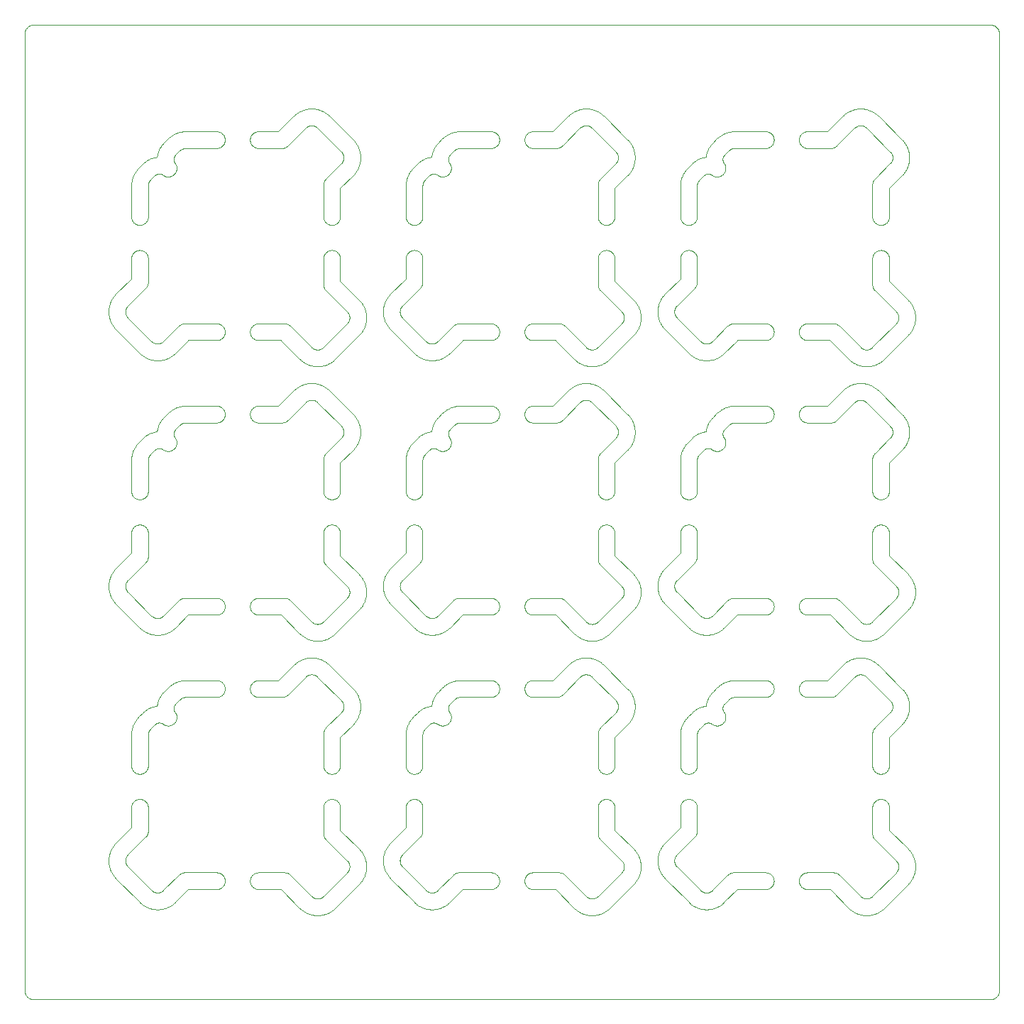
<source format=gm1>
%TF.GenerationSoftware,KiCad,Pcbnew,9.0.0-rc2-3baa6cd791~182~ubuntu24.04.1*%
%TF.CreationDate,2025-01-30T23:50:26-05:00*%
%TF.ProjectId,PCA20073_nRF54L15_Tiny_Board,50434132-3030-4373-935f-6e524635344c,rev?*%
%TF.SameCoordinates,Original*%
%TF.FileFunction,Profile,NP*%
%FSLAX46Y46*%
G04 Gerber Fmt 4.6, Leading zero omitted, Abs format (unit mm)*
G04 Created by KiCad (PCBNEW 9.0.0-rc2-3baa6cd791~182~ubuntu24.04.1) date 2025-01-30 23:50:26*
%MOMM*%
%LPD*%
G01*
G04 APERTURE LIST*
%TA.AperFunction,Profile*%
%ADD10C,0.100000*%
%TD*%
G04 APERTURE END LIST*
D10*
X174745396Y-34760082D02*
X174720724Y-34768820D01*
X172064189Y-67308135D02*
X172092689Y-67264249D01*
X157999607Y-64998150D02*
X157980389Y-64981652D01*
X157843171Y-95539740D02*
X157893017Y-95548674D01*
X117393393Y-65940947D02*
X117419626Y-65899521D01*
X150168361Y-34262813D02*
X150142129Y-34221387D01*
X173392254Y-103514154D02*
X173347690Y-103534007D01*
X193886939Y-68338530D02*
X193880591Y-68314010D01*
X130416921Y-35929416D02*
X130411786Y-36030658D01*
X127103231Y-79627595D02*
X127151895Y-79633597D01*
X169729059Y-43863234D02*
X169680395Y-43869236D01*
X170815273Y-101484668D02*
X170899958Y-101449590D01*
X113847366Y-122927974D02*
X113807277Y-122956207D01*
X102643608Y-54892447D02*
X102665423Y-54915397D01*
X159011839Y-109043408D02*
X158979811Y-109006280D01*
X167916737Y-53925722D02*
X167909783Y-53950025D01*
X106611212Y-90703704D02*
X106634181Y-90693150D01*
X103238946Y-103737550D02*
X103273916Y-103638808D01*
X117262076Y-33559216D02*
X117270459Y-33510904D01*
X193490973Y-113223937D02*
X193496975Y-113272602D01*
X105121795Y-38920725D02*
X105115033Y-38945955D01*
X139134974Y-70509506D02*
X139108890Y-70510873D01*
X191963774Y-30658630D02*
X192003021Y-30690632D01*
X193849051Y-36187175D02*
X193857848Y-36163423D01*
X173664048Y-101326048D02*
X173657287Y-101351278D01*
X168723605Y-80108196D02*
X168749838Y-80066770D01*
X169826593Y-92131094D02*
X169787346Y-92099092D01*
X124695330Y-91295442D02*
X124715705Y-91310403D01*
X138659429Y-103450351D02*
X138652496Y-103457003D01*
X118007526Y-90345893D02*
X117960269Y-90332816D01*
X131125311Y-54970675D02*
X131124028Y-55021299D01*
X107054953Y-125416068D02*
X107006267Y-125429999D01*
X146147584Y-121135382D02*
X146195895Y-121143765D01*
X135873781Y-71445598D02*
X135892874Y-71342601D01*
X101228928Y-89055839D02*
X101167821Y-88991554D01*
X150616696Y-67379491D02*
X150571869Y-67359621D01*
X179263325Y-121266699D02*
X179304751Y-121292932D01*
X117347178Y-122552697D02*
X117327308Y-122507870D01*
X174354789Y-35004551D02*
X173834234Y-35526539D01*
X183152634Y-121321165D02*
X183192723Y-121292932D01*
X139595613Y-57808072D02*
X139614832Y-57791573D01*
X122794057Y-96094054D02*
X122834875Y-96064081D01*
X138352184Y-123337072D02*
X138372559Y-123352033D01*
X191670148Y-76178798D02*
X191643915Y-76137372D01*
X169198175Y-112447566D02*
X169243923Y-112429919D01*
X135862678Y-113127784D02*
X135875755Y-113080527D01*
X136495186Y-76564386D02*
X136449438Y-76546739D01*
X130698103Y-89212433D02*
X130644481Y-89298462D01*
X179748737Y-56626108D02*
X179748737Y-56628083D01*
X136620877Y-37165196D02*
X136684411Y-37098249D01*
X105776462Y-90693150D02*
X105799431Y-90703704D01*
X103252364Y-47318033D02*
X103280597Y-47277944D01*
X159557153Y-43854851D02*
X159509311Y-43844108D01*
X124643725Y-126173962D02*
X124594396Y-126162515D01*
X189533389Y-62799937D02*
X189583235Y-62791003D01*
X125269646Y-97763850D02*
X125250889Y-97746904D01*
X135903755Y-71291417D02*
X135928212Y-71189561D01*
X113765849Y-67313385D02*
X113723185Y-67337554D01*
X139665581Y-103446275D02*
X139625487Y-103418458D01*
X182791754Y-99495268D02*
X182778676Y-99448010D01*
X186960316Y-34619218D02*
X186908524Y-34640673D01*
X138064095Y-38552827D02*
X138047657Y-38573126D01*
X153389216Y-98203722D02*
X153397720Y-98195625D01*
X190483328Y-91447194D02*
X190507495Y-91454777D01*
X170439346Y-43388635D02*
X170413113Y-43430061D01*
X114221324Y-121880832D02*
X114232067Y-121928674D01*
X165997083Y-53363250D02*
X166027431Y-53266526D01*
X194491025Y-55416208D02*
X194503318Y-55394062D01*
X179344843Y-65652111D02*
X179383498Y-65682278D01*
X106425490Y-103257899D02*
X106399370Y-103257899D01*
X106443634Y-90760986D02*
X106468154Y-90754638D01*
X157899504Y-97669404D02*
X157878398Y-97655493D01*
X159011839Y-79950897D02*
X159045649Y-79915385D01*
X179304754Y-65623877D02*
X179344843Y-65652111D01*
X108925643Y-121272221D02*
X108970964Y-121246055D01*
X183552838Y-100185077D02*
X183504996Y-100174334D01*
X189122659Y-92988135D02*
X189039456Y-92930224D01*
X135892874Y-71342601D02*
X135903755Y-71291417D01*
X133977672Y-84867391D02*
X133995349Y-84849261D01*
X179176864Y-88471747D02*
X179220662Y-88493793D01*
X191649437Y-116990035D02*
X191623271Y-116944714D01*
X129759573Y-103201782D02*
X129727571Y-103241029D01*
X106321054Y-70514637D02*
X106308082Y-70516345D01*
X108139360Y-35982938D02*
X108137993Y-36009022D01*
X125957997Y-91247400D02*
X125976752Y-91230456D01*
X160657134Y-43302174D02*
X160635088Y-43345972D01*
X171408166Y-37952877D02*
X171401233Y-37959529D01*
X160733853Y-108567416D02*
X160723109Y-108615258D01*
X161729453Y-55438014D02*
X161742276Y-55416230D01*
X130334698Y-56949931D02*
X130273591Y-57014216D01*
X193729249Y-35246606D02*
X193714288Y-35226231D01*
X163215417Y-89544928D02*
X163183415Y-89584175D01*
X160917527Y-101986352D02*
X160934025Y-101967134D01*
X193698769Y-101947504D02*
X193714272Y-101927474D01*
X178992478Y-65485453D02*
X179039735Y-65498531D01*
X196551178Y-119763983D02*
X196571584Y-119863280D01*
X156887189Y-97605225D02*
X156864784Y-97616928D01*
X109323164Y-34737791D02*
X109297934Y-34744552D01*
X126009122Y-47775128D02*
X126015124Y-47726463D01*
X150029939Y-66211799D02*
X150043017Y-66164542D01*
X171035216Y-35902765D02*
X171084982Y-35886595D01*
X193911830Y-35739569D02*
X193909267Y-35714370D01*
X178749725Y-121124570D02*
X178798756Y-121125773D01*
X114024499Y-67090273D02*
X113992471Y-67127402D01*
X133136215Y-119963402D02*
X133132370Y-119912908D01*
X137540138Y-79915385D02*
X137573948Y-79950897D01*
X173728034Y-33021906D02*
X173822581Y-32976805D01*
X162903852Y-37057625D02*
X162882709Y-37103640D01*
X106041424Y-90776279D02*
X106066461Y-90780114D01*
X117510053Y-122796457D02*
X117478026Y-122759328D01*
X194325733Y-86957139D02*
X191803926Y-84435334D01*
X129039300Y-88074593D02*
X129049289Y-88051317D01*
X158497587Y-58640343D02*
X158519992Y-58628640D01*
X158763861Y-108519105D02*
X158757859Y-108470440D01*
X107294657Y-125334134D02*
X107199595Y-125369342D01*
X171206576Y-123406702D02*
X171228722Y-123418995D01*
X190115130Y-91230455D02*
X190133887Y-91247401D01*
X191348861Y-126194368D02*
X191299015Y-126203302D01*
X136685155Y-112382334D02*
X136733819Y-112376332D01*
X114024499Y-34341536D02*
X113992471Y-34378665D01*
X105709102Y-123406702D02*
X105731248Y-123418995D01*
X183076850Y-55885886D02*
X183113978Y-55853858D01*
X90742995Y-20227238D02*
X90733747Y-20235214D01*
X172190751Y-37814896D02*
X172166366Y-37805535D01*
X138898286Y-101268907D02*
X138900438Y-101248071D01*
X158007982Y-91496191D02*
X158033252Y-91496831D01*
X124351785Y-32028738D02*
X124327265Y-32035086D01*
X146803404Y-56030992D02*
X146831638Y-56071081D01*
X105991682Y-90766712D02*
X106016493Y-90771810D01*
X193682762Y-100684025D02*
X193666263Y-100664806D01*
X126005102Y-39042701D02*
X126008253Y-38986742D01*
X117616502Y-34480036D02*
X117579374Y-34448008D01*
X158188466Y-95619867D02*
X158285190Y-95650215D01*
X160677004Y-112988220D02*
X160694651Y-113033968D01*
X162297547Y-66464486D02*
X162315228Y-66482622D01*
X156416205Y-60267265D02*
X156373922Y-60239398D01*
X139382941Y-123441876D02*
X139405681Y-123430722D01*
X126840912Y-93069624D02*
X126797272Y-93095314D01*
X138018732Y-68757215D02*
X138066536Y-68735931D01*
X179580376Y-65899500D02*
X179606608Y-65940926D01*
X106154635Y-60040988D02*
X106104011Y-60039705D01*
X191506596Y-80523865D02*
X191512598Y-80475200D01*
X196114088Y-56592008D02*
X196056177Y-56675211D01*
X125976770Y-91230439D02*
X125999720Y-91208624D01*
X169531457Y-112372725D02*
X169580488Y-112371521D01*
X160140162Y-59896382D02*
X160075877Y-59957489D01*
X141073844Y-98474279D02*
X141121647Y-98452994D01*
X160748238Y-80523865D02*
X160751845Y-80572765D01*
X135843551Y-43021631D02*
X135837549Y-42972966D01*
X189385047Y-97785689D02*
X189375994Y-97794516D01*
X125041720Y-32107739D02*
X125018980Y-32096585D01*
X130972569Y-55866344D02*
X130956191Y-55914262D01*
X188721024Y-95826349D02*
X188812037Y-95781705D01*
X100778733Y-88461686D02*
X100729537Y-88373051D01*
X106191963Y-35489041D02*
X106202842Y-35437857D01*
X133209006Y-120413164D02*
X133197559Y-120363835D01*
X166203565Y-55579429D02*
X166158921Y-55488416D01*
X150142129Y-89890421D02*
X150117961Y-89847758D01*
X136831751Y-43874047D02*
X136782720Y-43872843D01*
X137802799Y-75866521D02*
X137789722Y-75913778D01*
X106091586Y-90783314D02*
X106116785Y-90785877D01*
X161856133Y-54731160D02*
X161851035Y-54706349D01*
X126663752Y-60419219D02*
X126572739Y-60463863D01*
X173967162Y-65664166D02*
X174016014Y-65645412D01*
X158819203Y-38714270D02*
X158840654Y-38662490D01*
X157674128Y-64806557D02*
X157650209Y-64798382D01*
X163872765Y-120518773D02*
X163867630Y-120620015D01*
X102473790Y-119281496D02*
X102463236Y-119304465D01*
X170662932Y-38797431D02*
X170652915Y-38821610D01*
X150901085Y-65460347D02*
X150949986Y-65456740D01*
X170177579Y-76426188D02*
X170137490Y-76454422D01*
X137789722Y-80331790D02*
X137802799Y-80379047D01*
X105082798Y-113321502D02*
X105084001Y-113370533D01*
X179039735Y-32749794D02*
X179086293Y-32765175D01*
X122064676Y-55930100D02*
X124585619Y-58451043D01*
X100729537Y-52801449D02*
X100778733Y-52712814D01*
X131002917Y-119567831D02*
X131016848Y-119616517D01*
X172792131Y-125334134D02*
X172697069Y-125369342D01*
X188543864Y-95924681D02*
X188587504Y-95898991D01*
X157617082Y-58651520D02*
X157640051Y-58662074D01*
X190997231Y-126239151D02*
X190895990Y-126244286D01*
X135183773Y-86626325D02*
X135175598Y-86650244D01*
X166043809Y-87955892D02*
X166027431Y-87907974D01*
X166533320Y-85085416D02*
X166565322Y-85046169D01*
X173710899Y-69112650D02*
X173722757Y-69135923D01*
X129118900Y-120531198D02*
X129121463Y-120505999D01*
X191317091Y-95760562D02*
X191363106Y-95781705D01*
X133146471Y-53858983D02*
X133152868Y-53808749D01*
X114240450Y-56479512D02*
X114246452Y-56528176D01*
X137028634Y-109352325D02*
X136980322Y-109360708D01*
X167924335Y-54524256D02*
X167932510Y-54548175D01*
X104083014Y-112371521D02*
X104084989Y-112371521D01*
X104941872Y-80108196D02*
X104966041Y-80150859D01*
X168614331Y-38748545D02*
X168622518Y-38696861D01*
X173770604Y-35605166D02*
X173763193Y-35615949D01*
X169608568Y-91938005D02*
X169590438Y-91920328D01*
X135974868Y-43388635D02*
X135950699Y-43345972D01*
X127961295Y-75913778D02*
X127945914Y-75960337D01*
X105982356Y-70644660D02*
X105961224Y-70660013D01*
X160878732Y-36530622D02*
X160900547Y-36507672D01*
X140886386Y-68770891D02*
X140886386Y-68797011D01*
X104575585Y-125057632D02*
X104533302Y-125029765D01*
X136831751Y-109371521D02*
X136782720Y-109370317D01*
X127945914Y-108709074D02*
X127928267Y-108754822D01*
X128260184Y-35288542D02*
X128246273Y-35267436D01*
X127835949Y-112815507D02*
X127862182Y-112856933D01*
X191521411Y-71624467D02*
X191533888Y-71569825D01*
X137785112Y-50980914D02*
X137766604Y-51033809D01*
X188802312Y-59991431D02*
X188764736Y-59957482D01*
X136276724Y-112539883D02*
X136318150Y-112513650D01*
X168019298Y-54730928D02*
X168032696Y-54752423D01*
X189993733Y-60639632D02*
X189945047Y-60625701D01*
X166301897Y-121254063D02*
X166276207Y-121210423D01*
X146337553Y-121182967D02*
X146383301Y-121200614D01*
X105700985Y-59998721D02*
X105651139Y-59989787D01*
X133410184Y-88237153D02*
X133389041Y-88191138D01*
X139304230Y-103271559D02*
X139291365Y-103269175D01*
X142046645Y-34744560D02*
X142021550Y-34751994D01*
X123910532Y-97763866D02*
X123887582Y-97785681D01*
X129102292Y-120203799D02*
X129096578Y-120179175D01*
X121358116Y-100156672D02*
X121304248Y-100172194D01*
X126005010Y-116494067D02*
X126004662Y-116480947D01*
X136404611Y-76526869D02*
X136360813Y-76504823D01*
X106701563Y-90657953D02*
X106723347Y-90645130D01*
X113350178Y-34701966D02*
X113301277Y-34705573D01*
X106224241Y-35348727D02*
X106237784Y-35298183D01*
X113350182Y-123119759D02*
X113301282Y-123123366D01*
X140897662Y-36165410D02*
X140900046Y-36178275D01*
X135192579Y-86602549D02*
X135183782Y-86626301D01*
X125632522Y-58690265D02*
X125656274Y-58681468D01*
X105084001Y-83412001D02*
X105083605Y-83440162D01*
X172273402Y-103351789D02*
X172261903Y-103345546D01*
X137631370Y-51278513D02*
X137596351Y-51322419D01*
X124949167Y-64815363D02*
X124925415Y-64806566D01*
X129627591Y-103355522D02*
X129566484Y-103419807D01*
X163847132Y-120821595D02*
X163831781Y-120921799D01*
X128342182Y-35445514D02*
X128332193Y-35422238D01*
X190290124Y-30006417D02*
X190340618Y-30010262D01*
X179690340Y-33369224D02*
X179705720Y-33415783D01*
X113723185Y-100086291D02*
X113679387Y-100108337D01*
X153669709Y-123124570D02*
X150999012Y-123124570D01*
X108143121Y-68692602D02*
X108140391Y-68718579D01*
X140024783Y-103592568D02*
X139977129Y-103582120D01*
X118152344Y-123119759D02*
X118103679Y-123113757D01*
X146050014Y-67454310D02*
X146000983Y-67455513D01*
X133152868Y-87365751D02*
X133146471Y-87315517D01*
X130265462Y-67630487D02*
X130295810Y-67727211D01*
X133349065Y-55349244D02*
X133330280Y-55302217D01*
X191741034Y-93344090D02*
X191644310Y-93374438D01*
X196612522Y-55173035D02*
X196602266Y-55273887D01*
X105402484Y-68700853D02*
X105451336Y-68682100D01*
X146956983Y-99495245D02*
X146941602Y-99541804D01*
X131002917Y-121267094D02*
X130972569Y-121363818D01*
X127908397Y-112943394D02*
X127928267Y-112988220D01*
X150001204Y-33756819D02*
X150000000Y-33707788D01*
X103793007Y-109328504D02*
X103746449Y-109313123D01*
X109150727Y-34798863D02*
X109127104Y-34810132D01*
X174555591Y-67596328D02*
X174533276Y-67610004D01*
X138865547Y-58037142D02*
X138890752Y-58039061D01*
X131016848Y-86867780D02*
X131042257Y-86965917D01*
X150010813Y-99351857D02*
X150004811Y-99303193D01*
X171857601Y-70510875D02*
X171844557Y-70511901D01*
X161766296Y-119965817D02*
X161754593Y-119943412D01*
X125094652Y-126239151D02*
X125044158Y-126235306D01*
X171367502Y-90731904D02*
X171391421Y-90740079D01*
X193915678Y-101338244D02*
X193915678Y-101312915D01*
X157767694Y-64845311D02*
X157744725Y-64834757D01*
X107480856Y-92505493D02*
X107434841Y-92526636D01*
X133389041Y-52983362D02*
X133410184Y-52937347D01*
X168749838Y-43430061D02*
X168723605Y-43388635D01*
X193275023Y-109006280D02*
X193242995Y-109043408D01*
X106308056Y-70516349D02*
X106282258Y-70520435D01*
X168141082Y-120389921D02*
X168162897Y-120412871D01*
X106364418Y-34940586D02*
X106385701Y-34892782D01*
X137714778Y-76094709D02*
X137690609Y-76137372D01*
X130249084Y-69571116D02*
X130213876Y-69666178D01*
X170485561Y-47445920D02*
X170505431Y-47490746D01*
X162600333Y-34072883D02*
X162658244Y-34156086D01*
X137720811Y-116633632D02*
X137693707Y-116682681D01*
X130368649Y-85676361D02*
X130434678Y-85753276D01*
X163277467Y-122213503D02*
X163215417Y-122293665D01*
X173797016Y-124686749D02*
X173732731Y-124747856D01*
X195905415Y-101072533D02*
X195909260Y-101123027D01*
X154554986Y-88487775D02*
X154604040Y-88514886D01*
X135283972Y-120249919D02*
X135297883Y-120271025D01*
X125391043Y-62857199D02*
X125439729Y-62871130D01*
X182748737Y-99205262D02*
X182748737Y-99203286D01*
X158627441Y-91310403D02*
X158647816Y-91295442D01*
X174468583Y-34905733D02*
X174447819Y-34921666D01*
X191057535Y-91461738D02*
X191081838Y-91454784D01*
X140267549Y-38111944D02*
X140218782Y-38113329D01*
X190470139Y-97573486D02*
X190446665Y-97564109D01*
X182975500Y-88741074D02*
X183007527Y-88703945D01*
X158753747Y-116494067D02*
X158753399Y-116480947D01*
X158284254Y-91468093D02*
X158308774Y-91461745D01*
X206616172Y-135355701D02*
X206617667Y-135343581D01*
X162570360Y-66780802D02*
X162600333Y-66821620D01*
X140750099Y-124941881D02*
X140709281Y-124971854D01*
X126240763Y-71174394D02*
X126277775Y-71132951D01*
X191589399Y-71411207D02*
X191613718Y-71360711D01*
X138130504Y-71228875D02*
X138120933Y-71238687D01*
X194620858Y-54856682D02*
X194618939Y-54831477D01*
X156627248Y-65045788D02*
X154520319Y-67152716D01*
X172356275Y-59969381D02*
X172256978Y-59989787D01*
X169872470Y-43831030D02*
X169825213Y-43844108D01*
X114251263Y-99203262D02*
X114251263Y-99205238D01*
X173667771Y-35816004D02*
X173664055Y-35828549D01*
X154110279Y-121124967D02*
X154124239Y-121125360D01*
X161832000Y-55207148D02*
X161838954Y-55182845D01*
X182890867Y-98689684D02*
X182917100Y-98648258D01*
X160494258Y-109043408D02*
X160460448Y-109078920D01*
X140072891Y-38103202D02*
X140024783Y-38095094D01*
X156053575Y-59991431D02*
X156015999Y-59957482D01*
X160424936Y-112630311D02*
X160460448Y-112664122D01*
X179220662Y-57509135D02*
X179176864Y-57531181D01*
X136029334Y-47277944D02*
X136059501Y-47239288D01*
X135143862Y-86772815D02*
X135139402Y-86797696D01*
X129111861Y-87504803D02*
X129107401Y-87479922D01*
X169919028Y-76564386D02*
X169872470Y-76579767D01*
X157601667Y-64783823D02*
X157577147Y-64777475D01*
X91279203Y-20005117D02*
X91267083Y-20006612D01*
X131125311Y-87618039D02*
X131125311Y-87719412D01*
X161702103Y-87108035D02*
X161687634Y-87087246D01*
X170463515Y-80150859D02*
X170485561Y-80194657D01*
X146970061Y-122368307D02*
X146956983Y-122415564D01*
X191597700Y-43302174D02*
X191577830Y-43257348D01*
X191842794Y-30566607D02*
X191883612Y-30596580D01*
X137935998Y-101545414D02*
X138018732Y-101505952D01*
X105091189Y-71823323D02*
X105088458Y-71849300D01*
X192294746Y-125844051D02*
X192206111Y-125893247D01*
X125836768Y-58590075D02*
X125857874Y-58576164D01*
X157196310Y-93374438D02*
X157099586Y-93344090D01*
X136831751Y-76622784D02*
X136782720Y-76621580D01*
X172296045Y-37867388D02*
X172273425Y-37854328D01*
X137467497Y-76396021D02*
X137428842Y-76426188D01*
X195873411Y-69081179D02*
X195864477Y-69131025D01*
X158007982Y-124244928D02*
X158033252Y-124245568D01*
X113398847Y-88386645D02*
X113447158Y-88395028D01*
X126856728Y-43863234D02*
X126808416Y-43854851D01*
X125269646Y-65015113D02*
X125250889Y-64998167D01*
X150756259Y-34676860D02*
X150709002Y-34663782D01*
X124961911Y-58690274D02*
X124985830Y-58698449D01*
X107480856Y-59756756D02*
X107434841Y-59777899D01*
X189383246Y-93144510D02*
X189294611Y-93095314D01*
X126291478Y-126076449D02*
X126243560Y-126092827D01*
X175027452Y-32707102D02*
X175053650Y-32706758D01*
X161117303Y-36139456D02*
X161124886Y-36115289D01*
X101228935Y-52118654D02*
X101246612Y-52100524D01*
X138666641Y-37946471D02*
X138659457Y-37952851D01*
X137822513Y-116314569D02*
X137813122Y-116369817D01*
X160934025Y-67935288D02*
X160917526Y-67916069D01*
X126034251Y-75866521D02*
X126023507Y-75818679D01*
X104680105Y-79819380D02*
X104718760Y-79849547D01*
X100973796Y-88757659D02*
X100943823Y-88716841D01*
X133916565Y-52182939D02*
X133977672Y-52118654D01*
X136318150Y-76480655D02*
X136276724Y-76454422D01*
X162570360Y-70372883D02*
X162508310Y-70453045D01*
X123797137Y-60346577D02*
X123753497Y-60320887D01*
X178847661Y-65460324D02*
X178896325Y-65466327D01*
X190290342Y-93454565D02*
X190240496Y-93445631D01*
X106448920Y-100260899D02*
X106492658Y-100180344D01*
X169531457Y-109370317D02*
X169482556Y-109366710D01*
X161022332Y-68058796D02*
X161008934Y-68037301D01*
X158895573Y-126123175D02*
X158846887Y-126137106D01*
X114024502Y-33072019D02*
X114054668Y-33110674D01*
X192500798Y-46874047D02*
X192502773Y-46874047D01*
X139555953Y-57839582D02*
X139575983Y-57824079D01*
X170177579Y-43677451D02*
X170137490Y-43705685D01*
X189873908Y-64771755D02*
X189849284Y-64777469D01*
X102521824Y-87479665D02*
X102535222Y-87501160D01*
X105675397Y-68609298D02*
X105725941Y-68595754D01*
X150258789Y-99876160D02*
X150226761Y-99839031D01*
X159851968Y-79627595D02*
X159900632Y-79633597D01*
X125246518Y-60748095D02*
X125195894Y-60746812D01*
X191544802Y-47583053D02*
X191560183Y-47536494D01*
X124035915Y-30051200D02*
X124085761Y-30042266D01*
X139478013Y-103328020D02*
X139454151Y-103317397D01*
X192466698Y-60239398D02*
X192424415Y-60267265D01*
X168996529Y-70418097D02*
X169051265Y-70328783D01*
X166665295Y-121740291D02*
X166631351Y-121702720D01*
X121249572Y-100184676D02*
X121194305Y-100194069D01*
X169243923Y-79681182D02*
X169290481Y-79665801D01*
X135297883Y-86400949D02*
X135283972Y-86422055D01*
X135135559Y-119571520D02*
X135132366Y-119596595D01*
X150168362Y-57183110D02*
X150142129Y-57141684D01*
X190213199Y-124059155D02*
X190233988Y-124073624D01*
X160657134Y-112943394D02*
X160677004Y-112988220D01*
X105950802Y-70668010D02*
X105930503Y-70684447D01*
X125108123Y-32144594D02*
X125086339Y-32131771D01*
X126047328Y-75913778D02*
X126034251Y-75866521D01*
X191775249Y-38384214D02*
X191784861Y-38374036D01*
X187352795Y-121263634D02*
X187400253Y-121293452D01*
X140886386Y-101519628D02*
X140886386Y-101545748D01*
X114232067Y-56431200D02*
X114240450Y-56479512D01*
X130397685Y-35474207D02*
X130407941Y-35575059D01*
X135974868Y-76137372D02*
X135950699Y-76094709D01*
X162962613Y-69666178D02*
X162943828Y-69713205D01*
X168830234Y-103493179D02*
X168851520Y-103445376D01*
X173837984Y-36562292D02*
X173863072Y-36605076D01*
X107711464Y-70831470D02*
X107663893Y-70842295D01*
X136318150Y-47016176D02*
X136360813Y-46992008D01*
X170612501Y-71694717D02*
X170606390Y-71720165D01*
X183649818Y-57622285D02*
X183601153Y-57616283D01*
X135843551Y-113223937D02*
X135851934Y-113175626D01*
X171896817Y-70509162D02*
X171883738Y-70509505D01*
X146596103Y-55823691D02*
X146634759Y-55853858D01*
X108890656Y-67721386D02*
X108867166Y-67743678D01*
X158600124Y-60696894D02*
X158550278Y-60705828D01*
X129096578Y-120655750D02*
X129102292Y-120631126D01*
X157099586Y-60595353D02*
X157051668Y-60578975D01*
X173815152Y-59171594D02*
X173797016Y-59189275D01*
X125748850Y-91389080D02*
X125771255Y-91377377D01*
X170505431Y-47490746D02*
X170523078Y-47536494D01*
X130334705Y-118387527D02*
X130368649Y-118425098D01*
X108486490Y-69927672D02*
X108480793Y-69976940D01*
X170354713Y-43508806D02*
X170322685Y-43545934D01*
X109125757Y-32739614D02*
X109229613Y-32725938D01*
X189681681Y-32086020D02*
X189658712Y-32096574D01*
X170253363Y-112630311D02*
X170288875Y-112664122D01*
X146956983Y-33415783D02*
X146970061Y-33463040D01*
X108137160Y-37854381D02*
X108100230Y-37886260D01*
X141829497Y-67583254D02*
X141806877Y-67596315D01*
X163847132Y-54515856D02*
X163853529Y-54566090D01*
X137833767Y-104650291D02*
X137832910Y-104682989D01*
X179383494Y-34480015D02*
X179344838Y-34510182D01*
X104374996Y-109328504D02*
X104327739Y-109341582D01*
X90604423Y-20365817D02*
X90596909Y-20375444D01*
X170485561Y-108799648D02*
X170463515Y-108843446D01*
X182890866Y-89890421D02*
X182866698Y-89847758D01*
X165925890Y-86407436D02*
X165946296Y-86308139D01*
X194609335Y-54756066D02*
X194604875Y-54731185D01*
X170899958Y-35952116D02*
X170948810Y-35933363D01*
X141045216Y-35573612D02*
X141037251Y-35583992D01*
X163822847Y-88222908D02*
X163802441Y-88322205D01*
X126100226Y-76050911D02*
X126080356Y-76006085D01*
X139513143Y-37848060D02*
X139489870Y-37836202D01*
X137839926Y-71823323D02*
X137837195Y-71849300D01*
X121304237Y-34674723D02*
X121249584Y-34687200D01*
X135950699Y-43345972D02*
X135928653Y-43302174D01*
X172338866Y-70643890D02*
X172329174Y-70637229D01*
X130295810Y-69426474D02*
X130265462Y-69523198D01*
X139343952Y-34515512D02*
X139395871Y-34439971D01*
X168581475Y-82999598D02*
X168581475Y-80621796D01*
X183076852Y-32965588D02*
X183113980Y-32933561D01*
X172586751Y-38039547D02*
X172542031Y-38020047D01*
X126526724Y-125982480D02*
X126433567Y-126022456D01*
X173797016Y-59189275D02*
X173732731Y-59250382D01*
X161867634Y-54806228D02*
X161864441Y-54781153D01*
X109164045Y-88417347D02*
X109214595Y-88403804D01*
X182759550Y-99351857D02*
X182753548Y-99303193D01*
X174883558Y-98209718D02*
X174935814Y-98206978D01*
X158781019Y-116701080D02*
X158770140Y-116649890D01*
X182866697Y-99676198D02*
X182844651Y-99632400D01*
X106656967Y-90681973D02*
X106679372Y-90670270D01*
X196580518Y-120921799D02*
X196571584Y-120971645D01*
X206167828Y-20162221D02*
X206104708Y-20124388D01*
X127003324Y-46874047D02*
X127005299Y-46874047D01*
X104598590Y-109229392D02*
X104555927Y-109253560D01*
X138916099Y-90789084D02*
X138941369Y-90789724D01*
X163165658Y-35726795D02*
X163166941Y-35777419D01*
X136421123Y-37407501D02*
X136484895Y-37324399D01*
X120640479Y-32706248D02*
X120648983Y-32698151D01*
X126572739Y-125961337D02*
X126526724Y-125982480D01*
X192258048Y-46903986D02*
X192305890Y-46893243D01*
X163166941Y-68627529D02*
X163165658Y-68678153D01*
X135875755Y-80331790D02*
X135891136Y-80285231D01*
X189164942Y-60267265D02*
X189122659Y-60239398D01*
X160677004Y-108754822D02*
X160657134Y-108799648D01*
X194622144Y-120455422D02*
X194622784Y-120430152D01*
X160224974Y-79740745D02*
X160267637Y-79764913D01*
X135375366Y-53552109D02*
X135358868Y-53571327D01*
X136160851Y-79881574D02*
X136197980Y-79849547D01*
X141048279Y-91938012D02*
X140983994Y-91999119D01*
X106908130Y-125455408D02*
X106858801Y-125466855D01*
X170570663Y-113223937D02*
X170576665Y-113272602D01*
X124736535Y-124073638D02*
X124757641Y-124087549D01*
X182749941Y-89325814D02*
X182753548Y-89276913D01*
X172202864Y-37819912D02*
X172190776Y-37814905D01*
X157027460Y-32049645D02*
X157003541Y-32057820D01*
X100581543Y-85872283D02*
X100600328Y-85825256D01*
X170278761Y-51394275D02*
X168171740Y-53501296D01*
X159156945Y-79819380D02*
X159197034Y-79791146D01*
X160980512Y-35246606D02*
X160965551Y-35226231D01*
X154180220Y-55631038D02*
X154235914Y-55637320D01*
X127560326Y-79791146D02*
X127600415Y-79819380D01*
X156249499Y-62953064D02*
X156344561Y-62917856D01*
X127200207Y-76603588D02*
X127151895Y-76611971D01*
X162765423Y-70076910D02*
X162739733Y-70120550D01*
X162962613Y-67487507D02*
X162997821Y-67582569D01*
X183649818Y-88380643D02*
X183698718Y-88377036D01*
X193136544Y-79849547D02*
X193173673Y-79881574D01*
X175060204Y-67455667D02*
X175027505Y-67456524D01*
X106876750Y-103418458D02*
X106841415Y-103392643D01*
X150999007Y-34706800D02*
X150949977Y-34705596D01*
X190398922Y-32049637D02*
X190374755Y-32042054D01*
X138809168Y-103345550D02*
X138797669Y-103351793D01*
X179039735Y-98247268D02*
X179086293Y-98262649D01*
X205708544Y-20004213D02*
X205635042Y-20000602D01*
X124753995Y-97510919D02*
X124728958Y-97507084D01*
X162903852Y-34598586D02*
X162943828Y-34691743D01*
X158921943Y-71264144D02*
X158954374Y-71218433D01*
X161149031Y-68765646D02*
X161153491Y-68740765D01*
X160424936Y-43615257D02*
X160387807Y-43647284D01*
X183505000Y-90345893D02*
X183457743Y-90332816D01*
X135154691Y-119948668D02*
X135161039Y-119973188D01*
X128231775Y-100744080D02*
X128216814Y-100723705D01*
X169079766Y-70284898D02*
X169139101Y-70198572D01*
X106679395Y-90670258D02*
X106701541Y-90657965D01*
X195652589Y-69806362D02*
X195631446Y-69852377D01*
X124085761Y-62791003D02*
X124185965Y-62775652D01*
X160584686Y-47318033D02*
X160610919Y-47359459D01*
X137745137Y-51085639D02*
X137720825Y-51136131D01*
X165925890Y-87515801D02*
X165916956Y-87465955D01*
X138844297Y-37830561D02*
X138832488Y-37836194D01*
X174871687Y-67474974D02*
X174846138Y-67480405D01*
X140940866Y-36316083D02*
X140945873Y-36328171D01*
X137831535Y-75672803D02*
X137827928Y-75721703D01*
X140183578Y-125275373D02*
X140090421Y-125315349D01*
X196056177Y-89423948D02*
X196026204Y-89464766D01*
X173410836Y-33205054D02*
X173454721Y-33176552D01*
X170463515Y-108843446D02*
X170439346Y-108886109D01*
X179729541Y-99008356D02*
X179737924Y-99056667D01*
X159703030Y-79623988D02*
X159752061Y-79622784D01*
X138525199Y-123441887D02*
X138548168Y-123452441D01*
X105088455Y-39100589D02*
X105086401Y-39126680D01*
X130407941Y-68323796D02*
X130411786Y-68374290D01*
X117251263Y-122123582D02*
X117252467Y-122074551D01*
X104941872Y-108886109D02*
X104915639Y-108927535D01*
X139092919Y-123528851D02*
X139117956Y-123525016D01*
X196026204Y-56716029D02*
X195964154Y-56796191D01*
X137428842Y-109174925D02*
X137388753Y-109203159D01*
X163083435Y-89698668D02*
X163022328Y-89762953D01*
X139547308Y-37867388D02*
X139524688Y-37854328D01*
X135132366Y-54326642D02*
X135135559Y-54351717D01*
X195159014Y-103317946D02*
X195125065Y-103355522D01*
X137428842Y-79819380D02*
X137467497Y-79849547D01*
X130558703Y-122172685D02*
X130528730Y-122213503D01*
X195159014Y-70569209D02*
X195125065Y-70606785D01*
X173654225Y-36203876D02*
X173657279Y-36216598D01*
X90382328Y-20902036D02*
X90381430Y-20914216D01*
X171672732Y-68327906D02*
X171689437Y-68237778D01*
X141588146Y-55834013D02*
X141630484Y-55803252D01*
X192649369Y-79633597D02*
X192697681Y-79641980D01*
X138352184Y-57839598D02*
X138372559Y-57854559D01*
X192305890Y-46893243D02*
X192354202Y-46884860D01*
X103954847Y-37078594D02*
X104525612Y-36509342D01*
X140553473Y-38054187D02*
X140507185Y-38069599D01*
X193913751Y-35764799D02*
X193911832Y-35739594D01*
X106668867Y-103303000D02*
X106656534Y-103298633D01*
X122674648Y-30690632D02*
X122713895Y-30658630D01*
X138756804Y-35789848D02*
X138848761Y-35777741D01*
X157549722Y-58616335D02*
X157571868Y-58628628D01*
X133454828Y-85595071D02*
X133478274Y-85550186D01*
X192500798Y-76622784D02*
X192451767Y-76621580D01*
X127248049Y-43844108D02*
X127200207Y-43854851D01*
X106542602Y-37771697D02*
X106516803Y-37767611D01*
X160900548Y-100646014D02*
X160878733Y-100623064D01*
X171975250Y-70511901D02*
X171962206Y-70510874D01*
X135168007Y-54500065D02*
X135175590Y-54524232D01*
X194613178Y-120556298D02*
X194616371Y-120531223D01*
X162765423Y-67076775D02*
X162814619Y-67165410D01*
X171391445Y-90740087D02*
X171415612Y-90747670D01*
X170583873Y-104624180D02*
X170582505Y-104650264D01*
X170562280Y-108567416D02*
X170551536Y-108615258D01*
X173208938Y-38082733D02*
X173161367Y-38093558D01*
X102508987Y-120206597D02*
X102521810Y-120228381D01*
X154358647Y-67286670D02*
X154311181Y-67316496D01*
X130796435Y-119050915D02*
X130841079Y-119141928D01*
X137347327Y-43731918D02*
X137304664Y-43756086D01*
X117252467Y-66505556D02*
X117251263Y-66456525D01*
X150010813Y-89523416D02*
X150004811Y-89474752D01*
X108971109Y-100403207D02*
X108950345Y-100419140D01*
X156799271Y-64906756D02*
X156778165Y-64920667D01*
X195914395Y-101224269D02*
X195915678Y-101274893D01*
X146857871Y-56112507D02*
X146882039Y-56155170D01*
X118201244Y-88377036D02*
X118250275Y-88375833D01*
X108323446Y-103139481D02*
X108294968Y-103180087D01*
X158811446Y-47536494D02*
X158829093Y-47490746D01*
X173886006Y-36649051D02*
X173906729Y-36694111D01*
X117960272Y-65498553D02*
X118007530Y-65485475D01*
X138679220Y-103433201D02*
X138666656Y-103443932D01*
X166227011Y-52801449D02*
X166276207Y-52712814D01*
X102463226Y-86555751D02*
X102453237Y-86579027D01*
X189375985Y-65045788D02*
X187269056Y-67152716D01*
X166203565Y-118343808D02*
X166227011Y-118298923D01*
X159036124Y-103871510D02*
X159056053Y-103851002D01*
X128121152Y-100613993D02*
X125301683Y-97794524D01*
X182748737Y-33705812D02*
X182749941Y-33656781D01*
X156864761Y-32119466D02*
X156842615Y-32131759D01*
X146989187Y-89228249D02*
X146995189Y-89276913D01*
X102400228Y-86747979D02*
X102395130Y-86772790D01*
X171523740Y-70616142D02*
X171512584Y-70622979D01*
X159654129Y-43869236D02*
X159605465Y-43863234D01*
X138393389Y-123366531D02*
X138414495Y-123380442D01*
X160424936Y-109112731D02*
X160387807Y-109144758D01*
X195692565Y-102461942D02*
X195652589Y-102555099D01*
X158761955Y-116598195D02*
X158756487Y-116546149D01*
X136495186Y-112429919D02*
X136541744Y-112414538D01*
X133295072Y-53218608D02*
X133330280Y-53123546D01*
X141996659Y-34760082D02*
X141971987Y-34768820D01*
X193666264Y-36488878D02*
X193682762Y-36469660D01*
X133722533Y-121506396D02*
X133692560Y-121465578D01*
X165997083Y-120559987D02*
X165983152Y-120511301D01*
X170380107Y-51278513D02*
X170345088Y-51322419D01*
X106048909Y-70603069D02*
X106026289Y-70616129D01*
X194478190Y-88186751D02*
X194491013Y-88164967D01*
X189565159Y-125982480D02*
X189519144Y-125961337D01*
X163545172Y-119050915D02*
X163589816Y-119141928D01*
X171080871Y-90572816D02*
X171100901Y-90588319D01*
X130644481Y-118787726D02*
X130698103Y-118873755D01*
X157506400Y-124087562D02*
X157527895Y-124100960D01*
X159415496Y-79681182D02*
X159462054Y-79665801D01*
X160878725Y-67874318D02*
X160869898Y-67865265D01*
X146337549Y-34648380D02*
X146290991Y-34663760D01*
X168046620Y-86400949D02*
X168032709Y-86422055D01*
X118055364Y-100185077D02*
X118007522Y-100174334D01*
X108490517Y-102577328D02*
X108489734Y-102626918D01*
X146970061Y-121880832D02*
X146980804Y-121928674D01*
X196114088Y-122089482D02*
X196056177Y-122172685D01*
X126100226Y-108799648D02*
X126080356Y-108754822D01*
X108251474Y-69181289D02*
X108265700Y-69203195D01*
X146147584Y-123113757D02*
X146098919Y-123119759D01*
X108120771Y-92099092D02*
X108081524Y-92131094D01*
X187253207Y-121212183D02*
X187303704Y-121236502D01*
X159509311Y-109341582D02*
X159462054Y-109328504D01*
X191008342Y-124222550D02*
X191032966Y-124216836D01*
X159900632Y-109360708D02*
X159851968Y-109366710D01*
X146923956Y-33323477D02*
X146941603Y-33369224D01*
X102386826Y-54351742D02*
X102390661Y-54376779D01*
X146243733Y-67425575D02*
X146195891Y-67436318D01*
X131053704Y-88322205D02*
X131042257Y-88371534D01*
X104892724Y-36217992D02*
X104936609Y-36189493D01*
X160635088Y-80150859D02*
X160657134Y-80194657D01*
X190591908Y-95539740D02*
X190641754Y-95548674D01*
X106916844Y-70697538D02*
X106876750Y-70669721D01*
X163146422Y-68930741D02*
X163140025Y-68980975D01*
X159134875Y-30596580D02*
X159215037Y-30658630D01*
X189591330Y-97629245D02*
X189569546Y-97642068D01*
X130616614Y-122089482D02*
X130558703Y-122172685D01*
X130434678Y-118502013D02*
X130466680Y-118541260D01*
X139508241Y-92738524D02*
X139458395Y-92747458D01*
X157051651Y-64790791D02*
X157027484Y-64798374D01*
X124302931Y-60578975D02*
X124207869Y-60543767D01*
X133127235Y-54111571D02*
X133132370Y-54010329D01*
X170634790Y-104368213D02*
X170626717Y-104393055D01*
X179652822Y-89803960D02*
X179630776Y-89847758D01*
X170202728Y-59639470D02*
X170159088Y-59613780D01*
X166203565Y-85595071D02*
X166227011Y-85550186D01*
X126023507Y-75818679D02*
X126015124Y-75770368D01*
X163365351Y-118745443D02*
X163393218Y-118787726D01*
X163802441Y-119763983D02*
X163822847Y-119863280D01*
X130368647Y-122409829D02*
X130334698Y-122447405D01*
X169872470Y-112414538D02*
X169919028Y-112429919D01*
X191512598Y-113223937D02*
X191520981Y-113175626D01*
X136247792Y-70418097D02*
X136302528Y-70328783D01*
X173069343Y-59712112D02*
X172978330Y-59756756D01*
X190188883Y-30001282D02*
X190290124Y-30006417D01*
X166533320Y-56089084D02*
X166471270Y-56008922D01*
X150365241Y-90149070D02*
X150328113Y-90117042D01*
X170336248Y-92460849D02*
X170291363Y-92437403D01*
X114208246Y-98913257D02*
X114221324Y-98960514D01*
X193383825Y-76094709D02*
X193359656Y-76137372D01*
X172932315Y-92526636D02*
X172839158Y-92566612D01*
X129566491Y-99231359D02*
X129627598Y-99295644D01*
X107294657Y-59836660D02*
X107199595Y-59871868D01*
X128967291Y-87129162D02*
X128953380Y-87108056D01*
X126291478Y-93327712D02*
X126243560Y-93344090D01*
X183649818Y-123119759D02*
X183601153Y-123113757D01*
X104421554Y-46932445D02*
X104467302Y-46950092D01*
X139265514Y-103265081D02*
X139252542Y-103263373D01*
X161798026Y-120034871D02*
X161788037Y-120011595D01*
X179606607Y-66970103D02*
X179580374Y-67011529D01*
X129851596Y-70332065D02*
X129821623Y-70372883D01*
X109174612Y-100285701D02*
X109150750Y-100296326D01*
X191987197Y-43731918D02*
X191945771Y-43705685D01*
X137170291Y-112429919D02*
X137216039Y-112447566D01*
X128298737Y-68102769D02*
X128286444Y-68080623D01*
X139113155Y-100438060D02*
X139134438Y-100390256D01*
X171172871Y-101358035D02*
X171223415Y-101344491D01*
X102563629Y-53631402D02*
X102549160Y-53652191D01*
X135126594Y-119748340D02*
X135127877Y-119773636D01*
X179580375Y-57183110D02*
X179552141Y-57223199D01*
X161624616Y-119756670D02*
X161607672Y-119737915D01*
X168720248Y-38289842D02*
X168736420Y-38240076D01*
X174016014Y-65645412D02*
X174114757Y-65610442D01*
X121138576Y-67451615D02*
X121082605Y-67454762D01*
X178944632Y-57607900D02*
X178896321Y-57616283D01*
X163446840Y-89212433D02*
X163393218Y-89298462D01*
X126621011Y-112447566D02*
X126666759Y-112429919D01*
X194356408Y-88348274D02*
X194373354Y-88329517D01*
X158298988Y-60737832D02*
X158248494Y-60741677D01*
X160965535Y-100723685D02*
X160950032Y-100703655D01*
X124943996Y-62769255D02*
X124994230Y-62775652D01*
X182917099Y-121568555D02*
X182945333Y-121528466D01*
X124021670Y-93212600D02*
X123930657Y-93167956D01*
X174949247Y-34713949D02*
X174923298Y-34717366D01*
X171690131Y-123538462D02*
X171715460Y-123538462D01*
X136541744Y-112414538D02*
X136589001Y-112401460D01*
X196418457Y-53830653D02*
X196453665Y-53925715D01*
X190091870Y-126162515D02*
X189993733Y-126137106D01*
X195832624Y-102028388D02*
X195807215Y-102126525D01*
X108192129Y-69064820D02*
X108197136Y-69076908D01*
X136081497Y-70744442D02*
X136102783Y-70696639D01*
X105952275Y-60030725D02*
X105851423Y-60020469D01*
X117369224Y-89847758D02*
X117347178Y-89803960D01*
X141072421Y-68289441D02*
X141061686Y-68302009D01*
X108140388Y-35969868D02*
X108139362Y-35982912D01*
X129118897Y-87554965D02*
X129115704Y-87529890D01*
X183113978Y-122897807D02*
X183076850Y-122865779D01*
X172220842Y-123393853D02*
X172242337Y-123380455D01*
X171512562Y-37874256D02*
X171490656Y-37888482D01*
X139665645Y-90492673D02*
X141480344Y-88677974D01*
X130644481Y-89298462D02*
X130616614Y-89340745D01*
X163365351Y-56592008D02*
X163307440Y-56675211D01*
X109461207Y-121124570D02*
X113252251Y-121124570D01*
X105930483Y-37935727D02*
X105917919Y-37946458D01*
X158475197Y-62971849D02*
X158568354Y-63011825D01*
X91364982Y-136244967D02*
X91389463Y-136245568D01*
X173966576Y-69631671D02*
X173975592Y-69680441D01*
X163863785Y-55173035D02*
X163853529Y-55273887D01*
X150804105Y-55646291D02*
X150852416Y-55637908D01*
X190083102Y-91199789D02*
X190092153Y-91208614D01*
X193501786Y-80621796D02*
X193501786Y-83292493D01*
X103103181Y-71601137D02*
X103116857Y-71497282D01*
X173635466Y-36009048D02*
X173635123Y-36022127D01*
X125439729Y-95619867D02*
X125536453Y-95650215D01*
X195771065Y-122511690D02*
X195753388Y-122529820D01*
X190693368Y-60746812D02*
X190592126Y-60741677D01*
X189658316Y-126022456D02*
X189565159Y-125982480D01*
X182844651Y-34134926D02*
X182824781Y-34090100D01*
X141044795Y-36497102D02*
X141062067Y-36520807D01*
X104988087Y-80194657D02*
X105007957Y-80239483D01*
X104702127Y-101853944D02*
X104774848Y-101798143D01*
X182759550Y-33854383D02*
X182753548Y-33805719D01*
X114232067Y-33902672D02*
X114221324Y-33950514D01*
X190422865Y-64806557D02*
X190398946Y-64798382D01*
X126621011Y-109295476D02*
X126576184Y-109275606D01*
X125560061Y-124210475D02*
X125584364Y-124203521D01*
X182791754Y-33415805D02*
X182807135Y-33369246D01*
X102381061Y-119621844D02*
X102379142Y-119647049D01*
X157940709Y-97698863D02*
X157920334Y-97683902D01*
X158848963Y-76050911D02*
X158829093Y-76006085D01*
X105623842Y-123352048D02*
X105644631Y-123366517D01*
X90377216Y-21012272D02*
X90377216Y-135233296D01*
X133234415Y-87762564D02*
X133209006Y-87664427D01*
X172056694Y-92769206D02*
X171955842Y-92779462D01*
X137331026Y-36457020D02*
X137410198Y-36389401D01*
X157051651Y-97539528D02*
X157027484Y-97547111D01*
X141762589Y-34875523D02*
X141741020Y-34890348D01*
X105068959Y-92566612D02*
X104975802Y-92526636D01*
X166631351Y-56205246D02*
X166565322Y-56128331D01*
X191376178Y-124059140D02*
X191396553Y-124044179D01*
X168581475Y-113370533D02*
X168582679Y-113321502D01*
X158794562Y-84002896D02*
X158781019Y-83952346D01*
X205913005Y-136202213D02*
X205924601Y-136198382D01*
X117579376Y-55885886D02*
X117616504Y-55853858D01*
X187201407Y-88441987D02*
X187253188Y-88463437D01*
X107089277Y-103537021D02*
X107044557Y-103517521D01*
X194389886Y-121058997D02*
X194405860Y-121039407D01*
X173722761Y-35683242D02*
X173710902Y-35706515D01*
X105982356Y-103393397D02*
X105961224Y-103408750D01*
X137947979Y-38726603D02*
X137936120Y-38749876D01*
X128828259Y-119705876D02*
X126306452Y-117184071D01*
X190709496Y-32216908D02*
X190689466Y-32201405D01*
X117579376Y-88634623D02*
X117616504Y-88602595D01*
X105952275Y-125528199D02*
X105851423Y-125517943D01*
X138007703Y-59888246D02*
X137959785Y-59871868D01*
X194405876Y-55541913D02*
X194421379Y-55521883D01*
X195159016Y-33835741D02*
X195225045Y-33912656D01*
X130133972Y-100050045D02*
X130155115Y-100096060D01*
X126905392Y-109366710D02*
X126856728Y-109360708D01*
X139313152Y-57974352D02*
X139336626Y-57964975D01*
X170948810Y-101430837D02*
X171035216Y-101400239D01*
X150365243Y-65682298D02*
X150403899Y-65652131D01*
X108144835Y-36139586D02*
X108148921Y-36165385D01*
X191033927Y-30152741D02*
X191081845Y-30169119D01*
X126172674Y-112815507D02*
X126200907Y-112775418D01*
X104791401Y-112664122D02*
X104825211Y-112699634D01*
X138659429Y-70701614D02*
X138652496Y-70708266D01*
X190325859Y-64777469D02*
X190301235Y-64771755D01*
X158083926Y-91496190D02*
X158109222Y-91494907D01*
X179672692Y-34090078D02*
X179652821Y-34134905D01*
X191501786Y-116454479D02*
X191501786Y-113370533D01*
X171922964Y-37760425D02*
X171896844Y-37760425D01*
X118201240Y-34705596D02*
X118152339Y-34701989D01*
X108137649Y-36048300D02*
X108137992Y-36061379D01*
X160267637Y-109229392D02*
X160224974Y-109253560D01*
X140729475Y-37970571D02*
X140687059Y-37994675D01*
X190141199Y-60676488D02*
X190091870Y-60665041D01*
X103527987Y-47042409D02*
X103569413Y-47016176D01*
X160950016Y-35206161D02*
X160934042Y-35186571D01*
X174919075Y-88376531D02*
X174932194Y-88376184D01*
X125878704Y-124059140D02*
X125899079Y-124044179D01*
X130065882Y-102737012D02*
X130016686Y-102825647D01*
X128938882Y-119835963D02*
X128923921Y-119815588D01*
X107894780Y-38016680D02*
X107850216Y-38036533D01*
X124628057Y-64749377D02*
X124602787Y-64748737D01*
X183552842Y-121143765D02*
X183601153Y-121135382D01*
X163874048Y-120468149D02*
X163872765Y-120518773D01*
X138915809Y-68379589D02*
X138923995Y-68327906D01*
X163872765Y-87567415D02*
X163874048Y-87618039D01*
X103527987Y-79791146D02*
X103569413Y-79764913D01*
X146383304Y-32782822D02*
X146428131Y-32802693D01*
X150709002Y-67412519D02*
X150662444Y-67397138D01*
X114251263Y-66454525D02*
X114251263Y-66456501D01*
X159675678Y-125764739D02*
X159589649Y-125818361D01*
X125094434Y-30042266D02*
X125144280Y-30051200D01*
X130155115Y-37057625D02*
X130133972Y-37103640D01*
X104791401Y-76330183D02*
X104755889Y-76363994D01*
X173069343Y-92460849D02*
X172978330Y-92505493D01*
X137745137Y-116583113D02*
X137720825Y-116633605D01*
X138474678Y-101344491D02*
X138563809Y-101323092D01*
X157527916Y-58603500D02*
X157549700Y-58616323D01*
X154500221Y-99920995D02*
X154490023Y-99930637D01*
X124185965Y-30026915D02*
X124236199Y-30020518D01*
X169198175Y-109295476D02*
X169153348Y-109275606D01*
X103499055Y-103166834D02*
X103553791Y-103077520D01*
X193649285Y-35148540D02*
X193627470Y-35125590D01*
X135143867Y-119899184D02*
X135148965Y-119923995D01*
X183007526Y-34378686D02*
X182975498Y-34341557D01*
X130265462Y-69523198D02*
X130249084Y-69571116D01*
X172091290Y-37782581D02*
X172078567Y-37779527D01*
X179718798Y-33950514D02*
X179705720Y-33997771D01*
X103342792Y-47202160D02*
X103376602Y-47166648D01*
X163307440Y-53164766D02*
X163365351Y-53247969D01*
X161873407Y-120455422D02*
X161874047Y-120430152D01*
X162658244Y-70248862D02*
X162600333Y-70332065D01*
X135148965Y-86747979D02*
X135143867Y-86772790D01*
X193849042Y-68217749D02*
X193839665Y-68194275D01*
X182866698Y-122596495D02*
X182844652Y-122552697D01*
X128185305Y-101967114D02*
X128201279Y-101947524D01*
X153389216Y-32706248D02*
X153397720Y-32698151D01*
X108480793Y-37228203D02*
X108472659Y-37277128D01*
X126243560Y-126092827D02*
X126146836Y-126123175D01*
X182975501Y-33072040D02*
X183007529Y-33034911D01*
X126291478Y-60578975D02*
X126243560Y-60595353D01*
X146773237Y-90010591D02*
X146741210Y-90047720D01*
X173374815Y-125029765D02*
X173332532Y-125057632D01*
X146671887Y-57368305D02*
X146634759Y-57400333D01*
X191987197Y-109229392D02*
X191945771Y-109203159D01*
X195932152Y-89584175D02*
X195866121Y-89661092D01*
X138705121Y-68546771D02*
X138756804Y-68538585D01*
X150000000Y-66456525D02*
X150000000Y-66454549D01*
X138815223Y-90780118D02*
X138840298Y-90783311D01*
X106492505Y-90747670D02*
X106516672Y-90740087D01*
X157404407Y-91263933D02*
X157423997Y-91279907D01*
X137736824Y-47445920D02*
X137756694Y-47490746D01*
X129102298Y-120631102D02*
X129107396Y-120606291D01*
X117779338Y-88493793D02*
X117823136Y-88471747D01*
X100383633Y-54010329D02*
X100387478Y-53959835D01*
X159752061Y-43874047D02*
X159703030Y-43872843D01*
X192161226Y-93167956D02*
X192070213Y-93212600D01*
X136221627Y-70463413D02*
X136247792Y-70418097D01*
X126263102Y-79950897D02*
X126296912Y-79915385D01*
X158753049Y-108372509D02*
X158753049Y-104582310D01*
X161059201Y-101777202D02*
X161070355Y-101754462D01*
X103226131Y-47359459D02*
X103252364Y-47318033D01*
X193500582Y-75672803D02*
X193496975Y-75721703D01*
X150019196Y-56431200D02*
X150029939Y-56383358D01*
X171883711Y-103258243D02*
X171857627Y-103259610D01*
X189569525Y-64893345D02*
X189548030Y-64906743D01*
X125801541Y-126203302D02*
X125701337Y-126218653D01*
X179748737Y-99203262D02*
X179748737Y-99205238D01*
X135873781Y-38696861D02*
X135892874Y-38593864D01*
X170588663Y-71823323D02*
X170585932Y-71849300D01*
X163146422Y-68222944D02*
X163156678Y-68323796D01*
X124893072Y-60721179D02*
X124792868Y-60705828D01*
X159094057Y-63315344D02*
X159134875Y-63345317D01*
X175001368Y-67457895D02*
X174975276Y-67459949D01*
X102521810Y-53694856D02*
X102508987Y-53716640D01*
X146050014Y-34705573D02*
X146000983Y-34706776D01*
X125499757Y-126239151D02*
X125398516Y-126244286D01*
X102508975Y-86465399D02*
X102496682Y-86487545D01*
X171652438Y-101220292D02*
X171664546Y-101128326D01*
X137690609Y-76137372D02*
X137664376Y-76178798D01*
X160635088Y-112899596D02*
X160657134Y-112943394D01*
X172338866Y-103392627D02*
X172329174Y-103385966D01*
X117779335Y-100086312D02*
X117736672Y-100062143D01*
X194450854Y-55480658D02*
X194464765Y-55459552D01*
X90495572Y-135716845D02*
X90501591Y-135727470D01*
X195832179Y-85638790D02*
X195866123Y-85676361D01*
X138797646Y-103351806D02*
X138775026Y-103364866D01*
X189591330Y-64880508D02*
X189569546Y-64893331D01*
X137889374Y-68820433D02*
X137935998Y-68796677D01*
X128286432Y-100829338D02*
X128273609Y-100807554D01*
X130466680Y-89544928D02*
X130434678Y-89584175D01*
X179718798Y-98960514D02*
X179729541Y-99008356D01*
X168808238Y-112736762D02*
X168840266Y-112699634D01*
X102508975Y-53716662D02*
X102496682Y-53738808D01*
X141000202Y-35637899D02*
X140993365Y-35649054D01*
X109198817Y-67526937D02*
X109174636Y-67536954D01*
X125191972Y-32201389D02*
X125171597Y-32186428D01*
X170765060Y-71363819D02*
X170750235Y-71385388D01*
X173202863Y-92388207D02*
X173114228Y-92437403D01*
X108156751Y-36203876D02*
X108159805Y-36216598D01*
X170869660Y-71238697D02*
X170847360Y-71262194D01*
X162297547Y-99213223D02*
X162315228Y-99231359D01*
X140919039Y-101751923D02*
X140927111Y-101776764D01*
X106859825Y-99673744D02*
X106886515Y-99645927D01*
X137847436Y-39022788D02*
X137843349Y-39048586D01*
X105822754Y-123462449D02*
X105846228Y-123471826D01*
X190706167Y-124241723D02*
X190731372Y-124243642D01*
X124678609Y-64752582D02*
X124653404Y-64750663D01*
X170278761Y-84143012D02*
X168171740Y-86250033D01*
X172001253Y-37765896D02*
X171975276Y-37763166D01*
X128246273Y-36388775D02*
X128260184Y-36367669D01*
X161824402Y-87357351D02*
X161816227Y-87333432D01*
X126797272Y-125844051D02*
X126708637Y-125893247D01*
X136833726Y-109371521D02*
X136831751Y-109371521D01*
X172001253Y-70514633D02*
X171975276Y-70511903D01*
X170202728Y-92388207D02*
X170159088Y-92362517D01*
X170336248Y-59712112D02*
X170291363Y-59688666D01*
X161059189Y-68125197D02*
X161047486Y-68102792D01*
X136541744Y-43831030D02*
X136495186Y-43815649D01*
X182753548Y-56528176D02*
X182759550Y-56479512D01*
X113847364Y-67258919D02*
X113807275Y-67287153D01*
X146383301Y-90299788D02*
X146337553Y-90317435D01*
X105165458Y-38797431D02*
X105155441Y-38821610D01*
X179521974Y-121489811D02*
X179552141Y-121528466D01*
X117779335Y-34588838D02*
X117736672Y-34564669D01*
X126287387Y-38374036D02*
X126307316Y-38353528D01*
X159546009Y-125844051D02*
X159457374Y-125893247D01*
X117256074Y-99303193D02*
X117252467Y-99254293D01*
X195746558Y-36822379D02*
X195711350Y-36917441D01*
X131074110Y-88222908D02*
X131053704Y-88322205D01*
X135833942Y-108421540D02*
X135832738Y-108372509D01*
X127003324Y-109371521D02*
X126954293Y-109370317D01*
X106131558Y-70563645D02*
X106119470Y-70568652D01*
X139608562Y-34176270D02*
X139635252Y-34148453D01*
X108374186Y-103054283D02*
X108349874Y-103097512D01*
X174468549Y-65515631D02*
X174571547Y-65496538D01*
X170354713Y-109006280D02*
X170322685Y-109043408D01*
X183076848Y-34448008D02*
X183041336Y-34414198D01*
X123988203Y-64950142D02*
X123968173Y-64965645D01*
X103449243Y-47100810D02*
X103487898Y-47070643D01*
X160965535Y-35226211D02*
X160950032Y-35206181D01*
X129909507Y-70248862D02*
X129851596Y-70332065D01*
X128400289Y-35639277D02*
X128395191Y-35614466D01*
X130249084Y-67582569D02*
X130265462Y-67630487D01*
X105007957Y-108754822D02*
X104988087Y-108799648D01*
X140320606Y-59712112D02*
X140229593Y-59756756D01*
X158209864Y-91483382D02*
X158234745Y-91478922D01*
X137274349Y-102006816D02*
X137302182Y-101980108D01*
X141875817Y-100307617D02*
X141852544Y-100319476D01*
X171228745Y-90670270D02*
X171251150Y-90681973D01*
X190561622Y-32119454D02*
X190539217Y-32107751D01*
X157099586Y-126092827D02*
X157051668Y-126076449D01*
X126000013Y-93413778D02*
X125950684Y-93425225D01*
X106759504Y-125487261D02*
X106709658Y-125496195D01*
X150004811Y-56726015D02*
X150001204Y-56677114D01*
X179304751Y-57458733D02*
X179263325Y-57484966D01*
X195563356Y-69988275D02*
X195514160Y-70076910D01*
X169906755Y-92193144D02*
X169826593Y-92131094D01*
X173906729Y-102191585D02*
X173925190Y-102237617D01*
X108416229Y-37467000D02*
X108396322Y-37512427D01*
X133454828Y-88328166D02*
X133410184Y-88237153D01*
X163751654Y-119567831D02*
X163765585Y-119616517D01*
X106175258Y-35579169D02*
X106191963Y-35489041D01*
X168124121Y-120371148D02*
X168141065Y-120389903D01*
X160556453Y-47277944D02*
X160584686Y-47318033D01*
X128858934Y-121097011D02*
X128875880Y-121078254D01*
X126015124Y-43021631D02*
X126009122Y-42972966D01*
X137605976Y-76257543D02*
X137573948Y-76294671D01*
X161807421Y-120776532D02*
X161816218Y-120752780D01*
X113923150Y-121383360D02*
X113958662Y-121417170D01*
X127862182Y-108886109D02*
X127835949Y-108927535D01*
X108867156Y-67743688D02*
X108857325Y-67753279D01*
X130309741Y-102126525D02*
X130295810Y-102175211D01*
X168006461Y-54709123D02*
X168019284Y-54730907D01*
X160900564Y-102005128D02*
X160917510Y-101986371D01*
X104718760Y-79849547D02*
X104755889Y-79881574D01*
X139134438Y-100390256D02*
X139173900Y-100307523D01*
X108818033Y-32802233D02*
X108919891Y-32777776D01*
X193886945Y-36066393D02*
X193892659Y-36041769D01*
X106786821Y-123352033D02*
X106807196Y-123337072D01*
X108462106Y-37325589D02*
X108449162Y-37373466D01*
X206498409Y-135727470D02*
X206504428Y-135716845D01*
X194622784Y-87656036D02*
X194622144Y-87630766D01*
X114232067Y-33510882D02*
X114240450Y-33559193D01*
X170159088Y-125111254D02*
X170073059Y-125057632D01*
X138286479Y-35902765D02*
X138336245Y-35886595D01*
X103103197Y-47678152D02*
X103113941Y-47630310D01*
X178992474Y-121154509D02*
X179039731Y-121167586D01*
X160224974Y-112489482D02*
X160267637Y-112513650D01*
X195711350Y-100236244D02*
X195746558Y-100331306D01*
X126466300Y-30658630D02*
X126505547Y-30690632D01*
X137870532Y-71669462D02*
X137863770Y-71694692D01*
X108919891Y-32777776D02*
X108971075Y-32766894D01*
X157944631Y-93495549D02*
X157843389Y-93490414D01*
X104374996Y-112414538D02*
X104421554Y-112429919D01*
X154490023Y-34433163D02*
X154448223Y-34470518D01*
X103088812Y-75721703D02*
X103085205Y-75672803D01*
X129125311Y-87681390D02*
X129125311Y-87656061D01*
X125309894Y-91496831D02*
X125335164Y-91496191D01*
X150142130Y-98689684D02*
X150168363Y-98648258D01*
X102496682Y-87435692D02*
X102508975Y-87457838D01*
X158285190Y-95650215D02*
X158333108Y-95666593D01*
X182753548Y-122223489D02*
X182749941Y-122174588D01*
X129090217Y-87405869D02*
X129083263Y-87381566D01*
X141615893Y-34994951D02*
X141606062Y-35004542D01*
X182824782Y-66072235D02*
X182844653Y-66027408D01*
X124161215Y-32096585D02*
X124138475Y-32107739D01*
X193714272Y-100723685D02*
X193698769Y-100703655D01*
X106026266Y-103364879D02*
X106015110Y-103371716D01*
X167932519Y-120045673D02*
X167941316Y-120069425D01*
X195793284Y-69426474D02*
X195762936Y-69523198D01*
X168091598Y-53590957D02*
X168076095Y-53610987D01*
X169385580Y-79641980D02*
X169433892Y-79633597D01*
X105502805Y-90501516D02*
X105525755Y-90523331D01*
X123595824Y-95666593D02*
X123643742Y-95650215D01*
X195905415Y-101578626D02*
X195895159Y-101679478D01*
X103936418Y-79633597D02*
X103985082Y-79627595D01*
X167971264Y-53784022D02*
X167960710Y-53806991D01*
X117736675Y-57484966D02*
X117695249Y-57458733D01*
X193443388Y-80285231D02*
X193458769Y-80331790D01*
X107711464Y-38082733D02*
X107663893Y-38093558D01*
X135824078Y-115769268D02*
X135832175Y-115760763D01*
X182945333Y-89971936D02*
X182917099Y-89931847D01*
X192502773Y-109371521D02*
X192500798Y-109371521D01*
X131115048Y-120670509D02*
X131104792Y-120771361D01*
X140507185Y-38069599D02*
X140460201Y-38082733D01*
X106709658Y-59998721D02*
X106609454Y-60014072D01*
X137170291Y-43815649D02*
X137123733Y-43831030D01*
X172542031Y-38020047D02*
X172498317Y-37998388D01*
X113495000Y-88405772D02*
X113542257Y-88418849D01*
X106310587Y-100571597D02*
X106329339Y-100522745D01*
X167881103Y-54326642D02*
X167884296Y-54351717D01*
X141021867Y-101102640D02*
X141014456Y-101113423D01*
X158900700Y-51492561D02*
X158874534Y-51447240D01*
X163863785Y-87415679D02*
X163867630Y-87466173D01*
X168586961Y-71757607D02*
X168595183Y-71653178D01*
X169582463Y-109371521D02*
X169580488Y-109371521D01*
X138104427Y-59918594D02*
X138007703Y-59888246D01*
X106468178Y-58005894D02*
X106492481Y-57998940D01*
X160136349Y-46950092D02*
X160181176Y-46969962D01*
X124072051Y-97642082D02*
X124050556Y-97655480D01*
X130397685Y-100971681D02*
X130407941Y-101072533D01*
X195753388Y-122529820D02*
X192907035Y-125376175D01*
X105073189Y-43021631D02*
X105064806Y-43069942D01*
X108273141Y-101962758D02*
X108295868Y-101994040D01*
X174958681Y-55627096D02*
X178749725Y-55627096D01*
X140224173Y-33558448D02*
X140291139Y-33494896D01*
X170322685Y-76294671D02*
X170288875Y-76330183D01*
X160753049Y-104994706D02*
X160753049Y-108372509D01*
X156169739Y-60089464D02*
X156130492Y-60057462D01*
X105317799Y-101484668D02*
X105402484Y-101449590D01*
X114208246Y-56336101D02*
X114221324Y-56383358D01*
X196622785Y-120366775D02*
X196622785Y-120468150D01*
X121902796Y-121293464D02*
X121948508Y-121325895D01*
X124387545Y-95503891D02*
X124488787Y-95498756D01*
X127248049Y-112401460D02*
X127295306Y-112414538D01*
X102665424Y-86259102D02*
X102643609Y-86282052D01*
X162739733Y-34284398D02*
X162765423Y-34328038D01*
X163117384Y-122409829D02*
X163083435Y-122447405D01*
X108081524Y-59382357D02*
X108001362Y-59444407D01*
X105084173Y-104683002D02*
X105084002Y-104696079D01*
X105563787Y-57808089D02*
X105583377Y-57824063D01*
X170137490Y-79791146D02*
X170177579Y-79819380D01*
X106834227Y-34205096D02*
X106859825Y-34176270D01*
X172383989Y-34148453D02*
X172953217Y-33577658D01*
X170137490Y-47042409D02*
X170177579Y-47070643D01*
X106224241Y-100846201D02*
X106237784Y-100795657D01*
X173987991Y-69828591D02*
X173987208Y-69878181D01*
X129102292Y-87455062D02*
X129096578Y-87430438D01*
X113495000Y-55657035D02*
X113542257Y-55670112D01*
X108312933Y-101050766D02*
X108296495Y-101071065D01*
X167994156Y-54686955D02*
X168006449Y-54709101D01*
X150019196Y-33902695D02*
X150010813Y-33854383D01*
X128231790Y-101907059D02*
X128246259Y-101886270D01*
X104279897Y-79641980D02*
X104327739Y-79652723D01*
X107827035Y-33264389D02*
X107913362Y-33205054D01*
X173955151Y-36834672D02*
X173966576Y-36882934D01*
X141806854Y-34847591D02*
X141784539Y-34861267D01*
X109317482Y-88384740D02*
X109369528Y-88379272D01*
X129124670Y-120455422D02*
X129125310Y-120430152D01*
X102412302Y-53950049D02*
X102405954Y-53974569D01*
X138898286Y-68520170D02*
X138900438Y-68499334D01*
X205708568Y-136241354D02*
X205720748Y-136240456D01*
X174562884Y-55703535D02*
X174611741Y-55684782D01*
X150756263Y-88405772D02*
X150804105Y-88395028D01*
X150999012Y-55627096D02*
X154082104Y-55627096D01*
X146098919Y-88380643D02*
X146147584Y-88386645D01*
X158756991Y-38986720D02*
X158763273Y-38931026D01*
X126172674Y-43430061D02*
X126146441Y-43388635D01*
X100778733Y-55712949D02*
X100729537Y-55624314D01*
X161070355Y-100896697D02*
X161059201Y-100873957D01*
X192024198Y-125982480D02*
X191931041Y-126022456D01*
X104791401Y-109078920D02*
X104755889Y-109112731D01*
X155462632Y-96156104D02*
X155542794Y-96094054D01*
X160994996Y-68016152D02*
X160980527Y-67995363D01*
X90417299Y-135523972D02*
X90420557Y-135535742D01*
X192354202Y-46884860D02*
X192402866Y-46878858D01*
X162962613Y-34738770D02*
X162997821Y-34833832D01*
X192787043Y-92740170D02*
X192710128Y-92806199D01*
X160965551Y-36429980D02*
X160980512Y-36409605D01*
X90832172Y-136083347D02*
X90895292Y-136121180D01*
X172092689Y-100012986D02*
X172144608Y-99937445D01*
X130133972Y-34552571D02*
X130155115Y-34598586D01*
X196612522Y-120164416D02*
X196616367Y-120214910D01*
X154452670Y-55693250D02*
X154504451Y-55714700D01*
X170427261Y-92505493D02*
X170336248Y-92460849D01*
X161070355Y-35399223D02*
X161059201Y-35376483D01*
X142226513Y-100208689D02*
X142200536Y-100211420D01*
X183457746Y-65498553D02*
X183505004Y-65485475D01*
X141229530Y-37228203D02*
X141221396Y-37277128D01*
X174672086Y-100285701D02*
X174648224Y-100296326D01*
X193866032Y-68265468D02*
X193857857Y-68241549D01*
X169025461Y-76454422D02*
X168985372Y-76426188D01*
X124337051Y-62758999D02*
X124387545Y-62755154D01*
X100706091Y-88328166D02*
X100661447Y-88237153D01*
X142014527Y-121141662D02*
X142066216Y-121133477D01*
X157326145Y-64748737D02*
X157300875Y-64749377D01*
X108207773Y-35718371D02*
X108197149Y-35742233D01*
X117393392Y-56112507D02*
X117419625Y-56071081D01*
X161585839Y-55622505D02*
X161607654Y-55599555D01*
X183152634Y-88572428D02*
X183192723Y-88544195D01*
X160733853Y-43069942D02*
X160723109Y-43117784D01*
X130416921Y-68678153D02*
X130411786Y-68779395D01*
X172085387Y-123462440D02*
X172108663Y-123452451D01*
X188676139Y-95849795D02*
X188721024Y-95826349D01*
X103155018Y-104040154D02*
X103179475Y-103938298D01*
X133527470Y-121210423D02*
X133478274Y-121121788D01*
X123314563Y-95781705D02*
X123360578Y-95760562D01*
X191559470Y-51303933D02*
X191543300Y-51254162D01*
X178847661Y-98209061D02*
X178896325Y-98215064D01*
X128395185Y-68363179D02*
X128389471Y-68338555D01*
X195225045Y-99410130D02*
X195257047Y-99449377D01*
X167941325Y-87320712D02*
X167950702Y-87344186D01*
X146941602Y-34044330D02*
X146923955Y-34090078D01*
X196470043Y-121363818D02*
X196453665Y-121411736D01*
X123930657Y-60419219D02*
X123885772Y-60395773D01*
X173597704Y-70634997D02*
X173559262Y-70665036D01*
X141210843Y-70074326D02*
X141197899Y-70122203D01*
X159557153Y-46893243D02*
X159605465Y-46884860D01*
X139442014Y-70563633D02*
X139417629Y-70554272D01*
X103985082Y-112376332D02*
X104033983Y-112372725D01*
X154404376Y-67254223D02*
X154358657Y-67286663D01*
X106175258Y-101076643D02*
X106191963Y-100986515D01*
X133916558Y-88991554D02*
X133882614Y-88953983D01*
X173987208Y-69878181D02*
X173983964Y-69927672D01*
X128129988Y-100623055D02*
X128121161Y-100614002D01*
X189250971Y-60320887D02*
X189164942Y-60267265D01*
X128828268Y-55631565D02*
X128837093Y-55622514D01*
X139930041Y-70820622D02*
X139883633Y-70805576D01*
X170158935Y-101886875D02*
X170199601Y-101853944D01*
X105991682Y-123515449D02*
X106016493Y-123520547D01*
X117251263Y-89376820D02*
X117251263Y-89374845D01*
X193496975Y-75721703D02*
X193490973Y-75770368D01*
X194587698Y-120680295D02*
X194594046Y-120655775D01*
X122713895Y-30658630D02*
X122794057Y-30596580D01*
X139315452Y-67308135D02*
X139343952Y-67264249D01*
X193383825Y-47402122D02*
X193405871Y-47445920D01*
X167941325Y-120069449D02*
X167950702Y-120092923D01*
X159546009Y-60346577D02*
X159457374Y-60395773D01*
X168676949Y-38440824D02*
X168690494Y-38390279D01*
X182807135Y-56964648D02*
X182791754Y-56918090D01*
X158285190Y-62901478D02*
X158333108Y-62917856D01*
X139226513Y-70511901D02*
X139213469Y-70510874D01*
X137843346Y-39048612D02*
X137839929Y-39074560D01*
X150662447Y-57568698D02*
X150616699Y-57551051D01*
X140962154Y-68455275D02*
X140956521Y-68467085D01*
X104467302Y-112447566D02*
X104512129Y-112467436D01*
X127835949Y-108927535D02*
X127807716Y-108967624D01*
X188918476Y-125586938D02*
X188879229Y-125554936D01*
X106619071Y-103286822D02*
X106593841Y-103280062D01*
X113679390Y-121220484D02*
X113723188Y-121242530D01*
X187196951Y-67219263D02*
X187153122Y-67254216D01*
X108480793Y-69976940D02*
X108472659Y-70025865D01*
X135971511Y-71038579D02*
X135987683Y-70988813D01*
X158600124Y-93445631D02*
X158550278Y-93454565D01*
X126856728Y-109360708D02*
X126808416Y-109352325D01*
X117262076Y-33854383D02*
X117256074Y-33805719D01*
X146882039Y-89847758D02*
X146857871Y-89890421D01*
X100529957Y-120656711D02*
X100499609Y-120559987D01*
X129124669Y-54882004D02*
X129123386Y-54856708D01*
X114133301Y-66927440D02*
X114109133Y-66970103D01*
X140830261Y-92131094D02*
X140750099Y-92193144D01*
X190539194Y-97605213D02*
X190516454Y-97594059D01*
X100661447Y-85686084D02*
X100706091Y-85595071D01*
X193618635Y-102037156D02*
X193627460Y-102028105D01*
X158748750Y-93413778D02*
X158699421Y-93425225D01*
X167950702Y-86579051D02*
X167941325Y-86602525D01*
X157491759Y-126194368D02*
X157392462Y-126173962D01*
X174661519Y-55668610D02*
X174712069Y-55655067D01*
X108374186Y-37556809D02*
X108349874Y-37600038D01*
X137835136Y-71875443D02*
X137833768Y-71901527D01*
X171728492Y-103280064D02*
X171703262Y-103286824D01*
X117281202Y-89619570D02*
X117270459Y-89571728D01*
X108197949Y-70544013D02*
X108172497Y-70569465D01*
X114232067Y-122320465D02*
X114221324Y-122368307D01*
X166276207Y-55712949D02*
X166227011Y-55624314D01*
X168586961Y-104506344D02*
X168595183Y-104401915D01*
X105155432Y-71570372D02*
X105146070Y-71594757D01*
X135414168Y-87664143D02*
X135422995Y-87673196D01*
X130375937Y-100821243D02*
X130391288Y-100921447D01*
X159948944Y-109352325D02*
X159900632Y-109360708D01*
X191317091Y-30263088D02*
X191363106Y-30284231D01*
X171826813Y-67774008D02*
X171861892Y-67689323D01*
X108144835Y-68888323D02*
X108148921Y-68914122D01*
X160748238Y-108470440D02*
X160742236Y-108519105D01*
X113992473Y-55955208D02*
X114024500Y-55992337D01*
X168946717Y-109144758D02*
X168909588Y-109112731D01*
X173392254Y-70765417D02*
X173347690Y-70785270D01*
X172455712Y-37974620D02*
X172414318Y-37948801D01*
X159462054Y-79665801D02*
X159509311Y-79652723D01*
X194515045Y-120869085D02*
X194526199Y-120846345D01*
X179737924Y-99056667D02*
X179743926Y-99105331D01*
X138763825Y-70622993D02*
X138741919Y-70637219D01*
X178896325Y-98215064D02*
X178944636Y-98223447D01*
X161070355Y-68147960D02*
X161059201Y-68125220D01*
X191619746Y-76094709D02*
X191597700Y-76050911D01*
X170030776Y-59532291D02*
X169947573Y-59474380D01*
X163215417Y-53043786D02*
X163277467Y-53123948D01*
X135183782Y-87296936D02*
X135192579Y-87320688D01*
X102496682Y-54686955D02*
X102508975Y-54709101D01*
X183007527Y-121452682D02*
X183041338Y-121417170D01*
X103088812Y-80523865D02*
X103094814Y-80475200D01*
X157085788Y-30010262D02*
X157136282Y-30006417D01*
X123885772Y-125893247D02*
X123797137Y-125844051D01*
X193016374Y-112513650D02*
X193057800Y-112539883D01*
X159803067Y-112372725D02*
X159851968Y-112376332D01*
X103412114Y-79881574D02*
X103449243Y-79849547D01*
X196056177Y-56675211D02*
X196026204Y-56716029D01*
X190895990Y-126244286D02*
X190845366Y-126245569D01*
X139706975Y-103472094D02*
X139665581Y-103446275D01*
X171652438Y-68471555D02*
X171664546Y-68379589D01*
X121082605Y-34706025D02*
X121068613Y-34706418D01*
X193502349Y-50556185D02*
X193510446Y-50564689D01*
X163847132Y-87264593D02*
X163853529Y-87314827D01*
X141267277Y-98394149D02*
X141366020Y-98359179D01*
X150196595Y-34302902D02*
X150168361Y-34262813D01*
X179489947Y-55955208D02*
X179521974Y-55992337D01*
X169198175Y-79698829D02*
X169243923Y-79681182D01*
X139241395Y-100180344D02*
X139267558Y-100135027D01*
X190390546Y-60721179D02*
X190290342Y-60705828D01*
X106448920Y-67512162D02*
X106492658Y-67431607D01*
X113886020Y-34480015D02*
X113847364Y-34510182D01*
X102665431Y-120412880D02*
X102674258Y-120421933D01*
X133527470Y-55712949D02*
X133478274Y-55624314D01*
X124643725Y-60676488D02*
X124594396Y-60665041D01*
X106559220Y-125517943D02*
X106458368Y-125528199D01*
X130155115Y-102555099D02*
X130133972Y-102601114D01*
X188879229Y-125554936D02*
X188802312Y-125488905D01*
X117294280Y-98913279D02*
X117309661Y-98866720D01*
X169608568Y-59189268D02*
X169590438Y-59171591D01*
X169334598Y-69952819D02*
X169369614Y-69913933D01*
X129111865Y-87832623D02*
X129115700Y-87807586D01*
X171593034Y-70579298D02*
X171581225Y-70584931D01*
X193097889Y-43677451D02*
X193057800Y-43705685D01*
X162600333Y-37583328D02*
X162570360Y-37624146D01*
X179672692Y-89759133D02*
X179652822Y-89803960D01*
X170750221Y-104134146D02*
X170735994Y-104156052D01*
X139417604Y-70554263D02*
X139405271Y-70549896D01*
X158298988Y-126235306D02*
X158248494Y-126239151D01*
X196270463Y-86257293D02*
X196293909Y-86302178D01*
X193729264Y-101907059D02*
X193743733Y-101886270D01*
X190188882Y-62750019D02*
X190290124Y-62755154D01*
X146904085Y-122552697D02*
X146882039Y-122596495D01*
X186747046Y-67435939D02*
X186691779Y-67445332D01*
X166471270Y-121506396D02*
X166441297Y-121465578D01*
X108192122Y-68503106D02*
X108182761Y-68527492D01*
X142118458Y-121127994D02*
X142170338Y-121125268D01*
X183276815Y-32824759D02*
X183320613Y-32802714D01*
X118103684Y-98215086D02*
X118152348Y-98209084D01*
X158949644Y-108967624D02*
X158921411Y-108927535D01*
X117579374Y-34448008D02*
X117543862Y-34414198D01*
X127711711Y-76330183D02*
X127676199Y-76363994D01*
X170050919Y-101980108D02*
X170079763Y-101954494D01*
X182778676Y-89132095D02*
X182791754Y-89084838D01*
X133177153Y-86407436D02*
X133197559Y-86308139D01*
X154291211Y-88395458D02*
X154345852Y-88407934D01*
X100778733Y-121210423D02*
X100729537Y-121121788D01*
X126856728Y-79633597D02*
X126905392Y-79627595D01*
X106231018Y-70531327D02*
X106205788Y-70538087D01*
X195888762Y-68172710D02*
X195895159Y-68222944D01*
X137774341Y-80285231D02*
X137789722Y-80331790D01*
X171804106Y-125537179D02*
X171753482Y-125538462D01*
X138790161Y-58027542D02*
X138815198Y-58031377D01*
X137410351Y-59613780D02*
X137324322Y-59560158D01*
X137936109Y-38749900D02*
X137924841Y-38773522D01*
X153831342Y-34706025D02*
X153817350Y-34706418D01*
X192500798Y-79622784D02*
X192502773Y-79622784D01*
X161585832Y-54217464D02*
X161577004Y-54208411D01*
X172821628Y-70851939D02*
X172773520Y-70843831D01*
X137605976Y-112736762D02*
X137636143Y-112775418D01*
X138618765Y-90731904D02*
X138642684Y-90740079D01*
X171601485Y-125537179D02*
X171500243Y-125532044D01*
X153397738Y-32698134D02*
X155226479Y-30869393D01*
X157424017Y-91279923D02*
X157444047Y-91295426D01*
X105753699Y-57933248D02*
X105776439Y-57944402D01*
X129028736Y-55348848D02*
X129039290Y-55325879D01*
X155308899Y-96288079D02*
X155346470Y-96254135D01*
X169919028Y-112429919D02*
X169964776Y-112447566D01*
X139056793Y-70516349D02*
X139030995Y-70520435D01*
X113992473Y-122796457D02*
X113958662Y-122831969D01*
X191198811Y-60721179D02*
X191148577Y-60727576D01*
X139478013Y-37830546D02*
X139454151Y-37819923D01*
X190074882Y-97497474D02*
X190049612Y-97498114D01*
X174468549Y-32766894D02*
X174571547Y-32747801D01*
X186747046Y-100184676D02*
X186691779Y-100194069D01*
X102419270Y-119997539D02*
X102426853Y-120021706D01*
X105073189Y-47726463D02*
X105079191Y-47775128D01*
X154124239Y-88376623D02*
X154180198Y-88379773D01*
X126146441Y-112856933D02*
X126172674Y-112815507D01*
X125956645Y-63077612D02*
X126001530Y-63101058D01*
X161070366Y-69005702D02*
X161080920Y-68982733D01*
X161702103Y-119856772D02*
X161687634Y-119835983D01*
X108166574Y-101326048D02*
X108159813Y-101351278D01*
X125957997Y-58498663D02*
X125976752Y-58481719D01*
X133478274Y-55624314D02*
X133454828Y-55579429D01*
X175073296Y-100204233D02*
X175060217Y-100204404D01*
X158667886Y-124028644D02*
X158687476Y-124012670D01*
X102386822Y-119571520D02*
X102383629Y-119596595D01*
X192451767Y-46875251D02*
X192500798Y-46874047D01*
X183076848Y-99945482D02*
X183041336Y-99911672D01*
X150528072Y-100086312D02*
X150485409Y-100062143D01*
X189834525Y-95507736D02*
X189885019Y-95503891D01*
X192402866Y-109366710D02*
X192354202Y-109360708D01*
X129005856Y-120891513D02*
X129017559Y-120869108D01*
X168162905Y-120412880D02*
X168171732Y-120421933D01*
X172725866Y-38084646D02*
X172678778Y-38071885D01*
X166027431Y-55159237D02*
X165997083Y-55062513D01*
X170796377Y-38573146D02*
X170780444Y-38593909D01*
X165895208Y-53858983D02*
X165901605Y-53808749D01*
X135127877Y-86898338D02*
X135126594Y-86923634D01*
X161641149Y-88310260D02*
X161657123Y-88290670D01*
X191788952Y-126076449D02*
X191741034Y-126092827D01*
X125144280Y-62799937D02*
X125243577Y-62820343D01*
X108264510Y-37721755D02*
X108232147Y-37759337D01*
X124828385Y-32028732D02*
X124803761Y-32023018D01*
X193698753Y-35206161D02*
X193682779Y-35186571D01*
X159238460Y-47016176D02*
X159281123Y-46992008D01*
X127600415Y-43677451D02*
X127560326Y-43705685D01*
X135175598Y-120021730D02*
X135183773Y-120045649D01*
X121431483Y-121128512D02*
X121487177Y-121134794D01*
X172052967Y-37774085D02*
X172040102Y-37771701D01*
X169710429Y-124781798D02*
X169672853Y-124747849D01*
X168840266Y-109043408D02*
X168808238Y-109006280D01*
X117393393Y-98689684D02*
X117419626Y-98648258D01*
X108857315Y-100502025D02*
X108336760Y-101024013D01*
X137839926Y-39074586D02*
X137837195Y-39100563D01*
X140365491Y-59688666D02*
X140320606Y-59712112D01*
X195753388Y-57032346D02*
X192907035Y-59878701D01*
X107705389Y-92388207D02*
X107616754Y-92437403D01*
X159081161Y-76363994D02*
X159045649Y-76330183D01*
X105025604Y-75960337D02*
X105007957Y-76006085D01*
X125309894Y-124245568D02*
X125335164Y-124244928D01*
X172405604Y-59957934D02*
X172356275Y-59969381D01*
X138242482Y-57743945D02*
X138251533Y-57752770D01*
X128012972Y-104973773D02*
X128004875Y-104982278D01*
X168676949Y-71189561D02*
X168690494Y-71139016D01*
X103310764Y-47239288D02*
X103342792Y-47202160D01*
X170596173Y-39022788D02*
X170592086Y-39048586D01*
X122834875Y-96064081D02*
X122918078Y-96006170D01*
X125171577Y-97683887D02*
X125150788Y-97669418D01*
X138868183Y-70568663D02*
X138844321Y-70579287D01*
X173847348Y-103097512D02*
X173820920Y-103139481D01*
X106104011Y-92788442D02*
X106002769Y-92783307D01*
X100448822Y-87615098D02*
X100428416Y-87515801D01*
X167874689Y-119697691D02*
X167874689Y-119723020D01*
X137832738Y-108372509D02*
X137831535Y-108421540D01*
X195652589Y-67347323D02*
X195692565Y-67440480D01*
X163365351Y-85996706D02*
X163393218Y-86038989D01*
X137832738Y-47873059D02*
X137832738Y-50663264D01*
X161864437Y-54781128D02*
X161860602Y-54756091D01*
X191829898Y-43615257D02*
X191794386Y-43581446D01*
X105007957Y-47490746D02*
X105025604Y-47536494D01*
X128129995Y-102028096D02*
X128151810Y-102005146D01*
X168171741Y-54924468D02*
X170991210Y-57743937D01*
X158811446Y-43211600D02*
X158796065Y-43165041D01*
X141043705Y-103180087D02*
X141013247Y-103219229D01*
X135257712Y-119214136D02*
X135245419Y-119236282D01*
X156716890Y-97714398D02*
X156697300Y-97730372D01*
X192206111Y-125893247D02*
X192161226Y-125916693D01*
X161138202Y-101087267D02*
X161131854Y-101062747D01*
X137123733Y-109328504D02*
X137076476Y-109341582D01*
X105753699Y-90681985D02*
X105776439Y-90693139D01*
X195844071Y-35174626D02*
X195864477Y-35273923D01*
X173748939Y-35637899D02*
X173742102Y-35649054D01*
X161874047Y-54907299D02*
X161873407Y-54882029D01*
X150365239Y-34480036D02*
X150328111Y-34448008D01*
X170159088Y-59613780D02*
X170073059Y-59560158D01*
X150004811Y-99105355D02*
X150010813Y-99056690D01*
X193359656Y-80108196D02*
X193383825Y-80150859D01*
X109247922Y-100257556D02*
X109223250Y-100266294D01*
X114240450Y-89228249D02*
X114246452Y-89276913D01*
X193729264Y-69158322D02*
X193743733Y-69137533D01*
X169369614Y-37165196D02*
X169433148Y-37098249D01*
X139514749Y-57869043D02*
X139535538Y-57854574D01*
X117478026Y-122759328D02*
X117447859Y-122720673D01*
X122477742Y-63618130D02*
X122495877Y-63600449D01*
X182753548Y-66356618D02*
X182759550Y-66307953D01*
X157591881Y-30010262D02*
X157692733Y-30020518D01*
X159369748Y-43798002D02*
X159324921Y-43778132D01*
X156545874Y-60346577D02*
X156502234Y-60320887D01*
X109317482Y-55636003D02*
X109369528Y-55630535D01*
X106167072Y-68379589D02*
X106175258Y-68327906D01*
X165884952Y-119457309D02*
X165895208Y-119356457D01*
X171589060Y-123532051D02*
X171614259Y-123534614D01*
X194613174Y-87529865D02*
X194609339Y-87504828D01*
X108213425Y-69112650D02*
X108225283Y-69135923D01*
X191129996Y-91439002D02*
X191153748Y-91430205D01*
X194604875Y-87857529D02*
X194609335Y-87832648D01*
X150117961Y-57099021D02*
X150095915Y-57055223D01*
X135270561Y-54730928D02*
X135283959Y-54752423D01*
X154520319Y-67152716D02*
X154500221Y-67172258D01*
X136022653Y-103638808D02*
X136041408Y-103589956D01*
X150029939Y-33950536D02*
X150019196Y-33902695D01*
X103569413Y-109229392D02*
X103527987Y-109203159D01*
X105402484Y-101449590D02*
X105451336Y-101430837D01*
X108265715Y-36454480D02*
X108273125Y-36465263D01*
X127999501Y-80523865D02*
X128003108Y-80572765D01*
X139359949Y-90703704D02*
X139382918Y-90693150D01*
X135908783Y-112988220D02*
X135928653Y-112943394D01*
X139508241Y-125487261D02*
X139458395Y-125496195D01*
X166441297Y-52457659D02*
X166471270Y-52416841D01*
X136931658Y-112376332D02*
X136980322Y-112382334D01*
X173694620Y-36328195D02*
X173705244Y-36352057D01*
X103936418Y-112382334D02*
X103985082Y-112376332D01*
X104810173Y-84113036D02*
X104800652Y-84123102D01*
X194464778Y-88208267D02*
X194478176Y-88186772D01*
X163183415Y-89584175D02*
X163117384Y-89661092D01*
X150168363Y-33150784D02*
X150196597Y-33110695D01*
X128368558Y-101014205D02*
X128360383Y-100990286D01*
X171367502Y-123480641D02*
X171391421Y-123488816D01*
X191497203Y-58459879D02*
X191506256Y-58451052D01*
X102453228Y-86579051D02*
X102443851Y-86602525D01*
X130416921Y-101224269D02*
X130418204Y-101274893D01*
X157225074Y-64755150D02*
X157199999Y-64758343D01*
X106611212Y-123452441D02*
X106634181Y-123441887D01*
X170512239Y-68890335D02*
X170557556Y-68864172D01*
X141061670Y-101050766D02*
X141045232Y-101071065D01*
X156636026Y-62831790D02*
X156685355Y-62820343D01*
X191708702Y-51578795D02*
X191677942Y-51536457D01*
X138548191Y-57954977D02*
X138571467Y-57964966D01*
X158333108Y-62917856D02*
X158428170Y-62953064D01*
X159134875Y-96094054D02*
X159215037Y-96156104D01*
X161672658Y-55521863D02*
X161687619Y-55501488D01*
X139513143Y-70596797D02*
X139489870Y-70584939D01*
X163393218Y-53290252D02*
X163446840Y-53376281D01*
X146383301Y-88451877D02*
X146428127Y-88471747D01*
X128321629Y-36256965D02*
X128332183Y-36233996D01*
X107421269Y-103609804D02*
X107372600Y-103606426D01*
X136833726Y-76622784D02*
X136831751Y-76622784D01*
X154404376Y-34505486D02*
X154358657Y-34537926D01*
X137596351Y-51322419D02*
X137558910Y-51364299D01*
X161149026Y-68388014D02*
X161143928Y-68363203D01*
X171883175Y-67641519D02*
X171922637Y-67558786D01*
X168171732Y-53501305D02*
X168162907Y-53510356D01*
X137467497Y-43647284D02*
X137428842Y-43677451D01*
X140940859Y-35754369D02*
X140931498Y-35778755D01*
X104988087Y-76050911D02*
X104966041Y-76094709D01*
X179383498Y-98431015D02*
X179420626Y-98463042D01*
X146471925Y-121242530D02*
X146514588Y-121266699D01*
X161870200Y-54831452D02*
X161867637Y-54806253D01*
X146998796Y-89325814D02*
X147000000Y-89374845D01*
X172918743Y-103609804D02*
X172870074Y-103606426D01*
X190100236Y-31999999D02*
X190074907Y-31999999D01*
X136125339Y-79915385D02*
X136160851Y-79881574D01*
X125535517Y-124216830D02*
X125560037Y-124210482D01*
X190556391Y-91468099D02*
X190581015Y-91473813D01*
X195964154Y-122293665D02*
X195932152Y-122332912D01*
X106876750Y-37920984D02*
X106841415Y-37895169D01*
X158871009Y-43345972D02*
X158848963Y-43302174D01*
X146707401Y-32999378D02*
X146741211Y-33034891D01*
X146941603Y-98866698D02*
X146956983Y-98913257D01*
X191623269Y-116944711D02*
X191599511Y-116898082D01*
X173694613Y-35742257D02*
X173689606Y-35754345D01*
X105993160Y-37888496D02*
X105982377Y-37895907D01*
X170829847Y-104030380D02*
X170812849Y-104050281D01*
X160136349Y-43798002D02*
X160090601Y-43815649D01*
X124961911Y-124187748D02*
X124985830Y-124195923D01*
X172131678Y-90693139D02*
X172154418Y-90681985D01*
X105799454Y-57954977D02*
X105822730Y-57964966D01*
X159451192Y-96366870D02*
X162297547Y-99213223D01*
X170288875Y-76330183D02*
X170253363Y-76363994D01*
X183457739Y-100161256D02*
X183411181Y-100145875D01*
X102594140Y-54834826D02*
X102610114Y-54854416D01*
X192787043Y-125488907D02*
X192710128Y-125554936D01*
X160995010Y-69137512D02*
X161008921Y-69116406D01*
X128938897Y-55501468D02*
X128953366Y-55480679D01*
X108197949Y-103292750D02*
X108172497Y-103318202D01*
X182917099Y-122680584D02*
X182890866Y-122639158D01*
X170314656Y-36269911D02*
X170390198Y-36217992D01*
X124594396Y-126162515D02*
X124496259Y-126137106D01*
X146941602Y-121787017D02*
X146956983Y-121833575D01*
X127295306Y-46917064D02*
X127341864Y-46932445D01*
X158474824Y-124148983D02*
X158497564Y-124137829D01*
X157250298Y-97501321D02*
X157225099Y-97503884D01*
X195406981Y-102997599D02*
X195349070Y-103080802D01*
X129937374Y-37457842D02*
X129909507Y-37500125D01*
X125094434Y-62791003D02*
X125144280Y-62799937D01*
X156934702Y-30026915D02*
X156984936Y-30020518D01*
X157640074Y-91410821D02*
X157663350Y-91420810D01*
X170538459Y-108662515D02*
X170523078Y-108709074D01*
X130466680Y-56796191D02*
X130434678Y-56835438D01*
X191506596Y-108470440D02*
X191502989Y-108421540D01*
X195563356Y-67165410D02*
X195586802Y-67210295D01*
X182748737Y-66456525D02*
X182748737Y-66454549D01*
X146671889Y-98463042D02*
X146707401Y-98496852D01*
X169139101Y-70198572D02*
X169169860Y-70156238D01*
X150616699Y-55703140D02*
X150662447Y-55685493D01*
X170538459Y-47583053D02*
X170551536Y-47630310D01*
X169266564Y-37283733D02*
X169334598Y-37204082D01*
X136001101Y-43430061D02*
X135974868Y-43388635D01*
X174388130Y-100470123D02*
X174364640Y-100492415D01*
X171700316Y-35437857D02*
X171721715Y-35348727D01*
X161845315Y-120655750D02*
X161851029Y-120631126D01*
X106256008Y-60040988D02*
X106154635Y-60040988D01*
X171866718Y-90776275D02*
X171891599Y-90771815D01*
X109348639Y-34731674D02*
X109323189Y-34737785D01*
X163146422Y-100971681D02*
X163156678Y-101072533D01*
X170638111Y-101569170D02*
X170684735Y-101545414D01*
X107663893Y-103591032D02*
X107615851Y-103599521D01*
X163004653Y-52807632D02*
X163022335Y-52825768D01*
X155244614Y-30851712D02*
X155308899Y-30790605D01*
X191728548Y-43508806D02*
X191698381Y-43470150D01*
X146428127Y-55723010D02*
X146471925Y-55745056D01*
X126047328Y-108662515D02*
X126034251Y-108615258D01*
X108971075Y-65515631D02*
X109074073Y-65496538D01*
X159996786Y-79652723D02*
X160044043Y-79665801D01*
X183698718Y-121125773D02*
X183747749Y-121124570D01*
X179489947Y-88703945D02*
X179521974Y-88741074D01*
X157843389Y-126239151D02*
X157792895Y-126235306D01*
X136221627Y-103212150D02*
X136247792Y-103166834D01*
X120640479Y-65454985D02*
X120648983Y-65446888D01*
X182975500Y-57261854D02*
X182945333Y-57223199D01*
X137736824Y-43302174D02*
X137714778Y-43345972D01*
X183747744Y-34706800D02*
X183698714Y-34705596D01*
X124743022Y-126194368D02*
X124643725Y-126173962D01*
X193425741Y-47490746D02*
X193443388Y-47536494D01*
X171223415Y-68595754D02*
X171312546Y-68574355D01*
X146707399Y-55919696D02*
X146741210Y-55955208D01*
X127391425Y-59896382D02*
X127327140Y-59957489D01*
X191945771Y-112539883D02*
X191987197Y-112513650D01*
X108372910Y-32955520D02*
X108469688Y-32915429D01*
X172870074Y-38108952D02*
X172821628Y-38103202D01*
X118201244Y-90374629D02*
X118152344Y-90371022D01*
X109374213Y-100223711D02*
X109348664Y-100229142D01*
X190141199Y-126173962D02*
X190091870Y-126162515D01*
X173640595Y-35943865D02*
X173637865Y-35969842D01*
X159331201Y-96254137D02*
X159368777Y-96288086D01*
X139336650Y-90713703D02*
X139359926Y-90703714D01*
X163083442Y-52890053D02*
X163117386Y-52927624D01*
X183152634Y-57430500D02*
X183113978Y-57400333D01*
X100729537Y-121121788D02*
X100706091Y-121076903D01*
X127052427Y-125678961D02*
X126969224Y-125736872D01*
X191106053Y-124195923D02*
X191129972Y-124187748D01*
X156697280Y-64981652D02*
X156678061Y-64998151D01*
X141658820Y-34955155D02*
X141639412Y-34972631D01*
X174623231Y-98237088D02*
X174727087Y-98223412D01*
X192003021Y-96188106D02*
X192079938Y-96254137D01*
X136197980Y-79849547D02*
X136236635Y-79819380D01*
X157174912Y-97510923D02*
X157150031Y-97515383D01*
X114192865Y-122462122D02*
X114175218Y-122507870D01*
X140893572Y-36139586D02*
X140897658Y-36165385D01*
X142278742Y-34707789D02*
X142252658Y-34709156D01*
X189426779Y-64998168D02*
X189408024Y-65015112D01*
X141072183Y-37642007D02*
X141043705Y-37682613D01*
X136001101Y-108927535D02*
X135974868Y-108886109D01*
X179304751Y-122956207D02*
X179263325Y-122982440D01*
X146337553Y-90317435D02*
X146290994Y-90332816D01*
X130273598Y-85574505D02*
X130334705Y-85638790D01*
X186859016Y-121124967D02*
X186872976Y-121125360D01*
X159754036Y-112371521D02*
X159803067Y-112372725D01*
X195844071Y-101979059D02*
X195832624Y-102028388D01*
X138614993Y-35814739D02*
X138705121Y-35798034D01*
X156778144Y-32171944D02*
X156757355Y-32186413D01*
X179086290Y-57568698D02*
X179039731Y-57584079D01*
X183041339Y-65748136D02*
X183076852Y-65714325D01*
X157686872Y-91430205D02*
X157710624Y-91439002D01*
X139030969Y-70520439D02*
X139018104Y-70522824D01*
X126466300Y-96156104D02*
X126505547Y-96188106D01*
X102386826Y-87100479D02*
X102390661Y-87125516D01*
X109438340Y-98206978D02*
X109529978Y-98204576D01*
X196114088Y-53247969D02*
X196141955Y-53290252D01*
X195125065Y-70606785D02*
X195063958Y-70671070D01*
X150000000Y-89376820D02*
X150000000Y-89374845D01*
X128004312Y-47873059D02*
X128004312Y-50543756D01*
X137558910Y-51364299D02*
X137549389Y-51374365D01*
X138251542Y-123250253D02*
X138274492Y-123272068D01*
X113679394Y-65551430D02*
X113723191Y-65573476D01*
X154311171Y-100065239D02*
X154262107Y-100092357D01*
X161143928Y-101539219D02*
X161149026Y-101514408D01*
X163044547Y-67727211D02*
X163058478Y-67775897D01*
X196359696Y-121646982D02*
X196338553Y-121692997D01*
X192973711Y-76504823D02*
X192929913Y-76526869D01*
X190731398Y-58746170D02*
X190756694Y-58747453D01*
X136029334Y-108967624D02*
X136001101Y-108927535D01*
X130273598Y-118323242D02*
X130334705Y-118387527D01*
X137756694Y-80239483D02*
X137774341Y-80285231D01*
X146634759Y-88602595D02*
X146671887Y-88634623D01*
X105084001Y-47873059D02*
X105084001Y-50663264D01*
X125436065Y-58738484D02*
X125461102Y-58734649D01*
X130920983Y-88758061D02*
X130902198Y-88805088D01*
X171735258Y-35298183D02*
X171761292Y-35210295D01*
X166079017Y-53123546D02*
X166097802Y-53076519D01*
X163183415Y-56835438D02*
X163117384Y-56912355D01*
X155927402Y-30352321D02*
X155972287Y-30328875D01*
X130397685Y-68222944D02*
X130407941Y-68323796D01*
X128003108Y-108421540D02*
X127999501Y-108470440D01*
X100404131Y-53808749D02*
X100419482Y-53708545D01*
X105282955Y-104091404D02*
X105267601Y-104112535D01*
X166137778Y-85732099D02*
X166158921Y-85686084D01*
X126091925Y-71411207D02*
X126116244Y-71360711D01*
X157464462Y-124059155D02*
X157485251Y-124073624D01*
X135974868Y-47359459D02*
X136001101Y-47318033D01*
X157710648Y-58690274D02*
X157734567Y-58698449D01*
X108166579Y-101739353D02*
X108170295Y-101751898D01*
X173837984Y-102059766D02*
X173863072Y-102102550D01*
X136449438Y-79698829D02*
X136495186Y-79681182D01*
X167876614Y-86898338D02*
X167875331Y-86923634D01*
X196399672Y-86532363D02*
X196418457Y-86579390D01*
X172014170Y-90740079D02*
X172038089Y-90731904D01*
X173705247Y-68467108D02*
X173694623Y-68490970D01*
X171922964Y-70509162D02*
X171896844Y-70509162D01*
X172649151Y-125385720D02*
X172552427Y-125416068D01*
X121513360Y-67343626D02*
X121462852Y-67367950D01*
X137822513Y-83565832D02*
X137813122Y-83621080D01*
X125950684Y-60676488D02*
X125851387Y-60696894D01*
X196595869Y-88072858D02*
X196580518Y-88173062D01*
X140980884Y-70508074D02*
X140946686Y-70544013D01*
X100460269Y-54915690D02*
X100448822Y-54866361D01*
X127295306Y-109328504D02*
X127248049Y-109341582D01*
X131074110Y-120971645D02*
X131053704Y-121070942D01*
X108140390Y-101598059D02*
X108143120Y-101624036D01*
X113252251Y-57627096D02*
X109874448Y-57627096D01*
X146904086Y-98776124D02*
X146923956Y-98820951D01*
X171653442Y-103303012D02*
X171629057Y-103312372D01*
X190531846Y-58713008D02*
X190556366Y-58719356D01*
X113807277Y-122956207D02*
X113765851Y-122982440D01*
X126133805Y-95924681D02*
X126219834Y-95978303D01*
X192118485Y-109295476D02*
X192073658Y-109275606D01*
X158829093Y-76006085D02*
X158811446Y-75960337D01*
X153887313Y-34702878D02*
X153831342Y-34706025D01*
X157424017Y-124028660D02*
X157444047Y-124044163D01*
X158796065Y-80331790D02*
X158811446Y-80285231D01*
X108172497Y-103318202D02*
X108137160Y-103351855D01*
X163521726Y-56331421D02*
X163472530Y-56420056D01*
X128012989Y-116062181D02*
X130255916Y-118305106D01*
X136318150Y-112513650D02*
X136360813Y-112489482D01*
X173893796Y-70261164D02*
X173871660Y-70305546D01*
X106016518Y-123520552D02*
X106041399Y-123525012D01*
X171198459Y-59998721D02*
X171148613Y-59989787D01*
X103179916Y-108799648D02*
X103160046Y-108754822D01*
X140893569Y-35930867D02*
X140891861Y-35943839D01*
X188172122Y-30690632D02*
X188211369Y-30658630D01*
X125208693Y-58744249D02*
X125233898Y-58746168D01*
X171639515Y-90787800D02*
X171664811Y-90789083D01*
X126219834Y-30480829D02*
X126262117Y-30508696D01*
X190320628Y-91377377D02*
X190343033Y-91389080D01*
X174763264Y-88392925D02*
X174814953Y-88384740D01*
X139095794Y-103260641D02*
X139069817Y-103263371D01*
X193333423Y-47318033D02*
X193359656Y-47359459D01*
X117262076Y-56479512D02*
X117270459Y-56431200D01*
X173648788Y-101675775D02*
X173654219Y-101701324D01*
X131104792Y-88022624D02*
X131098395Y-88072858D01*
X173559262Y-70665036D02*
X173519400Y-70693162D01*
X146514588Y-122982440D02*
X146471925Y-123006609D01*
X129123384Y-87605419D02*
X129121465Y-87580214D01*
X158234770Y-124227654D02*
X158259581Y-124222556D01*
X104915639Y-47318033D02*
X104941872Y-47359459D01*
X170384880Y-80026681D02*
X170413113Y-80066770D01*
X106237784Y-35298183D02*
X106263818Y-35210295D01*
X137504626Y-43615257D02*
X137467497Y-43647284D01*
X190176083Y-32003845D02*
X190150878Y-32001926D01*
X178798756Y-57625892D02*
X178749725Y-57627096D01*
X137664376Y-76178798D02*
X137636143Y-76218887D01*
X136001101Y-76178798D02*
X135974868Y-76137372D01*
X128004875Y-83304922D02*
X128012972Y-83313426D01*
X139213443Y-103259609D02*
X139187359Y-103258243D01*
X117655162Y-98400868D02*
X117695251Y-98372635D01*
X130698103Y-53376281D02*
X130723793Y-53419921D01*
X105525773Y-90523348D02*
X105544530Y-90540294D01*
X135832450Y-115760098D02*
X135832738Y-115748360D01*
X172108686Y-57954967D02*
X172131655Y-57944413D01*
X173955151Y-69583409D02*
X173966576Y-69631671D01*
X103086747Y-104558600D02*
X103089487Y-104506344D01*
X122960361Y-95978303D02*
X123046390Y-95924681D01*
X104083014Y-76622784D02*
X104033983Y-76621580D01*
X166137778Y-55442401D02*
X166097802Y-55349244D01*
X146383301Y-121200614D02*
X146428127Y-121220484D01*
X102508975Y-119214136D02*
X102496682Y-119236282D01*
X127945914Y-80285231D02*
X127961295Y-80331790D01*
X170434083Y-68938230D02*
X170512239Y-68890335D01*
X160869889Y-67865256D02*
X158050420Y-65045787D01*
X167884296Y-86822783D02*
X167881103Y-86847858D01*
X139156611Y-125532044D02*
X139055369Y-125537179D01*
X150485412Y-121266699D02*
X150528075Y-121242530D01*
X101035846Y-121586558D02*
X100973796Y-121506396D01*
X126122272Y-108843446D02*
X126100226Y-108799648D01*
X169233632Y-37324399D02*
X169266564Y-37283733D01*
X118201249Y-65456740D02*
X118250280Y-65455537D01*
X140024783Y-70843831D02*
X139977129Y-70833383D01*
X133995349Y-84849261D02*
X135824061Y-83020548D01*
X170512239Y-101639072D02*
X170557556Y-101612909D01*
X173657285Y-36216623D02*
X173664046Y-36241853D01*
X191785675Y-51667862D02*
X191776658Y-51658360D01*
X196026204Y-53123948D02*
X196056177Y-53164766D01*
X142183457Y-121124921D02*
X142209944Y-121124570D01*
X150804105Y-57607900D02*
X150756263Y-57597156D01*
X159803067Y-109370317D02*
X159754036Y-109371521D01*
X191829898Y-76363994D02*
X191794386Y-76330183D01*
X118201240Y-67454333D02*
X118152339Y-67450726D01*
X146741210Y-57298983D02*
X146707399Y-57334495D01*
X167941316Y-119351286D02*
X167932519Y-119375038D01*
X129107401Y-55108792D02*
X129111861Y-55083911D01*
X170413113Y-80066770D02*
X170439346Y-80108196D01*
X172498317Y-37998388D02*
X172455712Y-37974620D01*
X140795299Y-98619290D02*
X140840616Y-98593124D01*
X133389041Y-88191138D02*
X133349065Y-88097981D01*
X114240450Y-33559193D02*
X114246452Y-33607857D01*
X136585861Y-37204082D02*
X136620877Y-37165196D01*
X196514322Y-55720934D02*
X196500391Y-55769620D01*
X123753497Y-93069624D02*
X123667468Y-93016002D01*
X150043017Y-89084838D02*
X150058398Y-89038280D01*
X174264962Y-65564515D02*
X174315507Y-65550970D01*
X160136349Y-112447566D02*
X160181176Y-112467436D01*
X117478027Y-65820777D02*
X117510055Y-65783648D01*
X129123386Y-120480743D02*
X129124669Y-120455447D01*
X173654225Y-68952613D02*
X173657279Y-68965335D01*
X183041338Y-122831969D02*
X183007527Y-122796457D01*
X165884952Y-54465928D02*
X165881107Y-54415434D01*
X126015124Y-80475200D02*
X126023507Y-80426889D01*
X158550278Y-60705828D02*
X158450074Y-60721179D01*
X172839158Y-125315349D02*
X172792131Y-125334134D01*
X103113941Y-75866521D02*
X103103197Y-75818679D01*
X140840616Y-33095650D02*
X140932673Y-33045664D01*
X142021525Y-67500739D02*
X141996684Y-67508811D01*
X140224173Y-66307185D02*
X140291139Y-66243633D01*
X188951209Y-30223112D02*
X188998236Y-30204327D01*
X124703833Y-64755147D02*
X124678634Y-64752584D01*
X150117960Y-99676198D02*
X150095914Y-99632400D01*
X160044043Y-76579767D02*
X159996786Y-76592845D01*
X163863785Y-54666942D02*
X163867630Y-54717436D01*
X104525612Y-36509342D02*
X104553445Y-36482634D01*
X131124028Y-87567415D02*
X131125311Y-87618039D01*
X120941905Y-123133230D02*
X120933400Y-123125133D01*
X127103231Y-112376332D02*
X127151895Y-112382334D01*
X141668628Y-32777776D02*
X141719812Y-32766894D01*
X170216234Y-109144758D02*
X170177579Y-109174925D01*
X142097376Y-100229148D02*
X142071926Y-100235259D01*
X159415496Y-76564386D02*
X159369748Y-76546739D01*
X150168362Y-122680584D02*
X150142129Y-122639158D01*
X150328111Y-67196745D02*
X150292599Y-67162935D01*
X182824781Y-66838837D02*
X182807134Y-66793089D01*
X126797272Y-93095314D02*
X126708637Y-93144510D01*
X192118485Y-76546739D02*
X192073658Y-76526869D01*
X186137953Y-65454985D02*
X186146457Y-65446888D01*
X190729106Y-64981635D02*
X190709516Y-64965661D01*
X130698103Y-118873755D02*
X130723793Y-118917395D01*
X179729541Y-122320465D02*
X179718798Y-122368307D01*
X105252747Y-38636672D02*
X105238520Y-38658578D01*
X190343056Y-58640355D02*
X190365796Y-58651509D01*
X172918743Y-38112330D02*
X172870074Y-38108952D01*
X189141216Y-62901478D02*
X189237940Y-62871130D01*
X136585861Y-69952819D02*
X136620877Y-69913933D01*
X186146475Y-32698134D02*
X187975216Y-30869393D01*
X140905484Y-35866577D02*
X140900053Y-35892127D01*
X107372600Y-70857689D02*
X107324154Y-70851939D01*
X179420624Y-57368305D02*
X179383496Y-57400333D01*
X191945771Y-76454422D02*
X191905682Y-76426188D01*
X106656509Y-37801150D02*
X106631667Y-37793079D01*
X173636835Y-36087516D02*
X173637862Y-36100559D01*
X137852211Y-38997029D02*
X137847441Y-39022762D01*
X205732917Y-20006612D02*
X205720797Y-20005117D01*
X122674648Y-96188106D02*
X122713895Y-96156104D01*
X117252467Y-66405518D02*
X117256074Y-66356618D01*
X140412630Y-103591032D02*
X140364588Y-103599521D01*
X147000000Y-99205238D02*
X146998796Y-99254269D01*
X90453624Y-135628159D02*
X90458573Y-135639324D01*
X183649818Y-121129380D02*
X183698718Y-121125773D01*
X171597498Y-35777741D02*
X171625278Y-35774479D01*
X173634634Y-70603118D02*
X173597704Y-70634997D01*
X160044043Y-43831030D02*
X159996786Y-43844108D01*
X126760574Y-76592845D02*
X126713317Y-76579767D01*
X125158369Y-124235962D02*
X125183444Y-124239155D01*
X191223934Y-62971849D02*
X191317091Y-63011825D01*
X157244996Y-60639632D02*
X157196310Y-60625701D01*
X190493439Y-97583484D02*
X190470163Y-97573495D01*
X138251250Y-59957934D02*
X138153113Y-59932525D01*
X189446017Y-32232915D02*
X189426798Y-32249414D01*
X168124103Y-86300846D02*
X168107605Y-86320064D01*
X168622518Y-104194335D02*
X168641611Y-104091338D01*
X172092689Y-34515512D02*
X172144608Y-34439971D01*
X150168362Y-88819818D02*
X150196596Y-88779729D01*
X158428170Y-95701801D02*
X158475197Y-95720586D01*
X106282232Y-103269176D02*
X106269367Y-103271561D01*
X140170006Y-103609804D02*
X140121337Y-103606426D01*
X124691408Y-62750019D02*
X124792650Y-62755154D01*
X135843551Y-108519105D02*
X135837549Y-108470440D01*
X105040985Y-113080527D02*
X105054062Y-113127784D01*
X157857138Y-58730185D02*
X157882019Y-58734645D01*
X104944955Y-83933970D02*
X104915145Y-83981424D01*
X178798756Y-88377036D02*
X178847656Y-88380643D01*
X126408208Y-76426188D02*
X126369553Y-76396021D01*
X156659269Y-65015129D02*
X156636319Y-65036944D01*
X100383633Y-119912908D02*
X100378498Y-119811667D01*
X108231551Y-36398731D02*
X108244611Y-36421351D01*
X108349874Y-70348775D02*
X108323446Y-70390744D01*
X172338866Y-37895153D02*
X172329174Y-37888492D01*
X174935814Y-32709504D02*
X175027452Y-32707102D01*
X165925890Y-54767064D02*
X165916956Y-54717218D01*
X155542794Y-96094054D02*
X155583612Y-96064081D01*
X113447154Y-67436318D02*
X113398842Y-67444701D01*
X163022335Y-85574505D02*
X163083442Y-85638790D01*
X124994230Y-62775652D02*
X125094434Y-62791003D01*
X161047474Y-68102769D02*
X161035181Y-68080623D01*
X169906755Y-59444407D02*
X169826593Y-59382357D01*
X163095334Y-67923363D02*
X163115740Y-68022660D01*
X165957743Y-119007547D02*
X165983152Y-118909410D01*
X113765854Y-98346381D02*
X113807280Y-98372614D01*
X114054667Y-88779729D02*
X114082901Y-88819818D01*
X163004651Y-89781083D02*
X160158298Y-92627438D01*
X150571873Y-88471747D02*
X150616699Y-88451877D01*
X130528730Y-122213503D02*
X130466680Y-122293665D01*
X140507185Y-70818336D02*
X140460201Y-70831470D01*
X191717308Y-30480829D02*
X191759591Y-30508696D01*
X190832663Y-91496190D02*
X190857959Y-91494907D01*
X141874494Y-32739614D02*
X141978350Y-32725938D01*
X169580488Y-109371521D02*
X169531457Y-109370317D01*
X136081497Y-37995705D02*
X136102783Y-37947902D01*
X107615851Y-103599521D02*
X107567452Y-103605655D01*
X103935674Y-37098249D02*
X103954847Y-37078594D01*
X103769090Y-70032470D02*
X103837124Y-69952819D01*
X190689446Y-64950126D02*
X190669071Y-64935165D01*
X168091614Y-54834826D02*
X168107588Y-54854416D01*
X140891858Y-101441339D02*
X140889128Y-101467316D01*
X170652906Y-104319109D02*
X170643544Y-104343494D01*
X140945883Y-101825669D02*
X140956507Y-101849531D01*
X135132363Y-119596620D02*
X135129800Y-119621819D01*
X106268628Y-90787798D02*
X106293833Y-90785879D01*
X108910083Y-34955155D02*
X108890675Y-34972631D01*
X104092964Y-91920328D02*
X101246609Y-89073975D01*
X146995189Y-56726015D02*
X146989187Y-56774679D01*
X163160523Y-68374290D02*
X163165658Y-68475532D01*
X124691408Y-95498756D02*
X124792650Y-95503891D01*
X191376178Y-91310403D02*
X191396553Y-91295442D01*
X190895989Y-93495549D02*
X190845365Y-93496832D01*
X163802441Y-87015246D02*
X163822847Y-87114543D01*
X131124028Y-87770036D02*
X131118893Y-87871278D01*
X193807938Y-36279728D02*
X193819092Y-36256988D01*
X189885019Y-30006417D02*
X189986260Y-30001282D01*
X137636143Y-108967624D02*
X137605976Y-109006280D01*
X191776658Y-117155834D02*
X191741640Y-117116943D01*
X138917063Y-103298635D02*
X138904729Y-103303003D01*
X191506596Y-75721703D02*
X191502989Y-75672803D01*
X193502074Y-72234206D02*
X193501786Y-72245944D01*
X161576996Y-54208402D02*
X159055189Y-51686597D01*
X182753548Y-33805719D02*
X182749941Y-33756819D01*
X173785972Y-68332750D02*
X173770619Y-68353881D01*
X100378498Y-87062930D02*
X100377216Y-87012306D01*
X190074882Y-64748737D02*
X190049612Y-64749377D01*
X136404611Y-79718699D02*
X136449438Y-79698829D01*
X158770140Y-83901150D02*
X158761955Y-83849461D01*
X158606632Y-58576150D02*
X158627421Y-58561681D01*
X190933539Y-58738484D02*
X190958576Y-58734649D01*
X170600948Y-71745766D02*
X170596178Y-71771499D01*
X124539411Y-62748736D02*
X124640784Y-62748736D01*
X193016374Y-43731918D02*
X192973711Y-43756086D01*
X108970967Y-88497317D02*
X109017596Y-88473559D01*
X130249084Y-36822379D02*
X130213876Y-36917441D01*
X183041338Y-121417170D02*
X183076850Y-121383360D01*
X156416205Y-125764739D02*
X156373922Y-125736872D01*
X138286479Y-68651502D02*
X138336245Y-68635332D01*
X117294280Y-33415805D02*
X117309661Y-33369246D01*
X205924624Y-136198374D02*
X205993913Y-136173583D01*
X173199072Y-66107658D02*
X173282176Y-66043885D01*
X129627591Y-37858048D02*
X129566484Y-37922333D01*
X125144280Y-30051200D02*
X125243577Y-30071606D01*
X179580376Y-33150763D02*
X179606608Y-33192189D01*
X150804105Y-90356637D02*
X150756263Y-90345893D01*
X157237523Y-30001282D02*
X157288147Y-30000000D01*
X106503779Y-103263370D02*
X106477802Y-103260640D01*
X171458677Y-103408765D02*
X171448297Y-103416730D01*
X193209185Y-47166648D02*
X193242995Y-47202160D01*
X113847364Y-34510182D02*
X113807275Y-34538416D01*
X106167072Y-35630852D02*
X106175258Y-35579169D01*
X168600671Y-113175626D02*
X168611415Y-113127784D01*
X102377216Y-86974308D02*
X102377856Y-86999578D01*
X126666759Y-79681182D02*
X126713317Y-79665801D01*
X124757663Y-91338825D02*
X124779158Y-91352223D01*
X117419626Y-65899521D02*
X117447860Y-65859432D01*
X104941872Y-43388635D02*
X104915639Y-43430061D01*
X124207869Y-93292504D02*
X124160842Y-93273719D01*
X107480856Y-125254230D02*
X107434841Y-125275373D01*
X117262076Y-66603120D02*
X117256074Y-66554456D01*
X172455712Y-103472094D02*
X172414318Y-103446275D01*
X129937374Y-66947106D02*
X129990996Y-67033135D01*
X190630781Y-124232123D02*
X190655818Y-124235958D01*
X158357316Y-58698449D02*
X158381235Y-58690274D01*
X170570663Y-47726463D02*
X170576665Y-47775128D01*
X138153113Y-59932525D02*
X138104427Y-59918594D01*
X190092163Y-123957360D02*
X190115112Y-123979175D01*
X102578621Y-120312250D02*
X102594124Y-120332280D01*
X102674267Y-87673205D02*
X105493736Y-90492674D01*
X104533302Y-59532291D02*
X104450099Y-59474380D01*
X106679395Y-123418995D02*
X106701541Y-123406702D01*
X124008598Y-64935165D02*
X123988223Y-64950126D01*
X128004875Y-50556185D02*
X128012972Y-50564689D01*
X127993499Y-108519105D02*
X127985116Y-108567416D01*
X104421554Y-109313123D02*
X104374996Y-109328504D01*
X103376602Y-43581446D02*
X103342792Y-43545934D01*
X168840266Y-47202160D02*
X168874076Y-47166648D01*
X172108686Y-123452441D02*
X172131655Y-123441887D01*
X193743733Y-68016152D02*
X193729264Y-67995363D01*
X105129236Y-71644343D02*
X105121802Y-71669436D01*
X192338386Y-93069624D02*
X192294746Y-93095314D01*
X178992470Y-67425575D02*
X178944628Y-67436318D01*
X191670680Y-71264144D02*
X191703111Y-71218433D01*
X163831781Y-120921799D02*
X163822847Y-120971645D01*
X191560183Y-80285231D02*
X191577830Y-80239483D01*
X190365819Y-124148994D02*
X190388788Y-124159548D01*
X161059189Y-35376460D02*
X161047486Y-35354055D01*
X166043809Y-118716082D02*
X166079017Y-118621020D01*
X106916844Y-103446275D02*
X106876750Y-103418458D01*
X205610537Y-136245568D02*
X205635018Y-136244967D01*
X108144835Y-101637060D02*
X108148921Y-101662859D01*
X179456138Y-98496852D02*
X179489948Y-98532365D01*
X135135559Y-54074046D02*
X135132366Y-54099121D01*
X195964154Y-85792523D02*
X196026204Y-85872685D01*
X193873623Y-68289659D02*
X193866040Y-68265492D01*
X106319082Y-123532048D02*
X106344157Y-123528855D01*
X113958664Y-32999378D02*
X113992474Y-33034891D01*
X182749941Y-33656781D02*
X182753548Y-33607881D01*
X136247792Y-37669360D02*
X136302528Y-37580046D01*
X122794057Y-30596580D02*
X122834875Y-30566607D01*
X129075673Y-55231339D02*
X129083256Y-55207172D01*
X157601667Y-97532560D02*
X157577147Y-97526212D01*
X100460269Y-86258810D02*
X100485678Y-86160673D01*
X191047725Y-93486569D02*
X190997231Y-93490414D01*
X156685355Y-95569080D02*
X156784652Y-95548674D01*
X168595183Y-38904441D02*
X168600655Y-38852400D01*
X171721715Y-68097464D02*
X171735258Y-68046920D01*
X195349070Y-34072883D02*
X195406981Y-34156086D01*
X105064379Y-50872372D02*
X105051907Y-50927007D01*
X186636050Y-34702878D02*
X186580079Y-34706025D01*
X138286479Y-101400239D02*
X138336245Y-101384069D01*
X173478212Y-37970571D02*
X173435796Y-37994675D01*
X129125311Y-54932653D02*
X129125311Y-54907324D01*
X193618626Y-35116519D02*
X190799157Y-32297050D01*
X138372579Y-123352048D02*
X138393368Y-123366517D01*
X150852421Y-98215086D02*
X150901085Y-98209084D01*
X137832910Y-104683002D02*
X137832739Y-104696079D01*
X170580272Y-42924066D02*
X170576665Y-42972966D01*
X193136544Y-76396021D02*
X193097889Y-76426188D01*
X140921234Y-37820728D02*
X140885897Y-37854381D01*
X182866697Y-34178724D02*
X182844651Y-34134926D01*
X154159777Y-67389414D02*
X154106864Y-67407932D01*
X102400228Y-119496716D02*
X102395130Y-119521527D01*
X113252251Y-88375833D02*
X113301282Y-88377036D01*
X138775003Y-37867405D02*
X138763847Y-37874242D01*
X140891860Y-68875325D02*
X140893568Y-68888297D01*
X171100921Y-123337072D02*
X171121296Y-123352033D01*
X146671885Y-67196725D02*
X146634757Y-67228752D01*
X172586751Y-70788284D02*
X172542031Y-70768784D01*
X140962154Y-101204012D02*
X140956521Y-101215822D01*
X157710648Y-91439011D02*
X157734567Y-91447186D01*
X163393218Y-89298462D02*
X163365351Y-89340745D01*
X140043394Y-92585397D02*
X139948332Y-92620605D01*
X195125072Y-33798170D02*
X195159016Y-33835741D01*
X163669720Y-86579390D02*
X163704928Y-86674452D01*
X102400228Y-53999242D02*
X102395130Y-54024053D01*
X136589001Y-43844108D02*
X136541744Y-43831030D01*
X179086286Y-100145854D02*
X179039728Y-100161234D01*
X113765849Y-100062122D02*
X113723185Y-100086291D01*
X127993499Y-80475200D02*
X127999501Y-80523865D01*
X163872765Y-87770036D02*
X163867630Y-87871278D01*
X166471270Y-117914315D02*
X166533320Y-117834153D01*
X169906755Y-124941881D02*
X169826593Y-124879831D01*
X150443986Y-55795458D02*
X150485412Y-55769225D01*
X107434841Y-92526636D02*
X107341684Y-92566612D01*
X189999035Y-32003847D02*
X189973836Y-32006410D01*
X167878535Y-54124370D02*
X167876616Y-54149575D01*
X196359696Y-86439206D02*
X196399672Y-86532363D01*
X158871009Y-108843446D02*
X158848963Y-108799648D01*
X158992297Y-93344090D02*
X158895573Y-93374438D01*
X106827266Y-90572800D02*
X106846856Y-90556826D01*
X179580375Y-88819818D02*
X179606608Y-88861244D01*
X124985854Y-124195931D02*
X125010021Y-124203514D01*
X117913714Y-65513934D02*
X117960272Y-65498553D01*
X161860598Y-120253540D02*
X161856138Y-120228659D01*
X128286444Y-36324325D02*
X128298737Y-36302179D01*
X159803067Y-76621580D02*
X159754036Y-76622784D01*
X189848323Y-60595353D02*
X189800405Y-60578975D01*
X189533389Y-30051200D02*
X189583235Y-30042266D01*
X168581819Y-71901496D02*
X168584221Y-71809863D01*
X171766815Y-103271566D02*
X171741266Y-103276997D01*
X106611212Y-57954967D02*
X106634181Y-57944413D01*
X179672692Y-121741269D02*
X179690339Y-121787017D01*
X150095916Y-98776145D02*
X150117962Y-98732348D01*
X140980279Y-35671720D02*
X140974036Y-35683219D01*
X139493622Y-57882968D02*
X139514728Y-57869057D01*
X117616504Y-122897807D02*
X117579376Y-122865779D01*
X195063965Y-33733885D02*
X195125072Y-33798170D01*
X162315228Y-66482622D02*
X162376335Y-66546907D01*
X171084982Y-68635332D02*
X171172871Y-68609298D01*
X179176868Y-98300167D02*
X179220665Y-98322213D01*
X126008254Y-71735457D02*
X126014536Y-71679763D01*
X159134875Y-63345317D02*
X159215037Y-63407367D01*
X188998236Y-62953064D02*
X189093298Y-62917856D01*
X135375384Y-120371148D02*
X135392328Y-120389903D01*
X183320613Y-32802714D02*
X183365440Y-32782843D01*
X191794386Y-79915385D02*
X191829898Y-79881574D01*
X105993160Y-70637233D02*
X105982377Y-70644644D01*
X146337553Y-55685493D02*
X146383301Y-55703140D01*
X205924601Y-20047186D02*
X205913005Y-20043355D01*
X141089247Y-69311029D02*
X141114335Y-69353813D01*
X117369223Y-34178724D02*
X117347177Y-34134926D01*
X182917098Y-67011550D02*
X182890866Y-66970124D01*
X114054666Y-34302881D02*
X114024499Y-34341536D01*
X126004312Y-75623772D02*
X126004312Y-71833573D01*
X133995346Y-121822712D02*
X133977665Y-121804576D01*
X159948944Y-43854851D02*
X159900632Y-43863234D01*
X139156611Y-92783307D02*
X139055369Y-92788442D01*
X141073844Y-65725542D02*
X141121647Y-65704257D01*
X179729541Y-99400146D02*
X179718798Y-99447988D01*
X123936618Y-95569080D02*
X124035915Y-95548674D01*
X100600328Y-88097981D02*
X100581543Y-88050954D01*
X135135563Y-119849216D02*
X135139398Y-119874253D01*
X150004811Y-66356618D02*
X150010813Y-66307953D01*
X188587504Y-30401517D02*
X188676139Y-30352321D01*
X105870028Y-90731904D02*
X105893947Y-90740079D01*
X121992547Y-88612284D02*
X122033990Y-88649296D01*
X169582463Y-112371521D02*
X169631494Y-112372725D01*
X109425798Y-100214844D02*
X109400000Y-100218931D01*
X106448920Y-34763425D02*
X106492658Y-34682870D01*
X138153113Y-125429999D02*
X138104427Y-125416068D01*
X160181176Y-46969962D02*
X160224974Y-46992008D01*
X106256008Y-125538462D02*
X106154635Y-125538462D01*
X159036938Y-51667862D02*
X159027921Y-51658360D01*
X193857857Y-101660873D02*
X193866032Y-101636954D01*
X139395871Y-67188708D02*
X139426628Y-67146374D01*
X140956518Y-69100817D02*
X140962150Y-69112627D01*
X113588812Y-67397117D02*
X113542254Y-67412497D01*
X146980804Y-121928674D02*
X146989187Y-121976986D01*
X102578605Y-119108481D02*
X102563644Y-119128856D01*
X206460551Y-20454935D02*
X206454017Y-20444617D01*
X114221324Y-56383358D02*
X114232067Y-56431200D01*
X171866718Y-123525012D02*
X171891599Y-123520552D01*
X190083102Y-58451052D02*
X190092153Y-58459877D01*
X106306632Y-92788442D02*
X106256008Y-92789725D01*
X161798035Y-88051293D02*
X161807412Y-88027819D01*
X106841392Y-70643890D02*
X106831700Y-70637229D01*
X193911832Y-101414091D02*
X193913751Y-101388886D01*
X129005856Y-55394039D02*
X129017559Y-55371634D01*
X105917904Y-70695208D02*
X105910720Y-70701588D01*
X172273402Y-70603052D02*
X172261903Y-70596809D01*
X135865594Y-71497282D02*
X135873781Y-71445598D01*
X90670339Y-135952479D02*
X90679184Y-135960900D01*
X130089328Y-34461558D02*
X130133972Y-34552571D01*
X117419625Y-57183110D02*
X117393392Y-57141684D01*
X170354713Y-79988025D02*
X170384880Y-80026681D01*
X161754593Y-88142776D02*
X161766296Y-88120371D01*
X146773236Y-34341536D02*
X146741208Y-34378665D01*
X188918476Y-60089464D02*
X188879229Y-60057462D01*
X128858918Y-86989160D02*
X128837103Y-86966210D01*
X162686111Y-70206579D02*
X162658244Y-70248862D01*
X179743926Y-56726015D02*
X179737924Y-56774679D01*
X159900632Y-43863234D02*
X159851968Y-43869236D01*
X193173673Y-43615257D02*
X193136544Y-43647284D01*
X128376149Y-35540922D02*
X128368566Y-35516755D01*
X171601485Y-92788442D02*
X171500243Y-92783307D01*
X155542794Y-63345317D02*
X155583612Y-63315344D01*
X126009122Y-75721703D02*
X126005515Y-75672803D01*
X156770407Y-60463863D02*
X156679394Y-60419219D01*
X109374213Y-34726237D02*
X109348664Y-34731668D01*
X113679390Y-123028655D02*
X113634564Y-123048525D01*
X183365433Y-67379491D02*
X183320606Y-67359621D01*
X103144137Y-38593864D02*
X103155018Y-38542680D01*
X126263102Y-47202160D02*
X126296912Y-47166648D01*
X191597700Y-47445920D02*
X191619746Y-47402122D01*
X138274510Y-57774611D02*
X138293267Y-57791557D01*
X106656967Y-57933236D02*
X106679372Y-57921533D01*
X105155432Y-38821635D02*
X105146070Y-38846020D01*
X127005299Y-43874047D02*
X127003324Y-43874047D01*
X160584686Y-80066770D02*
X160610919Y-80108196D01*
X179748737Y-56628083D02*
X179747533Y-56677114D01*
X168584221Y-71809863D02*
X168586961Y-71757607D01*
X193807926Y-35376460D02*
X193796223Y-35354055D01*
X139458395Y-59998721D02*
X139358191Y-60014072D01*
X173695160Y-124781800D02*
X173618245Y-124847829D01*
X147000000Y-122123582D02*
X147000000Y-122125557D01*
X158159702Y-58741681D02*
X158184777Y-58738488D01*
X194620860Y-54983269D02*
X194622143Y-54957973D01*
X120628075Y-98204285D02*
X120639814Y-98203997D01*
X195434848Y-70206579D02*
X195406981Y-70248862D01*
X170581475Y-71947355D02*
X170581475Y-75623772D01*
X174696291Y-67526937D02*
X174672110Y-67536954D01*
X139458395Y-125496195D02*
X139358191Y-125511546D01*
X139197657Y-34763425D02*
X139241395Y-34682870D01*
X102419270Y-87248802D02*
X102426853Y-87272969D01*
X160224974Y-109253560D02*
X160181176Y-109275606D01*
X123740466Y-30122393D02*
X123789152Y-30108462D01*
X139078076Y-67774008D02*
X139113155Y-67689323D01*
X125679796Y-91420810D02*
X125703072Y-91410821D01*
X182749941Y-99154255D02*
X182753548Y-99105355D01*
X106859825Y-66925007D02*
X106886515Y-66897190D01*
X188858052Y-95760562D02*
X188951209Y-95720586D01*
X150999012Y-121124570D02*
X154082104Y-121124570D01*
X191931041Y-60524982D02*
X191884014Y-60543767D01*
X139192371Y-123509723D02*
X139216891Y-123503375D01*
X129121463Y-120328926D02*
X129118900Y-120303727D01*
X156344561Y-62917856D02*
X156392479Y-62901478D01*
X172632370Y-38056839D02*
X172586751Y-38039547D01*
X138336245Y-68635332D02*
X138424134Y-68609298D01*
X139095794Y-70511904D02*
X139069817Y-70514634D01*
X163095334Y-35174626D02*
X163115740Y-35273923D01*
X193915678Y-68589507D02*
X193915678Y-68564178D01*
X129096578Y-55158276D02*
X129102292Y-55133652D01*
X192402866Y-43869236D02*
X192354202Y-43863234D01*
X126263102Y-109043408D02*
X126231074Y-109006280D01*
X190491704Y-95524389D02*
X190591908Y-95539740D01*
X108365598Y-69353813D02*
X108388532Y-69397788D01*
X161624616Y-87007933D02*
X161607672Y-86989178D01*
X138865547Y-90785879D02*
X138890752Y-90787798D01*
X139108864Y-37762138D02*
X139095820Y-37763164D01*
X159045649Y-47166648D02*
X159081161Y-47132837D01*
X159754036Y-79622784D02*
X159803067Y-79623988D01*
X126172674Y-108927535D02*
X126146441Y-108886109D01*
X137774341Y-113033968D02*
X137789722Y-113080527D01*
X103280597Y-43470150D02*
X103252364Y-43430061D01*
X136495186Y-43815649D02*
X136449438Y-43798002D01*
X158892113Y-38562882D02*
X158921931Y-38515425D01*
X128414356Y-101237043D02*
X128411793Y-101211844D01*
X190583791Y-32131759D02*
X190561645Y-32119466D01*
X128892395Y-87027171D02*
X128875896Y-87007952D01*
X190251469Y-97510919D02*
X190226432Y-97507084D01*
X172414382Y-90492673D02*
X174229081Y-88677974D01*
X194373353Y-87007933D02*
X194356409Y-86989178D01*
X171975250Y-37763164D02*
X171962206Y-37762137D01*
X90916913Y-136132737D02*
X90983438Y-136164201D01*
X171818528Y-37765900D02*
X171805556Y-37767608D01*
X161080920Y-35422215D02*
X161070366Y-35399246D01*
X124753995Y-32013445D02*
X124728958Y-32009610D01*
X171449749Y-125528199D02*
X171348897Y-125517943D01*
X108140390Y-68849322D02*
X108143120Y-68875299D01*
X139755004Y-125429999D02*
X139656867Y-125455408D01*
X173158406Y-33391853D02*
X173199072Y-33358921D01*
X136236635Y-47070643D02*
X136276724Y-47042409D01*
X146671889Y-32965568D02*
X146707401Y-32999378D01*
X113634564Y-55703140D02*
X113679390Y-55723010D01*
X171647023Y-35771433D02*
X171649175Y-35750597D01*
X141606052Y-100502025D02*
X141085497Y-101024013D01*
X126047328Y-43165041D02*
X126034251Y-43117784D01*
X168124121Y-87622411D02*
X168141065Y-87641166D01*
X146383301Y-57551051D02*
X146337553Y-57568698D01*
X194580737Y-87955885D02*
X194587691Y-87931582D01*
X102390661Y-54048984D02*
X102386826Y-54074021D01*
X139489846Y-103333664D02*
X139478037Y-103328031D01*
X128404758Y-101489477D02*
X128408593Y-101464440D01*
X192502773Y-79622784D02*
X192551804Y-79623988D01*
X103226131Y-43388635D02*
X103201962Y-43345972D01*
X160349152Y-112568117D02*
X160387807Y-112598284D01*
X150999007Y-67455537D02*
X150949977Y-67454333D01*
X189385047Y-65036952D02*
X189375994Y-65045779D01*
X108489734Y-102626918D02*
X108486490Y-102676409D01*
X193771069Y-35310059D02*
X193757671Y-35288564D01*
X162962613Y-100236244D02*
X162997821Y-100331306D01*
X127432439Y-46969962D02*
X127476237Y-46992008D01*
X126116254Y-104109429D02*
X126143365Y-104060375D01*
X188587504Y-63150254D02*
X188676139Y-63101058D01*
X156636026Y-95580527D02*
X156685355Y-95569080D01*
X138741897Y-70637233D02*
X138731114Y-70644644D01*
X179748737Y-33705788D02*
X179748737Y-33707764D01*
X187107384Y-100035407D02*
X187059918Y-100065233D01*
X168091614Y-120332300D02*
X168107588Y-120351890D01*
X183192725Y-32875161D02*
X183234151Y-32848928D01*
X167924335Y-87272993D02*
X167932510Y-87296912D01*
X141566770Y-32802233D02*
X141668628Y-32777776D01*
X130065882Y-99914147D02*
X130089328Y-99959032D01*
X100885912Y-121382375D02*
X100858045Y-121340092D01*
X195746558Y-34833832D02*
X195762936Y-34881750D01*
X106202842Y-68186594D02*
X106224241Y-68097464D01*
X146514588Y-90233703D02*
X146471925Y-90257872D01*
X171023247Y-123272085D02*
X171042004Y-123289031D01*
X195063958Y-37922333D02*
X195046281Y-37940463D01*
X138979755Y-70531327D02*
X138954525Y-70538087D01*
X146671887Y-121383360D02*
X146707399Y-121417170D01*
X108750343Y-88659722D02*
X108759844Y-88650705D01*
X131124028Y-54818678D02*
X131125311Y-54869302D01*
X140043394Y-125334134D02*
X139948332Y-125369342D01*
X113350187Y-32711587D02*
X113398851Y-32717590D01*
X171490634Y-103385970D02*
X171479851Y-103393381D01*
X117262076Y-89523416D02*
X117256074Y-89474752D01*
X171652109Y-92789725D02*
X171601485Y-92788442D01*
X124877257Y-97539521D02*
X124852954Y-97532567D01*
X100858045Y-121340092D02*
X100804423Y-121254063D01*
X123625185Y-125736872D02*
X123541982Y-125678961D01*
X154159777Y-34640677D02*
X154106864Y-34659195D01*
X127432439Y-109275606D02*
X127387612Y-109295476D01*
X103222774Y-38289842D02*
X103238946Y-38240076D01*
X129121463Y-54831452D02*
X129118900Y-54806253D01*
X117616502Y-99977510D02*
X117579374Y-99945482D01*
X106155968Y-103303012D02*
X106131583Y-103312372D01*
X117447858Y-34302902D02*
X117419624Y-34262813D01*
X135974868Y-112856933D02*
X136001101Y-112815507D01*
X113847366Y-55823691D02*
X113886022Y-55853858D01*
X103252364Y-80066770D02*
X103280597Y-80026681D01*
X157085788Y-95507736D02*
X157136282Y-95503891D01*
X136782720Y-109370317D02*
X136733819Y-109366710D01*
X103527987Y-43705685D02*
X103487898Y-43677451D01*
X127295306Y-79665801D02*
X127341864Y-79681182D01*
X174795382Y-34744560D02*
X174770287Y-34751994D01*
X137843346Y-71797349D02*
X137839929Y-71823297D01*
X117252467Y-122074551D02*
X117256074Y-122025650D01*
X136703584Y-102576068D02*
X137274349Y-102006816D01*
X160723109Y-75866521D02*
X160710032Y-75913778D01*
X106116810Y-58037142D02*
X106142015Y-58039061D01*
X163140025Y-35423973D02*
X163146422Y-35474207D01*
X193405871Y-43302174D02*
X193383825Y-43345972D01*
X135824078Y-83020531D02*
X135832175Y-83012026D01*
X105017856Y-83782574D02*
X104996412Y-83834349D01*
X168639873Y-108709074D02*
X168624492Y-108662515D01*
X189506072Y-64935165D02*
X189485697Y-64950126D01*
X161138208Y-36066393D02*
X161143922Y-36041769D01*
X158753446Y-71805398D02*
X158753839Y-71791438D01*
X159254284Y-63439369D02*
X159331201Y-63505400D01*
X128012972Y-39476299D02*
X128004875Y-39484804D01*
X170345088Y-116819893D02*
X170307647Y-116861773D01*
X133722533Y-88757659D02*
X133692560Y-88716841D01*
X163472530Y-89168793D02*
X163446840Y-89212433D01*
X160761709Y-39476299D02*
X160753612Y-39484804D01*
X158405035Y-124178933D02*
X158428509Y-124169556D01*
X137587511Y-59712112D02*
X137542626Y-59688666D01*
X133168219Y-119206019D02*
X133177153Y-119156173D01*
X173302210Y-103551661D02*
X173255922Y-103567073D01*
X146195895Y-57607900D02*
X146147584Y-57616283D01*
X102381063Y-54301418D02*
X102383626Y-54326617D01*
X191529756Y-83952343D02*
X191518877Y-83901153D01*
X186908514Y-100138151D02*
X186855601Y-100156669D01*
X195905415Y-68829889D02*
X195895159Y-68930741D01*
X150328115Y-65714325D02*
X150365243Y-65682298D01*
X191842794Y-63315344D02*
X191883612Y-63345317D01*
X168749838Y-112815507D02*
X168778071Y-112775418D01*
X166355519Y-55842618D02*
X166301897Y-55756589D01*
X174407557Y-100452629D02*
X174388149Y-100470105D01*
X161657139Y-88290650D02*
X161672642Y-88270620D01*
X163277467Y-56716029D02*
X163215417Y-56796191D01*
X169025461Y-79791146D02*
X169066887Y-79764913D01*
X128246273Y-101886249D02*
X128260184Y-101865143D01*
X167881100Y-119596620D02*
X167878537Y-119621819D01*
X194609335Y-120253540D02*
X194604875Y-120228659D01*
X146556012Y-34538416D02*
X146514586Y-34564648D01*
X169139101Y-102947309D02*
X169169860Y-102904975D01*
X102379142Y-119773662D02*
X102381061Y-119798867D01*
X160723109Y-80379047D02*
X160733853Y-80426889D01*
X137453991Y-125136944D02*
X137410351Y-125111254D01*
X139207105Y-125528199D02*
X139156611Y-125532044D01*
X140583795Y-92308895D02*
X140497766Y-92362517D01*
X137827928Y-113272602D02*
X137831535Y-113321502D01*
X150058397Y-34044352D02*
X150043017Y-33997794D01*
X103089487Y-104506344D02*
X103097709Y-104401915D01*
X194564955Y-87333408D02*
X194556158Y-87309656D01*
X189237940Y-30122393D02*
X189286626Y-30108462D01*
X190412111Y-58672082D02*
X190435585Y-58681459D01*
X107276046Y-103592568D02*
X107228392Y-103582120D01*
X129124670Y-54957948D02*
X129125310Y-54932678D01*
X108172497Y-37820728D02*
X108137160Y-37854381D01*
X155226479Y-96366867D02*
X155244614Y-96349186D01*
X160494258Y-47202160D02*
X160526286Y-47239288D01*
X158874532Y-116944711D02*
X158850774Y-116898082D01*
X193892665Y-36041745D02*
X193897763Y-36016934D01*
X142021525Y-34752002D02*
X141996684Y-34760074D01*
X108857315Y-35004551D02*
X108336760Y-35526539D01*
X127560326Y-47042409D02*
X127600415Y-47070643D01*
X195349070Y-103080802D02*
X195319097Y-103121620D01*
X171922637Y-67558786D02*
X171946394Y-67512162D01*
X137947979Y-104224077D02*
X137936120Y-104247350D01*
X135211963Y-53807014D02*
X135201974Y-53830290D01*
X189519144Y-125961337D02*
X189428131Y-125916693D01*
X150901081Y-57622285D02*
X150852416Y-57616283D01*
X125246517Y-126245569D02*
X125195893Y-126244286D01*
X170796377Y-71321883D02*
X170780444Y-71342646D01*
X150168362Y-89931847D02*
X150142129Y-89890421D01*
X106503779Y-70514633D02*
X106477802Y-70511903D01*
X106464706Y-70510872D02*
X106438622Y-70509506D01*
X114208246Y-89084838D02*
X114221324Y-89132095D01*
X126143376Y-38562882D02*
X126173194Y-38515425D01*
X105563787Y-90556826D02*
X105583377Y-90572800D01*
X103280597Y-112775418D02*
X103310764Y-112736762D01*
X131042257Y-54217180D02*
X131053704Y-54266509D01*
X161166300Y-35866065D02*
X161166940Y-35840795D01*
X138436033Y-90645130D02*
X138457817Y-90657953D01*
X141000202Y-101135373D02*
X140993365Y-101146528D01*
X169947573Y-59474380D02*
X169906755Y-59444407D01*
X171049316Y-125466855D02*
X170999987Y-125455408D01*
X159026512Y-103881688D02*
X159036124Y-103871510D01*
X108273130Y-68353903D02*
X108265719Y-68364686D01*
X173729621Y-103256811D02*
X173695423Y-103292750D01*
X126231074Y-109006280D02*
X126200907Y-108967624D01*
X106958238Y-37974620D02*
X106916844Y-37948801D01*
X171715485Y-58040987D02*
X171740755Y-58040347D01*
X100529957Y-55159237D02*
X100499609Y-55062513D01*
X163822847Y-120971645D02*
X163802441Y-121070942D01*
X137987243Y-71407337D02*
X137973568Y-71429652D01*
X189733673Y-95517992D02*
X189834525Y-95507736D01*
X139307957Y-60020469D02*
X139207105Y-60030725D01*
X139042595Y-58037140D02*
X139067794Y-58034577D01*
X163610959Y-119187943D02*
X163650935Y-119281100D01*
X191502989Y-75672803D02*
X191501786Y-75623772D01*
X168032709Y-87501182D02*
X168046620Y-87522288D01*
X121361542Y-121124967D02*
X121375502Y-121125360D01*
X157427346Y-64752582D02*
X157402141Y-64750663D01*
X127600415Y-109174925D02*
X127560326Y-109203159D01*
X173578998Y-124879831D02*
X173498836Y-124941881D01*
X186859016Y-55627493D02*
X186872976Y-55627886D01*
X146989187Y-122272153D02*
X146980804Y-122320465D01*
X130416921Y-101426890D02*
X130411786Y-101528132D01*
X170612501Y-38945980D02*
X170606390Y-38971428D01*
X193209185Y-109078920D02*
X193173673Y-109112731D01*
X124628057Y-32000640D02*
X124602787Y-32000000D01*
X170216234Y-47100810D02*
X170253363Y-47132837D01*
X108798737Y-55866949D02*
X108839407Y-55834015D01*
X127993499Y-113223937D02*
X127999501Y-113272602D01*
X173675850Y-35791137D02*
X173667779Y-35815979D01*
X170566433Y-59817875D02*
X170473276Y-59777899D01*
X194609339Y-87832623D02*
X194613174Y-87807586D01*
X128298737Y-100851506D02*
X128286444Y-100829360D01*
X106516696Y-57991342D02*
X106540615Y-57983167D01*
X146741210Y-55955208D02*
X146773237Y-55992337D01*
X158753399Y-116480947D02*
X158753049Y-116454479D01*
X113634564Y-88451877D02*
X113679390Y-88471747D01*
X196514322Y-121218408D02*
X196500391Y-121267094D01*
X170322685Y-47202160D02*
X170354713Y-47239288D01*
X118055372Y-32725995D02*
X118103684Y-32717612D01*
X117369223Y-66927461D02*
X117347177Y-66883663D01*
X160753049Y-42875035D02*
X160751845Y-42924066D01*
X135941757Y-103887753D02*
X135971511Y-103787316D01*
X146000993Y-65455513D02*
X146050023Y-65456717D01*
X193405871Y-112943394D02*
X193425741Y-112988220D01*
X135837549Y-75721703D02*
X135833942Y-75672803D01*
X141978350Y-98223412D02*
X142030391Y-98217940D01*
X154651533Y-55795990D02*
X154697245Y-55828421D01*
X183552842Y-57607900D02*
X183505000Y-57597156D01*
X183041338Y-90083232D02*
X183007527Y-90047720D01*
X127248049Y-79652723D02*
X127295306Y-79665801D01*
X192590719Y-92900251D02*
X192549901Y-92930224D01*
X140598953Y-70785270D02*
X140553473Y-70802924D01*
X183601153Y-55637908D02*
X183649818Y-55631906D01*
X124636432Y-91247418D02*
X124655650Y-91263916D01*
X105051899Y-50927036D02*
X105036384Y-50980885D01*
X193209185Y-76330183D02*
X193173673Y-76363994D01*
X136495186Y-46932445D02*
X136541744Y-46917064D01*
X182890867Y-65940947D02*
X182917100Y-65899521D01*
X154448214Y-67219263D02*
X154404385Y-67254216D01*
X137828797Y-116258853D02*
X137822517Y-116314540D01*
X135222538Y-120139238D02*
X135233692Y-120161978D01*
X136022653Y-38141334D02*
X136041408Y-38092482D01*
X173435796Y-70743412D02*
X173392254Y-70765417D01*
X178798756Y-123123366D02*
X178749725Y-123124570D01*
X129067481Y-120082145D02*
X129058684Y-120058393D01*
X139633624Y-123272069D02*
X139656574Y-123250254D01*
X137831948Y-116202871D02*
X137828799Y-116258823D01*
X139838014Y-70788284D02*
X139793294Y-70768784D01*
X171753482Y-60040988D02*
X171652109Y-60040988D01*
X123948543Y-97730389D02*
X123929324Y-97746888D01*
X157452570Y-97503884D02*
X157427371Y-97501321D01*
X158796065Y-47583053D02*
X158811446Y-47536494D01*
X133125952Y-54263568D02*
X133125952Y-54162195D01*
X109323164Y-67486528D02*
X109297934Y-67493289D01*
X150403897Y-122927974D02*
X150365241Y-122897807D01*
X159324921Y-43778132D02*
X159281123Y-43756086D01*
X170570663Y-80475200D02*
X170576665Y-80523865D01*
X108251465Y-101135373D02*
X108244628Y-101146528D01*
X170577534Y-116258853D02*
X170571254Y-116314540D01*
X192500798Y-109371521D02*
X192451767Y-109370317D01*
X117510055Y-98532385D02*
X117543865Y-98496873D01*
X126146441Y-80108196D02*
X126172674Y-80066770D01*
X139004745Y-92789725D02*
X138903372Y-92789725D01*
X129661542Y-99333215D02*
X129727571Y-99410130D01*
X128400294Y-101514383D02*
X128404754Y-101489502D01*
X159717961Y-92988135D02*
X159675678Y-93016002D01*
X91098812Y-20040083D02*
X91087042Y-20043341D01*
X121487198Y-121134797D02*
X121542453Y-121144191D01*
X158753049Y-42875035D02*
X158753049Y-39084836D01*
X141078809Y-35533509D02*
X141072434Y-35540689D01*
X127387612Y-46950092D02*
X127432439Y-46969962D01*
X159118290Y-109144758D02*
X159081161Y-109112731D01*
X150852416Y-123113757D02*
X150804105Y-123105374D01*
X117779338Y-57509135D02*
X117736675Y-57484966D01*
X170580272Y-108421540D02*
X170576665Y-108470440D01*
X194564964Y-55255282D02*
X194573139Y-55231363D01*
X161872121Y-120354156D02*
X161870202Y-120328951D01*
X183601149Y-67444723D02*
X183552838Y-67436340D01*
X165983152Y-86160673D02*
X165997083Y-86111987D01*
X174770262Y-67500739D02*
X174745421Y-67508811D01*
X193682779Y-69218377D02*
X193698753Y-69198787D01*
X161124886Y-101038396D02*
X161117303Y-101014229D01*
X174672086Y-67536964D02*
X174648224Y-67547589D01*
X147000000Y-89376820D02*
X146998796Y-89425851D01*
X168749838Y-108927535D02*
X168723605Y-108886109D01*
X141157992Y-102191585D02*
X141176453Y-102237617D01*
X173793953Y-101071086D02*
X173785988Y-101081466D01*
X190605597Y-32144594D02*
X190583813Y-32131771D01*
X150756263Y-123094630D02*
X150709006Y-123081553D01*
X173941344Y-36787036D02*
X173955151Y-36834672D01*
X114192866Y-98866698D02*
X114208246Y-98913257D01*
X104718760Y-47100810D02*
X104755889Y-47132837D01*
X160751845Y-80572765D02*
X160753049Y-80621796D01*
X140889125Y-35969868D02*
X140888099Y-35982912D01*
X125584371Y-30169119D02*
X125679433Y-30204327D01*
X194622143Y-120379478D02*
X194620860Y-120354182D01*
X100661447Y-120985890D02*
X100640304Y-120939875D01*
X193796223Y-69050893D02*
X193807926Y-69028488D01*
X150528078Y-98322233D02*
X150571876Y-98300188D01*
X191760576Y-79950897D02*
X191794386Y-79915385D01*
X108235257Y-124747856D02*
X108197686Y-124781800D01*
X170562280Y-47678152D02*
X170570663Y-47726463D01*
X161838961Y-120680295D02*
X161845309Y-120655775D01*
X105651139Y-125487261D02*
X105551842Y-125466855D01*
X161059201Y-36279728D02*
X161070355Y-36256988D01*
X106310587Y-67822860D02*
X106329339Y-67774008D01*
X162903852Y-69806362D02*
X162882709Y-69852377D01*
X173710899Y-101861387D02*
X173722757Y-101884660D01*
X171042023Y-57791574D02*
X171061241Y-57808072D01*
X172503741Y-59932525D02*
X172405604Y-59957934D01*
X113588816Y-88434230D02*
X113634564Y-88451877D01*
X113923150Y-122865779D02*
X113886022Y-122897807D01*
X179718798Y-33463040D02*
X179729541Y-33510882D01*
X206582707Y-135523949D02*
X206600588Y-135452563D01*
X136236635Y-112568117D02*
X136276724Y-112539883D01*
X123625185Y-60239398D02*
X123541982Y-60181487D01*
X131115048Y-120164416D02*
X131118893Y-120214910D01*
X193783906Y-68080601D02*
X193771083Y-68058817D01*
X195807215Y-35027160D02*
X195832624Y-35125297D01*
X114251263Y-122123582D02*
X114251263Y-122125557D01*
X158895178Y-47359459D02*
X158921411Y-47318033D01*
X179132038Y-123048525D02*
X179086290Y-123066172D01*
X158647836Y-124044163D02*
X158667866Y-124028660D01*
X156545874Y-93095314D02*
X156502234Y-93069624D01*
X106884887Y-123272069D02*
X106907837Y-123250254D01*
X161788037Y-88074593D02*
X161798026Y-88051317D01*
X135837549Y-47775128D02*
X135843551Y-47726463D01*
X141923349Y-100285701D02*
X141899487Y-100296326D01*
X106807216Y-57839582D02*
X106827246Y-57824079D01*
X161851035Y-87882365D02*
X161856133Y-87857554D01*
X173931331Y-70169379D02*
X173913703Y-70215737D01*
X105014765Y-36141598D02*
X105060082Y-36115435D01*
X117419625Y-121568555D02*
X117447859Y-121528466D01*
X130616614Y-89340745D02*
X130558703Y-89423948D01*
X106656509Y-103298624D02*
X106631667Y-103290553D01*
X138951579Y-100935331D02*
X138972978Y-100846201D01*
X174468441Y-55748580D02*
X174515070Y-55724822D01*
X193714272Y-35226211D02*
X193698769Y-35206181D01*
X139241395Y-34682870D02*
X139267558Y-34637553D01*
X162686111Y-66947106D02*
X162739733Y-67033135D01*
X140956510Y-35718371D02*
X140945886Y-35742233D01*
X140956510Y-68467108D02*
X140945886Y-68490970D01*
X160917509Y-35167313D02*
X160900565Y-35148558D01*
X160733853Y-80426889D02*
X160742236Y-80475200D01*
X135832738Y-75623772D02*
X135832739Y-71927690D01*
X130956191Y-55914262D02*
X130920983Y-56009324D01*
X130723793Y-86168658D02*
X130772989Y-86257293D01*
X126032282Y-51203606D02*
X126021403Y-51152416D01*
X162600333Y-66821620D02*
X162658244Y-66904823D01*
X191643915Y-43388635D02*
X191619746Y-43345972D01*
X100378498Y-54314193D02*
X100377216Y-54263569D01*
X114133302Y-122596495D02*
X114109134Y-122639158D01*
X196514322Y-119616517D02*
X196539731Y-119714654D01*
X109348639Y-100229148D02*
X109323189Y-100235259D01*
X187303723Y-121236512D02*
X187352777Y-121263623D01*
X139665645Y-57743936D02*
X141480344Y-55929237D01*
X191081845Y-30169119D02*
X191176907Y-30204327D01*
X183152636Y-98400868D02*
X183192725Y-98372635D01*
X146050019Y-123123366D02*
X146000988Y-123124570D01*
X104825211Y-109043408D02*
X104791401Y-109078920D01*
X191987197Y-112513650D02*
X192029860Y-112489482D01*
X174114757Y-98359179D02*
X174164524Y-98343007D01*
X102400234Y-87175282D02*
X102405948Y-87199906D01*
X191505210Y-51048491D02*
X191502484Y-50996593D01*
X105451336Y-101430837D02*
X105537742Y-101400239D01*
X150709009Y-98247290D02*
X150756267Y-98234212D01*
X194609339Y-55083886D02*
X194613174Y-55058849D01*
X121651012Y-88423466D02*
X121703913Y-88441980D01*
X170177579Y-109174925D02*
X170137490Y-109203159D01*
X196595869Y-87264593D02*
X196602266Y-87314827D01*
X129049298Y-120800030D02*
X129058675Y-120776556D01*
X137573948Y-47202160D02*
X137605976Y-47239288D01*
X105451336Y-68682100D02*
X105537742Y-68651502D01*
X150043017Y-33997794D02*
X150029939Y-33950536D01*
X123453735Y-30223112D02*
X123500762Y-30204327D01*
X125703095Y-124159548D02*
X125726064Y-124148994D01*
X171538898Y-58027542D02*
X171563935Y-58031377D01*
X123223550Y-63077612D02*
X123314563Y-63032968D01*
X193490973Y-43021631D02*
X193482590Y-43069942D01*
X107894780Y-103514154D02*
X107850216Y-103534007D01*
X163853529Y-55273887D02*
X163847132Y-55324121D01*
X106609454Y-60014072D02*
X106559220Y-60020469D01*
X155795127Y-30427207D02*
X155838767Y-30401517D01*
X146904085Y-56198968D02*
X146923955Y-56243795D01*
X125058917Y-124216836D02*
X125083541Y-124222550D01*
X190807368Y-91496831D02*
X190832638Y-91496191D01*
X168677390Y-47445920D02*
X168699436Y-47402122D01*
X104915138Y-51232697D02*
X104882633Y-51278513D01*
X190446641Y-97564100D02*
X190422889Y-97555303D01*
X182759550Y-99056690D02*
X182767933Y-99008378D01*
X174727087Y-32725938D02*
X174779128Y-32720466D01*
X141145059Y-103009901D02*
X141122923Y-103054283D01*
X170272322Y-101798143D02*
X170314656Y-101767385D01*
X108518540Y-32896675D02*
X108617283Y-32861705D01*
X146050019Y-121125773D02*
X146098919Y-121129380D01*
X133152868Y-120114488D02*
X133146471Y-120064254D01*
X104467302Y-109295476D02*
X104421554Y-109313123D01*
X135327342Y-86359744D02*
X135312381Y-86380119D01*
X163446840Y-118873755D02*
X163472530Y-118917395D01*
X128908402Y-88290650D02*
X128923905Y-88270620D01*
X191644310Y-126123175D02*
X191595624Y-126137106D01*
X158451832Y-58662074D02*
X158474801Y-58651520D01*
X105238506Y-38658600D02*
X105224831Y-38680915D01*
X133209006Y-53510073D02*
X133234415Y-53411936D01*
X173770615Y-36465284D02*
X173793342Y-36496566D01*
X159275461Y-125982480D02*
X159182304Y-126022456D01*
X138031692Y-104091404D02*
X138016338Y-104112535D01*
X125231632Y-97730372D02*
X125212042Y-97714398D01*
X146707401Y-98496852D02*
X146741211Y-98532365D01*
X105080060Y-50761379D02*
X105073780Y-50817066D01*
X173695423Y-103292750D02*
X173669971Y-103318202D01*
X125150767Y-97669404D02*
X125129661Y-97655493D01*
X139656583Y-123250246D02*
X139665636Y-123241419D01*
X158979811Y-112736762D02*
X159011839Y-112699634D01*
X168107588Y-119068821D02*
X168091614Y-119088411D01*
X170298126Y-51374365D02*
X170278761Y-51394275D01*
X113992473Y-121452682D02*
X114024500Y-121489811D01*
X162658244Y-37500125D02*
X162600333Y-37583328D01*
X179743926Y-89276913D02*
X179747533Y-89325814D01*
X126062709Y-75960337D02*
X126047328Y-75913778D01*
X155308899Y-63539342D02*
X155346470Y-63505398D01*
X160044043Y-112414538D02*
X160090601Y-112429919D01*
X103142399Y-47536494D02*
X103160046Y-47490746D01*
X173016286Y-38111944D02*
X172967519Y-38113329D01*
X108273130Y-101102640D02*
X108265719Y-101113423D01*
X109477776Y-34711215D02*
X109451799Y-34713946D01*
X140927119Y-69028052D02*
X140931487Y-69040386D01*
X150999017Y-32706800D02*
X153376787Y-32706811D01*
X182917100Y-65899521D02*
X182945334Y-65859432D01*
X169825213Y-43844108D02*
X169777371Y-43854851D01*
X136029334Y-76218887D02*
X136001101Y-76178798D01*
X135832738Y-50250861D02*
X135832738Y-47873059D01*
X173332532Y-59560158D02*
X173246503Y-59613780D01*
X114109134Y-88861244D02*
X114133302Y-88903907D01*
X104892724Y-68966729D02*
X104936609Y-68938230D01*
X195319097Y-99529539D02*
X195349070Y-99570357D01*
X192792780Y-76579767D02*
X192745523Y-76592845D01*
X104857239Y-47239288D02*
X104887406Y-47277944D01*
X146634759Y-122897807D02*
X146596103Y-122927974D01*
X173742089Y-68397814D02*
X173729029Y-68420434D01*
X170314656Y-101767385D02*
X170390198Y-101715466D01*
X191643915Y-47359459D02*
X191670148Y-47318033D01*
X126122272Y-112899596D02*
X126146441Y-112856933D01*
X117262076Y-99351857D02*
X117256074Y-99303193D01*
X128993539Y-119921221D02*
X128980716Y-119899437D01*
X104774848Y-101798143D02*
X104817182Y-101767385D01*
X105187372Y-38749900D02*
X105176104Y-38773522D01*
X118007526Y-57597156D02*
X117960269Y-57584079D01*
X139307957Y-125517943D02*
X139207105Y-125528199D01*
X179552141Y-57223199D02*
X179521974Y-57261854D01*
X161766296Y-87217080D02*
X161754593Y-87194675D01*
X127745521Y-79950897D02*
X127777549Y-79988025D01*
X160761726Y-116062181D02*
X163004653Y-118305106D01*
X102496682Y-120184429D02*
X102508975Y-120206575D01*
X157288147Y-30000000D02*
X157389522Y-30000000D01*
X195793284Y-102175211D02*
X195762936Y-102271935D01*
X193729249Y-67995343D02*
X193714288Y-67974968D01*
X102473801Y-120139238D02*
X102484955Y-120161978D01*
X140908548Y-101714097D02*
X140915309Y-101739327D01*
X171989979Y-57998933D02*
X172014146Y-57991350D01*
X109503894Y-67457895D02*
X109477802Y-67459949D01*
X140170006Y-70861067D02*
X140121337Y-70857689D01*
X192181799Y-96349193D02*
X192199929Y-96366870D01*
X173654221Y-68615314D02*
X173648790Y-68640864D01*
X173646396Y-68653780D02*
X173642310Y-68679578D01*
X108225295Y-69135947D02*
X108231538Y-69147445D01*
X193425741Y-43257348D02*
X193405871Y-43302174D01*
X170216234Y-43647284D02*
X170177579Y-43677451D01*
X113350182Y-90371022D02*
X113301282Y-90374629D01*
X166043809Y-53218608D02*
X166079017Y-53123546D01*
X113350182Y-88380643D02*
X113398847Y-88386645D01*
X138701012Y-125528199D02*
X138600160Y-125517943D01*
X193502349Y-83304922D02*
X193510446Y-83313426D01*
X173559262Y-37916299D02*
X173519400Y-37944425D01*
X170735980Y-38658600D02*
X170722305Y-38680915D01*
X193627469Y-102028096D02*
X193649284Y-102005146D01*
X126004312Y-42875035D02*
X126004312Y-39084836D01*
X154345873Y-55659203D02*
X154399729Y-55674722D01*
X193902232Y-68740740D02*
X193906067Y-68715703D01*
X154291211Y-55646721D02*
X154345852Y-55659197D01*
X106693277Y-103312370D02*
X106668892Y-103303009D01*
X171672732Y-35579169D02*
X171689437Y-35489041D01*
X150852421Y-32717612D02*
X150901085Y-32711610D01*
X193902228Y-68412920D02*
X193897768Y-68388039D01*
X128260197Y-36367647D02*
X128273595Y-36346152D01*
X193911830Y-68488306D02*
X193909267Y-68463107D01*
X121771582Y-99901453D02*
X121751484Y-99920995D01*
X161687619Y-119835963D02*
X161672658Y-119815588D01*
X179304749Y-67287153D02*
X179263323Y-67313385D01*
X128404758Y-68740740D02*
X128408593Y-68715703D01*
X173016286Y-70860681D02*
X172967519Y-70862066D01*
X108433857Y-37420642D02*
X108416229Y-37467000D01*
X100419482Y-86457282D02*
X100428416Y-86407436D01*
X130920983Y-121506798D02*
X130902198Y-121553825D01*
X163872765Y-55021299D02*
X163867630Y-55122541D01*
X113494996Y-34676838D02*
X113447154Y-34687581D01*
X128383110Y-101062723D02*
X128376156Y-101038420D01*
X128383117Y-101588412D02*
X128389465Y-101563892D01*
X130391288Y-36232238D02*
X130375937Y-36332442D01*
X135928212Y-71189561D02*
X135941757Y-71139016D01*
X173667776Y-36254449D02*
X173675848Y-36279290D01*
X90377818Y-135257826D02*
X90381429Y-135331328D01*
X171061261Y-123305563D02*
X171080851Y-123321537D01*
X195866121Y-89661092D02*
X195832172Y-89698668D01*
X173544036Y-33121816D02*
X173589353Y-33095650D01*
X150076045Y-57010396D02*
X150058398Y-56964648D01*
X130796435Y-86302178D02*
X130841079Y-86393191D01*
X124207869Y-126041241D02*
X124160842Y-126022456D01*
X142174535Y-100214844D02*
X142148737Y-100218931D01*
X157686872Y-58681468D02*
X157710624Y-58690265D01*
X158800682Y-104264666D02*
X158819196Y-104211764D01*
X106279989Y-35160528D02*
X106310587Y-35074123D01*
X118055368Y-121143765D02*
X118103679Y-121135382D01*
X126211228Y-51578795D02*
X126180468Y-51536457D01*
X171690131Y-90789725D02*
X171715460Y-90789725D01*
X121806249Y-55739038D02*
X121855303Y-55766149D01*
X114232067Y-66259619D02*
X114240450Y-66307930D01*
X150901076Y-34701989D02*
X150852412Y-34695986D01*
X138614993Y-101312213D02*
X138705121Y-101295508D01*
X106759504Y-59989787D02*
X106709658Y-59998721D01*
X113588816Y-121182967D02*
X113634564Y-121200614D01*
X190340618Y-62758999D02*
X190441470Y-62769255D01*
X106319082Y-58034574D02*
X106344157Y-58031381D01*
X137745137Y-83834376D02*
X137720825Y-83884868D01*
X191597700Y-76050911D02*
X191577830Y-76006085D01*
X161798035Y-55302556D02*
X161807412Y-55279082D01*
X163863785Y-87921772D02*
X163853529Y-88022624D01*
X135192579Y-53853812D02*
X135183782Y-53877564D01*
X139977129Y-103582120D02*
X139930041Y-103569359D01*
X104374996Y-43831030D02*
X104327739Y-43844108D01*
X163044547Y-34978474D02*
X163058478Y-35027160D01*
X155951714Y-92645112D02*
X155933583Y-92627435D01*
X103399146Y-70602093D02*
X103422904Y-70555469D01*
X129017571Y-55371611D02*
X129028725Y-55348871D01*
X114251263Y-66456501D02*
X114250059Y-66505532D01*
X127005299Y-79622784D02*
X127054330Y-79623988D01*
X157527916Y-124100974D02*
X157549700Y-124113797D01*
X135222538Y-54641764D02*
X135233692Y-54664504D01*
X139426628Y-99895111D02*
X139482429Y-99822390D01*
X174720700Y-100266303D02*
X174696315Y-100275665D01*
X126102036Y-116898079D02*
X126080752Y-116850270D01*
X126062709Y-43211600D02*
X126047328Y-43165041D01*
X179220665Y-32824739D02*
X179263328Y-32848907D01*
X154311171Y-67316502D02*
X154262107Y-67343620D01*
X193819092Y-68147960D02*
X193807938Y-68125220D01*
X170879241Y-71228875D02*
X170869670Y-71238687D01*
X196621502Y-120316151D02*
X196622785Y-120366775D01*
X129937374Y-102955316D02*
X129909507Y-102997599D01*
X117369225Y-33234874D02*
X117393393Y-33192210D01*
X106907846Y-90501509D02*
X106916899Y-90492682D01*
X139329805Y-103276995D02*
X139304256Y-103271565D01*
X169153348Y-46969962D02*
X169198175Y-46950092D01*
X124845582Y-91389092D02*
X124868322Y-91400246D01*
X172106928Y-60014072D02*
X172056694Y-60020469D01*
X167982429Y-86509996D02*
X167971275Y-86532736D01*
X126146441Y-43388635D02*
X126122272Y-43345972D01*
X103412114Y-43615257D02*
X103376602Y-43581446D01*
X137789722Y-43165041D02*
X137774341Y-43211600D01*
X146989187Y-56774679D02*
X146980804Y-56822991D01*
X128404754Y-101161657D02*
X128400294Y-101136776D01*
X154741284Y-121361021D02*
X154782727Y-121398033D01*
X191599510Y-51400605D02*
X191578226Y-51352796D01*
X130723793Y-56420056D02*
X130698103Y-56463696D01*
X189383246Y-60395773D02*
X189294611Y-60346577D01*
X150058398Y-89713385D02*
X150043017Y-89666827D01*
X168600671Y-80426889D02*
X168611415Y-80379047D01*
X190176083Y-64752582D02*
X190150878Y-64750663D01*
X179383496Y-88602595D02*
X179420624Y-88634623D01*
X103252364Y-76178798D02*
X103226131Y-76137372D01*
X157244996Y-126137106D02*
X157196310Y-126123175D01*
X195864477Y-69131025D02*
X195844071Y-69230322D01*
X193627462Y-35125581D02*
X193618635Y-35116528D01*
X105942489Y-123503375D02*
X105967009Y-123509723D01*
X140810525Y-70665036D02*
X140770663Y-70693162D01*
X121855321Y-55766160D02*
X121902779Y-55795978D01*
X192164233Y-43815649D02*
X192118485Y-43798002D01*
X160917509Y-100664787D02*
X160900565Y-100646032D01*
X174423117Y-88523484D02*
X174468438Y-88497318D01*
X179690339Y-121787017D02*
X179705720Y-121833575D01*
X156934702Y-95524389D02*
X156984936Y-95517992D01*
X196539731Y-119714654D02*
X196551178Y-119763983D01*
X105064379Y-83621109D02*
X105051907Y-83675744D01*
X146831638Y-56071081D02*
X146857871Y-56112507D01*
X141912782Y-55668610D02*
X141963332Y-55655067D01*
X173636834Y-101480412D02*
X173635467Y-101506496D01*
X165895208Y-119356457D02*
X165901605Y-119306223D01*
X179521974Y-88741074D02*
X179552141Y-88779729D01*
X114192865Y-56289543D02*
X114208246Y-56336101D01*
X189548008Y-97655493D02*
X189526902Y-97669404D01*
X190743992Y-93496832D02*
X190693368Y-93495549D01*
X193906071Y-68715678D02*
X193909264Y-68690603D01*
X104231585Y-79633597D02*
X104279897Y-79641980D01*
X137216039Y-46950092D02*
X137260866Y-46969962D01*
X166441297Y-121465578D02*
X166383386Y-121382375D01*
X106668867Y-37805526D02*
X106656534Y-37801159D01*
X102377215Y-119697691D02*
X102377215Y-119723020D01*
X124236199Y-62769255D02*
X124337051Y-62758999D01*
X170009603Y-112467436D02*
X170053401Y-112489482D01*
X171946394Y-34763425D02*
X171990132Y-34682870D01*
X161109120Y-36163399D02*
X161117295Y-36139480D01*
X103840264Y-46903986D02*
X103888106Y-46893243D01*
X194356408Y-121097011D02*
X194373354Y-121078254D01*
X195586802Y-102692127D02*
X195563356Y-102737012D01*
X163472530Y-53419921D02*
X163521726Y-53508556D01*
X140897659Y-101402517D02*
X140893573Y-101428315D01*
X157250298Y-64752584D02*
X157225099Y-64755147D01*
X192551804Y-109370317D02*
X192502773Y-109371521D01*
X169729059Y-79633597D02*
X169777371Y-79641980D01*
X139069791Y-103263374D02*
X139056819Y-103265082D01*
X191501786Y-39084836D02*
X191502183Y-39056661D01*
X133136215Y-54465928D02*
X133132370Y-54415434D01*
X168171741Y-120421942D02*
X170991210Y-123241411D01*
X182748737Y-56626108D02*
X182749941Y-56577077D01*
X157452570Y-64755147D02*
X157427371Y-64752584D01*
X105187261Y-101545414D02*
X105269995Y-101505952D01*
X171546383Y-37854332D02*
X171523763Y-37867392D01*
X131042257Y-88371534D02*
X131016848Y-88469671D01*
X192305890Y-43854851D02*
X192258048Y-43844108D01*
X137857648Y-71720191D02*
X137852216Y-71745740D01*
X141098611Y-103097512D02*
X141072183Y-103139481D01*
X108480793Y-102725677D02*
X108472659Y-102774602D01*
X183552838Y-34687603D02*
X183504996Y-34676860D01*
X150019196Y-122320465D02*
X150010813Y-122272153D01*
X173931331Y-37420642D02*
X173913703Y-37467000D01*
X136484895Y-37324399D02*
X136517827Y-37283733D01*
X136059501Y-112736762D02*
X136091529Y-112699634D01*
X141606052Y-35004551D02*
X141085497Y-35526539D01*
X140830261Y-124879831D02*
X140750099Y-124941881D01*
X157051668Y-93327712D02*
X156956606Y-93292504D01*
X172329153Y-37888477D02*
X172307246Y-37874252D01*
X125703095Y-58662074D02*
X125726064Y-58651520D01*
X179552140Y-34302881D02*
X179521973Y-34341536D01*
X189519144Y-60463863D02*
X189428131Y-60419219D01*
X101246609Y-121822712D02*
X101228928Y-121804576D01*
X103612076Y-43756086D02*
X103569413Y-43731918D01*
X102405954Y-119948668D02*
X102412302Y-119973188D01*
X158357316Y-124195923D02*
X158381235Y-124187748D01*
X150258792Y-98532385D02*
X150292602Y-98496873D01*
X183504996Y-67425597D02*
X183457739Y-67412519D01*
X172632370Y-70805576D02*
X172586751Y-70788284D01*
X108449162Y-70122203D02*
X108433857Y-70169379D01*
X135283959Y-86422077D02*
X135270561Y-86443572D01*
X104182921Y-43869236D02*
X104134020Y-43872843D01*
X189683439Y-95524389D02*
X189733673Y-95517992D01*
X153943031Y-34696597D02*
X153887324Y-34702877D01*
X159851968Y-43869236D02*
X159803067Y-43872843D01*
X141963335Y-55655067D02*
X142014524Y-55644188D01*
X130155115Y-67347323D02*
X130195091Y-67440480D01*
X206094061Y-136127212D02*
X206104686Y-136121193D01*
X187303723Y-55739038D02*
X187352777Y-55766149D01*
X108294968Y-37682613D02*
X108264510Y-37721755D01*
X182767933Y-56431200D02*
X182778676Y-56383358D01*
X166631353Y-52220515D02*
X166665302Y-52182939D01*
X174364630Y-67743688D02*
X174354799Y-67753279D01*
X154358647Y-100035407D02*
X154311181Y-100065233D01*
X102379142Y-54276188D02*
X102381061Y-54301393D01*
X157385169Y-91247418D02*
X157404387Y-91263916D01*
X150076045Y-121741269D02*
X150095915Y-121696442D01*
X90983460Y-136164211D02*
X90994625Y-136169160D01*
X158954387Y-71218416D02*
X158989330Y-71174595D01*
X163307440Y-122172685D02*
X163277467Y-122213503D01*
X103655874Y-79718699D02*
X103700701Y-79698829D01*
X141740998Y-34890363D02*
X141719867Y-34905717D01*
X117510052Y-99876160D02*
X117478024Y-99839031D01*
X195895159Y-35474207D02*
X195905415Y-35575059D01*
X118250280Y-65455537D02*
X120628050Y-65455548D01*
X146000988Y-121124570D02*
X146050019Y-121125773D01*
X129548810Y-66464486D02*
X129566491Y-66482622D01*
X137587511Y-92460849D02*
X137542626Y-92437403D01*
X139252516Y-37765896D02*
X139226539Y-37763166D01*
X172414382Y-123241410D02*
X174229081Y-121426711D01*
X182753548Y-89474752D02*
X182749941Y-89425851D01*
X191905682Y-79819380D02*
X191945771Y-79791146D01*
X170780429Y-71342667D02*
X170765075Y-71363798D01*
X131016848Y-119616517D02*
X131042257Y-119714654D01*
X163545172Y-86302178D02*
X163589816Y-86393191D01*
X162882709Y-34552571D02*
X162903852Y-34598586D01*
X135148971Y-119924019D02*
X135154685Y-119948643D01*
X170634790Y-38870739D02*
X170626717Y-38895581D01*
X193915677Y-68564153D02*
X193915037Y-68538883D01*
X173114228Y-125186140D02*
X173069343Y-125209586D01*
X140979297Y-98519380D02*
X141073844Y-98474279D01*
X128828259Y-86957139D02*
X126306452Y-84435334D01*
X126001530Y-30352321D02*
X126090165Y-30401517D01*
X196595869Y-120013330D02*
X196602266Y-120063564D01*
X137504626Y-47132837D02*
X137540138Y-47166648D01*
X106916844Y-37948801D02*
X106876750Y-37920984D01*
X154262097Y-67343626D02*
X154211589Y-67367950D01*
X175027452Y-98204576D02*
X175053650Y-98204232D01*
X130411786Y-101528132D02*
X130407941Y-101578626D01*
X158763276Y-104428479D02*
X158772670Y-104373224D01*
X123223550Y-30328875D02*
X123314563Y-30284231D01*
X137663875Y-51232697D02*
X137631370Y-51278513D01*
X135148971Y-54426545D02*
X135154685Y-54451169D01*
X179383494Y-67228752D02*
X179344838Y-67258919D01*
X126905392Y-76617973D02*
X126856728Y-76611971D01*
X172116545Y-37789348D02*
X172091315Y-37782588D01*
X123267262Y-125454956D02*
X123202977Y-125393849D01*
X191698381Y-80026681D02*
X191728548Y-79988025D01*
X163831781Y-54415652D02*
X163847132Y-54515856D01*
X108235257Y-59250382D02*
X108197686Y-59284326D01*
X186439379Y-57635756D02*
X186430874Y-57627659D01*
X191363106Y-63032968D02*
X191454119Y-63077612D01*
X105956384Y-68546771D02*
X106008067Y-68538585D01*
X135908783Y-43257348D02*
X135891136Y-43211600D01*
X139226513Y-103260638D02*
X139213469Y-103259611D01*
X124350849Y-93344090D02*
X124302931Y-93327712D01*
X195692565Y-69713205D02*
X195652589Y-69806362D01*
X169066887Y-79764913D02*
X169109550Y-79740745D01*
X105085030Y-104650291D02*
X105084173Y-104682989D01*
X196453665Y-121411736D02*
X196418457Y-121506798D01*
X139156611Y-60034570D02*
X139055369Y-60039705D01*
X142200510Y-67462686D02*
X142174561Y-67466103D01*
X160980527Y-36409585D02*
X160994996Y-36388796D01*
X193714288Y-101927454D02*
X193729249Y-101907079D01*
X137158018Y-124941881D02*
X137077856Y-124879831D01*
X173893796Y-103009901D02*
X173871660Y-103054283D01*
X117256074Y-66356618D02*
X117262076Y-66307953D01*
X106477776Y-37763164D02*
X106464732Y-37762137D01*
X190470139Y-64824749D02*
X190446665Y-64815372D01*
X102412302Y-119447523D02*
X102405954Y-119472043D01*
X136197980Y-43647284D02*
X136160851Y-43615257D01*
X107827035Y-98761863D02*
X107913362Y-98702528D01*
X109386084Y-32712244D02*
X109438340Y-32709504D01*
X106798571Y-103364862D02*
X106775951Y-103351802D01*
X196114088Y-89340745D02*
X196056177Y-89423948D01*
X126008791Y-58451043D02*
X128828260Y-55631574D01*
X100377216Y-87012306D02*
X100377216Y-86910931D01*
X168611415Y-80379047D02*
X168624492Y-80331790D01*
X126532386Y-43756086D02*
X126489723Y-43731918D01*
X140412630Y-70842295D02*
X140364588Y-70850784D01*
X129090224Y-55182821D02*
X129096572Y-55158301D01*
X172207132Y-59998721D02*
X172106928Y-60014072D01*
X168600655Y-71601137D02*
X168614331Y-71497282D01*
X190125531Y-32000640D02*
X190100261Y-32000000D01*
X133916565Y-117680413D02*
X133977672Y-117616128D01*
X168141066Y-53533333D02*
X168124120Y-53552090D01*
X191502484Y-50996593D02*
X191502136Y-50983473D01*
X154180220Y-121128512D02*
X154235914Y-121134794D01*
X137864723Y-125334134D02*
X137817696Y-125315349D01*
X182807134Y-34044352D02*
X182791754Y-33997794D01*
X166227011Y-88373051D02*
X166203565Y-88328166D01*
X157225074Y-32006413D02*
X157199999Y-32009606D01*
X193886945Y-101563867D02*
X193892659Y-101539243D01*
X106741109Y-103333664D02*
X106729300Y-103328031D01*
X191198811Y-93469916D02*
X191148577Y-93476313D01*
X179552141Y-56030992D02*
X179580375Y-56071081D01*
X174423117Y-121272221D02*
X174468438Y-121246055D01*
X123789152Y-62857199D02*
X123887289Y-62831790D01*
X194405860Y-119795518D02*
X194389886Y-119775928D01*
X161022332Y-35310059D02*
X161008934Y-35288564D01*
X163166941Y-68526156D02*
X163166941Y-68627529D01*
X105084001Y-116160738D02*
X105083605Y-116188899D01*
X105079191Y-80523865D02*
X105082798Y-80572765D01*
X153669709Y-90375833D02*
X150999012Y-90375833D01*
X109125757Y-98237088D02*
X109229613Y-98223412D01*
X168920378Y-103304206D02*
X168970364Y-103212150D01*
X146803403Y-67051618D02*
X146773236Y-67090273D01*
X179176864Y-55723010D02*
X179220662Y-55745056D01*
X146596103Y-121321165D02*
X146634759Y-121351332D01*
X109265790Y-121141662D02*
X109317479Y-121133477D01*
X158234770Y-91478917D02*
X158259581Y-91473819D01*
X156249499Y-95701801D02*
X156344561Y-95666593D01*
X158954387Y-103967153D02*
X158989330Y-103923332D01*
X105080060Y-83510116D02*
X105073780Y-83565803D01*
X154792905Y-88658908D02*
X154813413Y-88678837D01*
X189898743Y-64766651D02*
X189873932Y-64771749D01*
X125857895Y-58576150D02*
X125878684Y-58561681D01*
X118007522Y-34676860D02*
X117960265Y-34663782D01*
X166471270Y-85165578D02*
X166533320Y-85085416D01*
X163822847Y-54365806D02*
X163831781Y-54415652D01*
X189465627Y-97714398D02*
X189446037Y-97730372D01*
X137450864Y-36356470D02*
X137523585Y-36300669D01*
X135891136Y-47536494D02*
X135908783Y-47490746D01*
X129005856Y-88142776D02*
X129017559Y-88120371D01*
X172405320Y-57752772D02*
X172414373Y-57743945D01*
X124653378Y-32001924D02*
X124628082Y-32000641D01*
X157790457Y-32107739D02*
X157767717Y-32096585D01*
X157812885Y-97616928D02*
X157790480Y-97605225D01*
X106060431Y-70596813D02*
X106048932Y-70603056D01*
X105355690Y-59918594D02*
X105258966Y-59888246D01*
X106443634Y-58012249D02*
X106468154Y-58005901D01*
X141239254Y-69828591D02*
X141238471Y-69878181D01*
X194334576Y-88371242D02*
X194356391Y-88348292D01*
X158772244Y-108567416D02*
X158763861Y-108519105D01*
X157577122Y-97526206D02*
X157552498Y-97520492D01*
X117736677Y-32848928D02*
X117779341Y-32824759D01*
X139267558Y-34637553D02*
X139315452Y-34559398D01*
X160869898Y-102037156D02*
X160878723Y-102028105D01*
X133132370Y-54415434D02*
X133127235Y-54314192D01*
X126448297Y-47042409D02*
X126489723Y-47016176D01*
X193698769Y-69198767D02*
X193714272Y-69178737D01*
X186801711Y-100172197D02*
X186747058Y-100184674D01*
X140330019Y-33459886D02*
X140409669Y-33391853D01*
X179263325Y-88517962D02*
X179304751Y-88544195D01*
X118007522Y-100174334D02*
X117960265Y-100161256D01*
X160267637Y-76480655D02*
X160224974Y-76504823D01*
X156770407Y-125961337D02*
X156679394Y-125916693D01*
X157389521Y-95497473D02*
X157440145Y-95498756D01*
X171989979Y-90747670D02*
X172014146Y-90740087D01*
X137959785Y-92620605D02*
X137864723Y-92585397D01*
X113301286Y-32707980D02*
X113350187Y-32711587D01*
X137636143Y-80026681D02*
X137664376Y-80066770D01*
X103935674Y-102595723D02*
X103954847Y-102576068D01*
X172455712Y-70723357D02*
X172414318Y-70697538D01*
X183276812Y-55745056D02*
X183320610Y-55723010D01*
X102435045Y-87296936D02*
X102443842Y-87320688D01*
X140454126Y-92388207D02*
X140365491Y-92437403D01*
X141062067Y-102018281D02*
X141089247Y-102059766D01*
X129821623Y-37624146D02*
X129759573Y-37704308D01*
X127777549Y-47239288D02*
X127807716Y-47277944D01*
X128129995Y-36530622D02*
X128151810Y-36507672D01*
X168657520Y-108754822D02*
X168639873Y-108709074D01*
X162882709Y-100050045D02*
X162903852Y-100096060D01*
X153887313Y-67451615D02*
X153831342Y-67454762D01*
X146956983Y-33997771D02*
X146941602Y-34044330D01*
X195832172Y-89698668D02*
X195771065Y-89762953D01*
X146050019Y-57625892D02*
X146000988Y-57627096D01*
X173589353Y-33095650D02*
X173681410Y-33045664D01*
X163014199Y-67630487D02*
X163044547Y-67727211D01*
X196338553Y-53644454D02*
X196359696Y-53690469D01*
X193783906Y-100829338D02*
X193771083Y-100807554D01*
X166441297Y-88716841D02*
X166383386Y-88633638D01*
X104533302Y-92281028D02*
X104450099Y-92223117D01*
X193849042Y-100966486D02*
X193839665Y-100943012D01*
X166744083Y-89073975D02*
X166726402Y-89055839D01*
X179743926Y-122025650D02*
X179747533Y-122074551D01*
X106593816Y-103280055D02*
X106581093Y-103277001D01*
X157237524Y-95498756D02*
X157288148Y-95497473D01*
X191502183Y-71805398D02*
X191502576Y-71791438D01*
X191599510Y-116898079D02*
X191578226Y-116850270D01*
X150226763Y-55992337D02*
X150258790Y-55955208D01*
X172821628Y-38103202D02*
X172773520Y-38095094D01*
X172064189Y-34559398D02*
X172092689Y-34515512D01*
X128416279Y-101388860D02*
X128417562Y-101363564D01*
X137123733Y-112414538D02*
X137170291Y-112429919D01*
X113350187Y-65460324D02*
X113398851Y-65466327D01*
X103553791Y-37580046D02*
X103582292Y-37536161D01*
X104857239Y-112736762D02*
X104887406Y-112775418D01*
X158333108Y-95666593D02*
X158428170Y-95701801D01*
X114155347Y-34134905D02*
X114133301Y-34178703D01*
X105007957Y-112988220D02*
X105025604Y-113033968D01*
X142014527Y-88392925D02*
X142066216Y-88384740D01*
X104450099Y-59474380D02*
X104409281Y-59444407D01*
X128321618Y-35399223D02*
X128310464Y-35376483D01*
X191317091Y-63011825D02*
X191363106Y-63032968D01*
X171779706Y-37771702D02*
X171766841Y-37774087D01*
X128273595Y-35310059D02*
X128260197Y-35288564D01*
X174562884Y-88452272D02*
X174611741Y-88433519D01*
X194421379Y-119815568D02*
X194405876Y-119795538D01*
X183152634Y-122927974D02*
X183113978Y-122897807D01*
X126408208Y-47070643D02*
X126448297Y-47042409D01*
X113398847Y-121135382D02*
X113447158Y-121143765D01*
X139535558Y-90603296D02*
X139555933Y-90588335D01*
X123500762Y-30204327D02*
X123595824Y-30169119D01*
X194556158Y-55279058D02*
X194564955Y-55255306D01*
X158895573Y-93374438D02*
X158846887Y-93388369D01*
X101228928Y-121804576D02*
X101167821Y-121740291D01*
X163307440Y-118662240D02*
X163365351Y-118745443D01*
X131083044Y-119913126D02*
X131098395Y-120013330D01*
X117543865Y-65748136D02*
X117579378Y-65714325D01*
X191549419Y-38767192D02*
X191567933Y-38714290D01*
X140919034Y-101313478D02*
X140915318Y-101326023D01*
X106344182Y-90780114D02*
X106369219Y-90776279D01*
X114232067Y-89179937D02*
X114240450Y-89228249D01*
X190591908Y-30042266D02*
X190641754Y-30051200D01*
X163058478Y-102126525D02*
X163044547Y-102175211D01*
X169066887Y-43731918D02*
X169025461Y-43705685D01*
X190908439Y-124239155D02*
X190933514Y-124235962D01*
X166533320Y-52336679D02*
X166565322Y-52297432D01*
X196056177Y-118662240D02*
X196114088Y-118745443D01*
X192305890Y-76603588D02*
X192258048Y-76592845D01*
X169025461Y-47042409D02*
X169066887Y-47016176D01*
X117294280Y-33997794D02*
X117281202Y-33950536D01*
X117478024Y-67090294D02*
X117447858Y-67051639D01*
X103083713Y-50262624D02*
X103084001Y-50250886D01*
X190799148Y-97794516D02*
X190790097Y-97785691D01*
X126116254Y-71360692D02*
X126143365Y-71311638D01*
X173970133Y-70025865D02*
X173959580Y-70074326D01*
X182890866Y-88861244D02*
X182917099Y-88819818D01*
X126262117Y-63257433D02*
X126345320Y-63315344D01*
X157334365Y-91199789D02*
X157343416Y-91208614D01*
X108156747Y-101364051D02*
X108151316Y-101389601D01*
X158829093Y-108754822D02*
X158811446Y-108709074D01*
X173797016Y-91938012D02*
X173732731Y-91999119D01*
X100640304Y-120939875D02*
X100600328Y-120846718D01*
X129039290Y-120011572D02*
X129028736Y-119988603D01*
X133553160Y-55756589D02*
X133527470Y-55712949D01*
X136160851Y-76363994D02*
X136125339Y-76330183D01*
X141806854Y-100345065D02*
X141784539Y-100358741D01*
X108925643Y-88523484D02*
X108970964Y-88497318D01*
X150571873Y-123028655D02*
X150528075Y-123006609D01*
X125679433Y-95701801D02*
X125726460Y-95720586D01*
X103103197Y-80426889D02*
X103113941Y-80379047D01*
X157843389Y-93490414D02*
X157792895Y-93486569D01*
X179672693Y-98820951D02*
X179690340Y-98866698D01*
X179420624Y-90117042D02*
X179383496Y-90149070D01*
X146956983Y-56918090D02*
X146941602Y-56964648D01*
X166027431Y-86015263D02*
X166043809Y-85967345D01*
X163874048Y-87618039D02*
X163874048Y-87719412D01*
X157424017Y-58531186D02*
X157444047Y-58546689D01*
X160710032Y-47583053D02*
X160723109Y-47630310D01*
X195915678Y-101376266D02*
X195914395Y-101426890D01*
X193866032Y-35516731D02*
X193857857Y-35492812D01*
X107705389Y-125136944D02*
X107616754Y-125186140D01*
X178847656Y-55631906D02*
X178896321Y-55637908D01*
X130558703Y-53164766D02*
X130616614Y-53247969D01*
X146831637Y-67011529D02*
X146803403Y-67051618D01*
X141145059Y-37512427D02*
X141122923Y-37556809D01*
X160751845Y-47824028D02*
X160753049Y-47873059D01*
X163669720Y-56009324D02*
X163650935Y-56056351D01*
X140900051Y-68927038D02*
X140905482Y-68952587D01*
X100485678Y-53411936D02*
X100499609Y-53363250D01*
X189635926Y-64856488D02*
X189613521Y-64868191D01*
X125108401Y-58730185D02*
X125133282Y-58734645D01*
X168985372Y-79819380D02*
X169025461Y-79791146D01*
X114133302Y-88903907D02*
X114155348Y-88947705D01*
X194389869Y-54278434D02*
X194373370Y-54259215D01*
X173410836Y-98702528D02*
X173454721Y-98674026D01*
X124617656Y-58481718D02*
X124636413Y-58498664D01*
X133692560Y-55968104D02*
X133634649Y-55884901D01*
X104598590Y-79764913D02*
X104640016Y-79791146D01*
X140897662Y-68914147D02*
X140900046Y-68927012D01*
X125133307Y-58734649D02*
X125158344Y-58738484D01*
X192073658Y-112467436D02*
X192118485Y-112447566D01*
X126004312Y-104582310D02*
X126004709Y-104554135D01*
X114240450Y-99351834D02*
X114232067Y-99400146D01*
X104111094Y-91938005D02*
X104092964Y-91920328D01*
X138414517Y-90631718D02*
X138436012Y-90645116D01*
X173675850Y-68539874D02*
X173667779Y-68564716D01*
X124823154Y-91377377D02*
X124845559Y-91389080D01*
X138972978Y-35348727D02*
X138986521Y-35298183D01*
X135175598Y-54524256D02*
X135183773Y-54548175D01*
X161100314Y-36187175D02*
X161109111Y-36163423D01*
X158139780Y-95605936D02*
X158188466Y-95619867D01*
X124072051Y-64893345D02*
X124050556Y-64906743D01*
X171689437Y-100986515D02*
X171700316Y-100935331D01*
X146995189Y-33805696D02*
X146989187Y-33854360D01*
X158754252Y-47824028D02*
X158757859Y-47775128D01*
X171163254Y-90631718D02*
X171184749Y-90645116D01*
X150852421Y-65466349D02*
X150901085Y-65460347D01*
X133177153Y-119156173D02*
X133197559Y-119056876D01*
X135183782Y-120045673D02*
X135192579Y-120069425D01*
X154520319Y-34403979D02*
X154500221Y-34423521D01*
X114175218Y-57010396D02*
X114155348Y-57055223D01*
X128310464Y-69028465D02*
X128321618Y-69005725D01*
X106492658Y-34682870D02*
X106518821Y-34637553D01*
X129028725Y-54491106D02*
X129017571Y-54468366D01*
X113398842Y-100193438D02*
X113350178Y-100199440D01*
X153669709Y-57627096D02*
X150999012Y-57627096D01*
X141235227Y-69927672D02*
X141229530Y-69976940D01*
X161143922Y-35614442D02*
X161138208Y-35589818D01*
X156679394Y-93167956D02*
X156634509Y-93144510D01*
X103936418Y-76611971D02*
X103888106Y-76603588D01*
X107616754Y-125186140D02*
X107571869Y-125209586D01*
X147000000Y-66456501D02*
X146998796Y-66505532D01*
X135422995Y-118998779D02*
X135414170Y-119007830D01*
X138047640Y-104070620D02*
X138031707Y-104091383D01*
X191883612Y-96094054D02*
X191963774Y-96156104D01*
X162943828Y-102461942D02*
X162903852Y-102555099D01*
X161867637Y-87782461D02*
X161870200Y-87757262D01*
X117419624Y-67011550D02*
X117393392Y-66970124D01*
X191520981Y-113175626D02*
X191531725Y-113127784D01*
X157244996Y-93388369D02*
X157196310Y-93374438D01*
X108137649Y-36022154D02*
X108137649Y-36048274D01*
X135837549Y-42972966D02*
X135833942Y-42924066D01*
X142324559Y-67455496D02*
X142311480Y-67455667D01*
X103155018Y-38542680D02*
X103179475Y-38440824D01*
X161160527Y-68463082D02*
X161157334Y-68438007D01*
X171740780Y-90789083D02*
X171766076Y-90787800D01*
X138903701Y-101220292D02*
X138915809Y-101128326D01*
X196514322Y-86867780D02*
X196539731Y-86965917D01*
X140927113Y-68539874D02*
X140919042Y-68564716D01*
X102383629Y-87075379D02*
X102386822Y-87100454D01*
X104705254Y-92388207D02*
X104661614Y-92362517D01*
X159948944Y-79641980D02*
X159996786Y-79652723D01*
X125133307Y-124232123D02*
X125158344Y-124235958D01*
X113634567Y-65531559D02*
X113679394Y-65551430D01*
X194464765Y-54380425D02*
X194450854Y-54359319D01*
X114240450Y-122272153D02*
X114232067Y-122320465D01*
X125632522Y-91439002D02*
X125656274Y-91430205D01*
X174468441Y-88497317D02*
X174515070Y-88473559D01*
X150226763Y-57261854D02*
X150196596Y-57223199D01*
X125150767Y-64920667D02*
X125129661Y-64906756D01*
X131016848Y-88469671D02*
X131002917Y-88518357D01*
X173498836Y-124941881D02*
X173458018Y-124971854D01*
X123381755Y-92806199D02*
X123304838Y-92740168D01*
X171184770Y-90645130D02*
X171206554Y-90657953D01*
X131074110Y-54365806D02*
X131083044Y-54415652D01*
X105801189Y-125511546D02*
X105700985Y-125496195D01*
X190024265Y-97499400D02*
X189999060Y-97501319D01*
X166301897Y-88505326D02*
X166276207Y-88461686D01*
X135928653Y-76050911D02*
X135908783Y-76006085D01*
X146923955Y-88992532D02*
X146941602Y-89038280D01*
X168582679Y-47824028D02*
X168586286Y-47775128D01*
X135832738Y-82999598D02*
X135832738Y-80621796D01*
X159118290Y-79849547D02*
X159156945Y-79819380D01*
X171348897Y-92769206D02*
X171298663Y-92762809D01*
X125301674Y-97794516D02*
X125292623Y-97785691D01*
X136931658Y-109366710D02*
X136882757Y-109370317D01*
X146098924Y-65460324D02*
X146147588Y-65466327D01*
X163863785Y-120670509D02*
X163853529Y-120771361D01*
X156537889Y-30108462D02*
X156636026Y-30083053D01*
X168657520Y-47490746D02*
X168677390Y-47445920D01*
X163802441Y-88322205D02*
X163790994Y-88371534D01*
X162315221Y-70671070D02*
X162297544Y-70689200D01*
X163022328Y-57014216D02*
X163004651Y-57032346D01*
X191518877Y-51152413D02*
X191510692Y-51100724D01*
X150142130Y-33192210D02*
X150168363Y-33150784D01*
X162410277Y-103317946D02*
X162376328Y-103355522D01*
X106149549Y-101268907D02*
X106151701Y-101248071D01*
X194450854Y-88229395D02*
X194464765Y-88208289D01*
X194536764Y-54514098D02*
X194526210Y-54491129D01*
X159752061Y-46874047D02*
X159754036Y-46874047D01*
X138941929Y-103290555D02*
X138917088Y-103298627D01*
X195652589Y-34598586D02*
X195692565Y-34691743D01*
X150403899Y-32903394D02*
X150443988Y-32875161D01*
X127151895Y-46884860D02*
X127200207Y-46893243D01*
X114109134Y-89890421D02*
X114082901Y-89931847D01*
X190832663Y-58747453D02*
X190857959Y-58746170D01*
X194622785Y-87681390D02*
X194622785Y-87656061D01*
X157663374Y-91420819D02*
X157686848Y-91430196D01*
X192839338Y-43815649D02*
X192792780Y-43831030D01*
X182945333Y-88779729D02*
X182975500Y-88741074D01*
X104084989Y-79622784D02*
X104134020Y-79623988D01*
X102535222Y-53673340D02*
X102521824Y-53694835D01*
X103088812Y-113272602D02*
X103094814Y-113223937D01*
X138941394Y-90789725D02*
X138966723Y-90789725D01*
X90382333Y-135343581D02*
X90383828Y-135355701D01*
X113350182Y-121129380D02*
X113398847Y-121135382D01*
X157100522Y-32028738D02*
X157076002Y-32035086D01*
X125436065Y-124235958D02*
X125461102Y-124232123D01*
X123381755Y-125554936D02*
X123304838Y-125488905D01*
X182975498Y-34341557D02*
X182945332Y-34302902D01*
X150168362Y-121568555D02*
X150196596Y-121528466D01*
X113807280Y-32875140D02*
X113847369Y-32903374D01*
X137636143Y-76218887D02*
X137605976Y-76257543D01*
X106407874Y-60034570D02*
X106306632Y-60039705D01*
X128408593Y-35689245D02*
X128404758Y-35664208D01*
X125679433Y-30204327D02*
X125726460Y-30223112D01*
X187531464Y-55900559D02*
X187541642Y-55910171D01*
X106834227Y-66953833D02*
X106859825Y-66925007D01*
X174763264Y-121141662D02*
X174814953Y-121133477D01*
X168657520Y-43257348D02*
X168639873Y-43211600D01*
X189613498Y-32119466D02*
X189591352Y-32131759D01*
X160460448Y-79915385D02*
X160494258Y-79950897D01*
X123453735Y-62971849D02*
X123500762Y-62953064D01*
X105084173Y-71934265D02*
X105084002Y-71947342D01*
X124350849Y-60595353D02*
X124302931Y-60578975D01*
X146857871Y-88861244D02*
X146882039Y-88903907D01*
X157995254Y-126245569D02*
X157944630Y-126244286D01*
X141043705Y-70431350D02*
X141013247Y-70470492D01*
X158772674Y-71624467D02*
X158785151Y-71569825D01*
X138923995Y-35579169D02*
X138940700Y-35489041D01*
X146556017Y-65623877D02*
X146596106Y-65652111D01*
X206603269Y-20804944D02*
X206600593Y-20793028D01*
X108925643Y-55774747D02*
X108970964Y-55748581D01*
X105349869Y-38513476D02*
X105332390Y-38532887D01*
X137410198Y-101886875D02*
X137450864Y-101853944D01*
X166631351Y-88953983D02*
X166565322Y-88877068D01*
X192787043Y-59991433D02*
X192710128Y-60057462D01*
X102453228Y-119327788D02*
X102443851Y-119351262D01*
X161873406Y-120379478D02*
X161872123Y-120354182D01*
X135392345Y-87641184D02*
X135414160Y-87664134D01*
X90553042Y-20434592D02*
X90546010Y-20444576D01*
X140897659Y-68653780D02*
X140893573Y-68679578D01*
X170023086Y-69258079D02*
X170050919Y-69231371D01*
X194594052Y-87907013D02*
X194599766Y-87882389D01*
X128837102Y-88371242D02*
X128858917Y-88348292D01*
X126582464Y-96254137D02*
X126620040Y-96288086D01*
X109434720Y-55627447D02*
X109461207Y-55627096D01*
X102484967Y-120162001D02*
X102496670Y-120184406D01*
X167924327Y-53901531D02*
X167916744Y-53925698D01*
X174247817Y-88659722D02*
X174257318Y-88650705D01*
X191223561Y-91400246D02*
X191246301Y-91389092D01*
X157982661Y-124243644D02*
X158007957Y-124244927D01*
X142304913Y-98204232D02*
X146000993Y-98204250D01*
X161149026Y-35639277D02*
X161143928Y-35614466D01*
X117309661Y-98866720D02*
X117327308Y-98820972D01*
X160136349Y-109295476D02*
X160090601Y-109313123D01*
X158333125Y-58706040D02*
X158357292Y-58698457D01*
X124050534Y-97655493D02*
X124029428Y-97669404D01*
X178798751Y-67454310D02*
X178749720Y-67455513D01*
X137664376Y-108927535D02*
X137636143Y-108967624D01*
X160309063Y-109203159D02*
X160267637Y-109229392D01*
X194450840Y-54359298D02*
X194436371Y-54338509D01*
X168723605Y-108886109D02*
X168699436Y-108843446D01*
X105014765Y-68890335D02*
X105060082Y-68864172D01*
X190125531Y-64749377D02*
X190100261Y-64748737D01*
X109223226Y-100266303D02*
X109198841Y-100275665D01*
X159457374Y-93144510D02*
X159412489Y-93167956D01*
X128938897Y-88250205D02*
X128953366Y-88229416D01*
X108143123Y-101624062D02*
X108144831Y-101637034D01*
X125899099Y-91295426D02*
X125919129Y-91279923D01*
X128908402Y-55541913D02*
X128923905Y-55521883D01*
X146857870Y-66970103D02*
X146831637Y-67011529D01*
X161166299Y-101287595D02*
X161165016Y-101262299D01*
X135875755Y-43165041D02*
X135862678Y-43117784D01*
X172040076Y-70520434D02*
X172014277Y-70516348D01*
X170626710Y-71644343D02*
X170619276Y-71669436D01*
X159135277Y-126041241D02*
X159040215Y-126076449D01*
X121651012Y-55674729D02*
X121703913Y-55693243D01*
X102665424Y-53510365D02*
X102643609Y-53533315D01*
X163765585Y-121218408D02*
X163751654Y-121267094D01*
X108416229Y-70215737D02*
X108396322Y-70261164D01*
X150117962Y-98732348D02*
X150142130Y-98689684D01*
X183076852Y-98463062D02*
X183113980Y-98431035D01*
X135423004Y-120421942D02*
X138242473Y-123241411D01*
X189093298Y-30169119D02*
X189141216Y-30152741D01*
X167881103Y-119824116D02*
X167884296Y-119849191D01*
X172307224Y-70622975D02*
X172296068Y-70616138D01*
X158450074Y-126218653D02*
X158399840Y-126225050D01*
X105054062Y-108615258D02*
X105040985Y-108662515D01*
X102390665Y-119874278D02*
X102395125Y-119899159D01*
X170673567Y-38773545D02*
X170662942Y-38797407D01*
X105967034Y-90760992D02*
X105991658Y-90766706D01*
X186801711Y-67423460D02*
X186747058Y-67435937D01*
X106344182Y-123528851D02*
X106369219Y-123525016D01*
X105910692Y-70701614D02*
X105903759Y-70708266D01*
X124451237Y-97507084D02*
X124426200Y-97510919D01*
X171703237Y-103286831D02*
X171690691Y-103290547D01*
X171883175Y-100390256D02*
X171922637Y-100307523D01*
X120932735Y-90376121D02*
X120920996Y-90375833D01*
X156015999Y-59957482D02*
X155951714Y-59896375D01*
X138701012Y-60030725D02*
X138600160Y-60020469D01*
X125108123Y-97642068D02*
X125086339Y-97629245D01*
X196195577Y-56463696D02*
X196141955Y-56549725D01*
X168595183Y-71653178D02*
X168600655Y-71601137D01*
X171665800Y-103298635D02*
X171653466Y-103303003D01*
X183601149Y-100193460D02*
X183552838Y-100185077D01*
X130841079Y-119141928D02*
X130862222Y-119187943D01*
X171826813Y-100522745D02*
X171861892Y-100438060D01*
X191884014Y-93292504D02*
X191788952Y-93327712D01*
X195257047Y-33951903D02*
X195319097Y-34032065D01*
X104598590Y-112513650D02*
X104640016Y-112539883D01*
X125919149Y-58531170D02*
X125938739Y-58515196D01*
X126307316Y-103851002D02*
X128121153Y-102037165D01*
X135297883Y-119149686D02*
X135283972Y-119170792D01*
X126702455Y-96366870D02*
X129548810Y-99213223D01*
X150076044Y-34090100D02*
X150058397Y-34044352D01*
X138940700Y-100986515D02*
X138951579Y-100935331D01*
X146243737Y-123094630D02*
X146195895Y-123105374D01*
X125999729Y-123957353D02*
X126008782Y-123948526D01*
X140888097Y-101480412D02*
X140886730Y-101506496D01*
X159509311Y-76592845D02*
X159462054Y-76579767D01*
X163215417Y-122293665D02*
X163183415Y-122332912D01*
X131042257Y-121120271D02*
X131016848Y-121218408D01*
X170549373Y-83675773D02*
X170533858Y-83729622D01*
X108137649Y-68770891D02*
X108137649Y-68797011D01*
X125301674Y-65045779D02*
X125292623Y-65036954D01*
X114250059Y-122074551D02*
X114251263Y-122123582D01*
X171448276Y-37919273D02*
X171427977Y-37935710D01*
X163156678Y-35575059D02*
X163160523Y-35625553D01*
X173827546Y-101030983D02*
X173821171Y-101038163D01*
X182975498Y-99839031D02*
X182945332Y-99800376D01*
X126760574Y-79652723D02*
X126808416Y-79641980D01*
X137038609Y-59350355D02*
X136961692Y-59284324D01*
X101035846Y-85085416D02*
X101067848Y-85046169D01*
X103201962Y-47402122D02*
X103226131Y-47359459D01*
X135327342Y-119108481D02*
X135312381Y-119128856D01*
X191177270Y-91420810D02*
X191200546Y-91410821D01*
X163822847Y-55474171D02*
X163802441Y-55573468D01*
X100943823Y-117955133D02*
X100973796Y-117914315D01*
X124803737Y-32023012D02*
X124778926Y-32017914D01*
X140454126Y-59639470D02*
X140365491Y-59688666D01*
X169025461Y-109203159D02*
X168985372Y-109174925D01*
X137827928Y-42972966D02*
X137821926Y-43021631D01*
X196622785Y-54869301D02*
X196622785Y-54970676D01*
X171777463Y-100658002D02*
X171808061Y-100571597D01*
X138659429Y-37952877D02*
X138652496Y-37959529D01*
X158794562Y-116751633D02*
X158781019Y-116701083D01*
X140583795Y-125057632D02*
X140497766Y-125111254D01*
X127745521Y-112699634D02*
X127777549Y-112736762D01*
X179220662Y-88493793D02*
X179263325Y-88517962D01*
X205901188Y-136205485D02*
X205912958Y-136202227D01*
X104467302Y-43798002D02*
X104421554Y-43815649D01*
X194580730Y-87381542D02*
X194573147Y-87357375D01*
X183747744Y-67455537D02*
X183698714Y-67454333D01*
X163704928Y-121411736D02*
X163669720Y-121506798D01*
X161117303Y-101636930D02*
X161124886Y-101612763D01*
X104781287Y-116891749D02*
X102674266Y-118998770D01*
X196338553Y-56195523D02*
X196293909Y-56286536D01*
X137573948Y-109043408D02*
X137540138Y-109078920D01*
X178798756Y-55628299D02*
X178847656Y-55631906D01*
X161160527Y-101211819D02*
X161157334Y-101186744D01*
X158234770Y-58730180D02*
X158259581Y-58725082D01*
X139216915Y-123503368D02*
X139241218Y-123496414D01*
X172078542Y-70528258D02*
X172052993Y-70522828D01*
X173324509Y-66013126D02*
X173410836Y-65953791D01*
X142200510Y-100211423D02*
X142174561Y-100214840D01*
X196602266Y-54566090D02*
X196612522Y-54666942D01*
X126045825Y-51254159D02*
X126032282Y-51203609D01*
X153943031Y-100194071D02*
X153887324Y-100200351D01*
X194613174Y-120278602D02*
X194609339Y-120253565D01*
X127600415Y-112568117D02*
X127639070Y-112598284D01*
X173435796Y-103492149D02*
X173392254Y-103514154D01*
X161860602Y-120581360D02*
X161864437Y-120556323D01*
X135833942Y-80572765D02*
X135837549Y-80523865D01*
X191741638Y-51619467D02*
X191708704Y-51578797D01*
X193097889Y-109174925D02*
X193057800Y-109203159D01*
X169169860Y-37407501D02*
X169233632Y-37324399D01*
X100428416Y-119156173D02*
X100448822Y-119056876D01*
X187993351Y-96349186D02*
X188057636Y-96288079D01*
X106559220Y-60020469D02*
X106458368Y-60030725D01*
X150328113Y-88634623D02*
X150365241Y-88602595D01*
X105258966Y-92636983D02*
X105211048Y-92620605D01*
X121609910Y-100035407D02*
X121562444Y-100065233D01*
X196622785Y-87618038D02*
X196622785Y-87719413D01*
X171401220Y-37959542D02*
X170879251Y-38480128D01*
X127985116Y-113175626D02*
X127993499Y-113223937D01*
X193458769Y-80331790D02*
X193471846Y-80379047D01*
X193501786Y-47873059D02*
X193501786Y-50543756D01*
X153397738Y-98195608D02*
X155226479Y-96366867D01*
X183411184Y-88434230D02*
X183457743Y-88418849D01*
X103612076Y-109253560D02*
X103569413Y-109229392D01*
X189526881Y-32171944D02*
X189506092Y-32186413D01*
X191670680Y-38515407D02*
X191703111Y-38469696D01*
X172324740Y-123321537D02*
X172344330Y-123305563D01*
X205912958Y-20043341D02*
X205901188Y-20040083D01*
X108197139Y-35742257D02*
X108192132Y-35754345D01*
X139380379Y-37793071D02*
X139367834Y-37789355D01*
X139576003Y-90572800D02*
X139595593Y-90556826D01*
X102563629Y-86380139D02*
X102549160Y-86400928D01*
X108759844Y-121399442D02*
X108798735Y-121364425D01*
X141192607Y-102284510D02*
X141206414Y-102332146D01*
X195873411Y-35323769D02*
X195888762Y-35423973D01*
X179737924Y-33559193D02*
X179743926Y-33607857D01*
X159433062Y-30851719D02*
X159451192Y-30869396D01*
X125233924Y-91494907D02*
X125259220Y-91496190D01*
X113634564Y-57551051D02*
X113588816Y-57568698D01*
X114192865Y-89713385D02*
X114175218Y-89759133D01*
X172870074Y-103606426D02*
X172821628Y-103600676D01*
X195514160Y-70076910D02*
X195488470Y-70120550D01*
X172307224Y-103371712D02*
X172296068Y-103364875D01*
X150328115Y-98463062D02*
X150365243Y-98431035D01*
X126489723Y-43731918D02*
X126448297Y-43705685D01*
X137540138Y-47166648D02*
X137573948Y-47202160D01*
X126034251Y-108615258D02*
X126023507Y-108567416D01*
X108137649Y-101519628D02*
X108137649Y-101545748D01*
X114082901Y-57183110D02*
X114054667Y-57223199D01*
X173648788Y-36178301D02*
X173654219Y-36203850D01*
X171343726Y-90723098D02*
X171367478Y-90731895D01*
X133527470Y-88461686D02*
X133478274Y-88373051D01*
X102390661Y-119546458D02*
X102386826Y-119571495D01*
X140974032Y-69135947D02*
X140980275Y-69147445D01*
X183113976Y-67228773D02*
X183076848Y-67196745D01*
X190790088Y-97785682D02*
X190767138Y-97763867D01*
X138731093Y-70644660D02*
X138709961Y-70660013D01*
X170253363Y-43615257D02*
X170216234Y-43647284D01*
X146956983Y-89084838D02*
X146970061Y-89132095D01*
X117510055Y-33034911D02*
X117543865Y-32999399D01*
X191081862Y-124203514D02*
X191106029Y-124195931D01*
X172498317Y-103495862D02*
X172455712Y-103472094D01*
X146857871Y-121609981D02*
X146882039Y-121652644D01*
X194573147Y-87980076D02*
X194580730Y-87955909D01*
X179718798Y-122368307D02*
X179705720Y-122415564D01*
X170562280Y-43069942D02*
X170551536Y-43117784D01*
X127212654Y-92806199D02*
X127173407Y-92838201D01*
X137664376Y-112815507D02*
X137690609Y-112856933D01*
X163472530Y-121917530D02*
X163446840Y-121961170D01*
X170581475Y-47873059D02*
X170581475Y-50663264D01*
X108148925Y-68914147D02*
X108151309Y-68927012D01*
X158041351Y-65036945D02*
X158018401Y-65015130D01*
X189999035Y-97501321D02*
X189973836Y-97503884D01*
X173635123Y-101519628D02*
X173635123Y-101545748D01*
X138480008Y-90670270D02*
X138502413Y-90681973D01*
X142610757Y-90376396D02*
X142602252Y-90384493D01*
X192070213Y-93212600D02*
X192024198Y-93233743D01*
X192354202Y-112382334D02*
X192402866Y-112376332D01*
X128004312Y-80621796D02*
X128004312Y-83292493D01*
X117867962Y-121200614D02*
X117913710Y-121182967D01*
X168946717Y-47100810D02*
X168985372Y-47070643D01*
X179672692Y-57010396D02*
X179652822Y-57055223D01*
X124636432Y-123996155D02*
X124655650Y-124012653D01*
X138941394Y-123538462D02*
X138966723Y-123538462D01*
X193911832Y-68665354D02*
X193913751Y-68640149D01*
X193757671Y-69116384D02*
X193771069Y-69094889D01*
X117281202Y-98960536D02*
X117294280Y-98913279D01*
X146383301Y-55703140D02*
X146428127Y-55723010D01*
X135414168Y-120412880D02*
X135422995Y-120421933D01*
X91389488Y-136245569D02*
X205610512Y-136245569D01*
X179729541Y-66651409D02*
X179718798Y-66699251D01*
X133349065Y-88097981D02*
X133330280Y-88050954D01*
X157452570Y-32006410D02*
X157427371Y-32003847D01*
X114109134Y-65940926D02*
X114133303Y-65983589D01*
X135414161Y-119007839D02*
X135392346Y-119030789D01*
X146556012Y-67287153D02*
X146514586Y-67313385D01*
X158209864Y-58734645D02*
X158234745Y-58730185D01*
X124823154Y-58628640D02*
X124845559Y-58640343D01*
X171320228Y-123462449D02*
X171343702Y-123471826D01*
X146556012Y-100035890D02*
X146514586Y-100062122D01*
X102521810Y-119192330D02*
X102508987Y-119214114D01*
X139706975Y-37974620D02*
X139665581Y-37948801D01*
X124994230Y-95524389D02*
X125094434Y-95539740D01*
X161777462Y-119988580D02*
X161766308Y-119965840D01*
X170879241Y-38480138D02*
X170869670Y-38489950D01*
X179743926Y-66554433D02*
X179737924Y-66603097D01*
X195888762Y-101729712D02*
X195873411Y-101829916D01*
X141874494Y-98237088D02*
X141978350Y-98223412D01*
X133722533Y-56008922D02*
X133692560Y-55968104D01*
X159605465Y-79633597D02*
X159654129Y-79627595D01*
X141814147Y-88452272D02*
X141863004Y-88433519D01*
X167888135Y-119546458D02*
X167884300Y-119571495D01*
X105176093Y-38773545D02*
X105165468Y-38797407D01*
X133278694Y-86015263D02*
X133295072Y-85967345D01*
X170053401Y-109253560D02*
X170009603Y-109275606D01*
X137813116Y-50872372D02*
X137800644Y-50927007D01*
X195909260Y-68374290D02*
X195914395Y-68475532D01*
X139900414Y-92636983D02*
X139803690Y-92667331D01*
X146556017Y-32875140D02*
X146596106Y-32903374D01*
X189519144Y-93212600D02*
X189428131Y-93167956D01*
X130295810Y-67727211D02*
X130309741Y-67775897D01*
X150662447Y-121182967D02*
X150709006Y-121167586D01*
X126013218Y-116598195D02*
X126007750Y-116546149D01*
X117419625Y-56071081D02*
X117447859Y-56030992D01*
X139216915Y-58005894D02*
X139241218Y-57998940D01*
X158399840Y-93476313D02*
X158298988Y-93486569D01*
X133146471Y-87315517D02*
X133136215Y-87214665D01*
X127639070Y-79849547D02*
X127676199Y-79881574D01*
X137690609Y-47359459D02*
X137714778Y-47402122D01*
X191334242Y-58590075D02*
X191355348Y-58576164D01*
X105115986Y-59836660D02*
X105068959Y-59817875D01*
X138666899Y-57998940D02*
X138691202Y-58005894D01*
X100499609Y-55062513D02*
X100485678Y-55013827D01*
X160710032Y-75913778D02*
X160694651Y-75960337D01*
X170596173Y-104520262D02*
X170592086Y-104546060D01*
X160657134Y-80194657D02*
X160677004Y-80239483D01*
X205901165Y-20040077D02*
X205829779Y-20022196D01*
X128004875Y-116053659D02*
X128012972Y-116062163D01*
X117251263Y-66454549D02*
X117252467Y-66405518D01*
X166097802Y-55349244D02*
X166079017Y-55302217D01*
X100499609Y-87811250D02*
X100485678Y-87762564D01*
X190669051Y-97683887D02*
X190648262Y-97669418D01*
X139028726Y-100658002D02*
X139059324Y-100571597D01*
X108731607Y-55929237D02*
X108750343Y-55910985D01*
X104661461Y-101886875D02*
X104702127Y-101853944D01*
X189039456Y-60181487D02*
X188998638Y-60151514D01*
X158753049Y-83705742D02*
X158753049Y-80621796D01*
X161873406Y-54882004D02*
X161872123Y-54856708D01*
X158754252Y-75672803D02*
X158753049Y-75623772D01*
X150901081Y-121129380D02*
X150949981Y-121125773D01*
X117616504Y-90149070D02*
X117579376Y-90117042D01*
X191776658Y-51658360D02*
X191741640Y-51619469D01*
X179606608Y-121609981D02*
X179630776Y-121652644D01*
X128201295Y-36450030D02*
X128216798Y-36430000D01*
X136924116Y-124747849D02*
X136859831Y-124686742D01*
X190581039Y-124222556D02*
X190605850Y-124227654D01*
X128416277Y-35764799D02*
X128414358Y-35739594D01*
X190201307Y-64755147D02*
X190176108Y-64752584D01*
X126332424Y-79881574D02*
X126369553Y-79849547D01*
X125284540Y-91496832D02*
X125309869Y-91496832D01*
X188858052Y-30263088D02*
X188951209Y-30223112D01*
X189733673Y-62769255D02*
X189834525Y-62758999D01*
X174489735Y-67639100D02*
X174468604Y-67654454D01*
X105211048Y-92620605D02*
X105115986Y-92585397D01*
X161157330Y-35689245D02*
X161153495Y-35664208D01*
X135891136Y-113033968D02*
X135908783Y-112988220D01*
X124008598Y-97683902D02*
X123988223Y-97698863D01*
X90733747Y-136010354D02*
X90742995Y-136018330D01*
X150258790Y-121452682D02*
X150292601Y-121417170D01*
X104231585Y-46884860D02*
X104279897Y-46893243D01*
X106243766Y-103277003D02*
X106231043Y-103280057D01*
X102435036Y-86626325D02*
X102426861Y-86650244D01*
X171955842Y-92779462D02*
X171905348Y-92783307D01*
X121411040Y-100138151D02*
X121358127Y-100156669D01*
X140919034Y-35816004D02*
X140915318Y-35828549D01*
X158614369Y-95781705D02*
X158705382Y-95826349D01*
X183505004Y-65485475D02*
X183552846Y-65474732D01*
X161864441Y-120556298D02*
X161867634Y-120531223D01*
X117960269Y-88418849D02*
X118007526Y-88405772D01*
X102390665Y-54376804D02*
X102395125Y-54401685D01*
X158750267Y-95849795D02*
X158838902Y-95898991D01*
X125651103Y-126225050D02*
X125550251Y-126235306D01*
X135168000Y-53925722D02*
X135161046Y-53950025D01*
X106142041Y-123536537D02*
X106167337Y-123537820D01*
X146147584Y-90365020D02*
X146098919Y-90371022D01*
X106154964Y-101220292D02*
X106167072Y-101128326D01*
X138797646Y-70603069D02*
X138775026Y-70616129D01*
X114250059Y-122174588D02*
X114246452Y-122223489D01*
X171614284Y-123534616D02*
X171639489Y-123536535D01*
X139055369Y-125537179D02*
X139004745Y-125538462D01*
X206454017Y-135800951D02*
X206460551Y-135790633D01*
X135148971Y-87175282D02*
X135154685Y-87199906D01*
X194450854Y-120978132D02*
X194464765Y-120957026D01*
X127173407Y-92838201D02*
X127093245Y-92900251D01*
X195746558Y-69571116D02*
X195711350Y-69666178D01*
X158428533Y-58672073D02*
X158451809Y-58662084D01*
X191595624Y-60639632D02*
X191497487Y-60665041D01*
X154262097Y-100092363D02*
X154211589Y-100116687D01*
X194604875Y-55108792D02*
X194609335Y-55083911D01*
X182975500Y-55992337D02*
X183007527Y-55955208D01*
X135851934Y-43069942D02*
X135843551Y-43021631D01*
X127560326Y-112539883D02*
X127600415Y-112568117D01*
X106766012Y-90617780D02*
X106786801Y-90603311D01*
X194526199Y-119988580D02*
X194515045Y-119965840D01*
X138903701Y-35722818D02*
X138915809Y-35630852D01*
X179220659Y-34588817D02*
X179176861Y-34610863D01*
X159321476Y-60463863D02*
X159275461Y-60485006D01*
X137542626Y-125186140D02*
X137453991Y-125136944D01*
X90449201Y-20628871D02*
X90424410Y-20698160D01*
X170643535Y-71594781D02*
X170634798Y-71619451D01*
X140869508Y-59350355D02*
X140830261Y-59382357D01*
X146471922Y-100086291D02*
X146428124Y-100108337D01*
X135971511Y-38289842D02*
X135987683Y-38240076D01*
X165983152Y-55013827D02*
X165957743Y-54915690D01*
X140891858Y-68692602D02*
X140889128Y-68718579D01*
X140885897Y-103351855D02*
X140848967Y-103383734D01*
X178847656Y-88380643D02*
X178896321Y-88386645D01*
X130309741Y-100524634D02*
X130335150Y-100622771D01*
X175027452Y-65455839D02*
X175053650Y-65455495D01*
X150000000Y-122125557D02*
X150000000Y-122123582D01*
X146707399Y-57334495D02*
X146671887Y-57368305D01*
X127676199Y-76363994D02*
X127639070Y-76396021D01*
X167960700Y-53807014D02*
X167950711Y-53830290D01*
X179552140Y-67051618D02*
X179521973Y-67090273D01*
X168171732Y-118998779D02*
X168162907Y-119007830D01*
X157640074Y-58662084D02*
X157663350Y-58672073D01*
X103103197Y-43069942D02*
X103094814Y-43021631D01*
X190748344Y-64998150D02*
X190729126Y-64981652D01*
X183076850Y-90117042D02*
X183041338Y-90083232D01*
X126023507Y-80426889D02*
X126034251Y-80379047D01*
X140705984Y-98674026D02*
X140795299Y-98619290D01*
X161831993Y-87381542D02*
X161824410Y-87357375D01*
X140897662Y-101662884D02*
X140900046Y-101675749D01*
X157957430Y-124241723D02*
X157982635Y-124243642D01*
X158428533Y-124169547D02*
X158451809Y-124159558D01*
X170009603Y-43778132D02*
X169964776Y-43798002D01*
X141000211Y-69181289D02*
X141014437Y-69203195D01*
X140956510Y-101215845D02*
X140945886Y-101239707D01*
X158725507Y-58481702D02*
X158748457Y-58459887D01*
X137852211Y-104494503D02*
X137847441Y-104520236D01*
X172356275Y-125466855D02*
X172256978Y-125487261D01*
X141045216Y-68322349D02*
X141037251Y-68332729D01*
X137198836Y-92223117D02*
X137158018Y-92193144D01*
X150004811Y-33607881D02*
X150010813Y-33559216D01*
X158184802Y-124235958D02*
X158209839Y-124232123D01*
X106205763Y-70538094D02*
X106193217Y-70541810D01*
X138001484Y-104134146D02*
X137987257Y-104156052D01*
X169482556Y-46878858D02*
X169531457Y-46875251D01*
X153831342Y-67454762D02*
X153817350Y-67455155D01*
X183457739Y-67412519D02*
X183411181Y-67397138D01*
X170505431Y-43257348D02*
X170485561Y-43302174D01*
X193471846Y-113127784D02*
X193482590Y-113175626D01*
X171857601Y-103259612D02*
X171844557Y-103260638D01*
X114246452Y-66356594D02*
X114250059Y-66405495D01*
X162882709Y-67301308D02*
X162903852Y-67347323D01*
X161870202Y-55008500D02*
X161872121Y-54983295D01*
X127387612Y-109295476D02*
X127341864Y-109313123D01*
X157744702Y-32086010D02*
X157721426Y-32076021D01*
X90905983Y-136127235D02*
X90916891Y-136132726D01*
X128004312Y-83292518D02*
X128004600Y-83304257D01*
X136636843Y-46893243D02*
X136685155Y-46884860D01*
X107660932Y-33391853D02*
X107701598Y-33358921D01*
X107372600Y-38108952D02*
X107324154Y-38103202D01*
X167892604Y-87150447D02*
X167897702Y-87175258D01*
X157275528Y-97499400D02*
X157250323Y-97501319D01*
X163095334Y-36481585D02*
X163083887Y-36530914D01*
X162297547Y-33715749D02*
X162315228Y-33733885D01*
X125058917Y-91468099D02*
X125083541Y-91473813D01*
X162814619Y-67165410D02*
X162838065Y-67210295D01*
X127212654Y-60057462D02*
X127173407Y-60089464D01*
X163044547Y-36677737D02*
X163014199Y-36774461D01*
X141229530Y-102725677D02*
X141221396Y-102774602D01*
X171538898Y-90776279D02*
X171563935Y-90780114D01*
X171818528Y-70514637D02*
X171805556Y-70516345D01*
X173634634Y-103351855D02*
X173597704Y-103383734D01*
X128967304Y-55459530D02*
X128980702Y-55438035D01*
X187059908Y-100065239D02*
X187010844Y-100092357D01*
X183411188Y-98262671D02*
X183457746Y-98247290D01*
X146923955Y-122507870D02*
X146904085Y-122552697D01*
X141238471Y-69878181D02*
X141235227Y-69927672D01*
X191312725Y-124100960D02*
X191334220Y-124087562D01*
X168141066Y-86282070D02*
X168124120Y-86300827D01*
X126386138Y-96094054D02*
X126466300Y-96156104D01*
X171184770Y-57896393D02*
X171206554Y-57909216D01*
X189986261Y-95498756D02*
X190036885Y-95497473D01*
X139289376Y-57983158D02*
X139313128Y-57974361D01*
X161641149Y-55561523D02*
X161657123Y-55541933D01*
X161059201Y-69028465D02*
X161070355Y-69005725D01*
X170561853Y-50872372D02*
X170549381Y-50927007D01*
X170384880Y-108967624D02*
X170354713Y-109006280D01*
X108273141Y-69214021D02*
X108295868Y-69245303D01*
X179748737Y-66454525D02*
X179748737Y-66456501D01*
X163307440Y-85913503D02*
X163365351Y-85996706D01*
X168141082Y-87641184D02*
X168162897Y-87664134D01*
X150999007Y-100204274D02*
X150949977Y-100203070D01*
X137542626Y-92437403D02*
X137453991Y-92388207D01*
X117252467Y-122174588D02*
X117251263Y-122125557D01*
X127341864Y-76564386D02*
X127295306Y-76579767D01*
X174712072Y-88403804D02*
X174763261Y-88392925D01*
X114250059Y-89325814D02*
X114251263Y-89374845D01*
X117913714Y-32765197D02*
X117960272Y-32749816D01*
X182844653Y-33278671D02*
X182866699Y-33234874D01*
X136961692Y-124781798D02*
X136924116Y-124747849D01*
X168896620Y-70602093D02*
X168920378Y-70555469D01*
X141863007Y-88433518D02*
X141912779Y-88417348D01*
X106438596Y-70509505D02*
X106425516Y-70509162D01*
X193906067Y-101186719D02*
X193902232Y-101161682D01*
X173983964Y-69927672D02*
X173978267Y-69976940D01*
X126070466Y-38714270D02*
X126091917Y-38662490D01*
X113679390Y-55723010D02*
X113723188Y-55745056D01*
X126345320Y-30566607D02*
X126386138Y-30596580D01*
X195864477Y-100771397D02*
X195873411Y-100821243D01*
X108178382Y-69028052D02*
X108182750Y-69040386D01*
X130335150Y-69279651D02*
X130309741Y-69377788D01*
X182844651Y-99632400D02*
X182824781Y-99587574D01*
X103672386Y-37407501D02*
X103736158Y-37324399D01*
X192670881Y-60089464D02*
X192590719Y-60151514D01*
X166441297Y-55968104D02*
X166383386Y-55884901D01*
X174846113Y-100229148D02*
X174820663Y-100235259D01*
X193849051Y-101684649D02*
X193857848Y-101660897D01*
X171523740Y-103364879D02*
X171512584Y-103371716D01*
X104800652Y-84123102D02*
X104781287Y-84143012D01*
X161754593Y-55394039D02*
X161766296Y-55371634D01*
X172129116Y-70541808D02*
X172116571Y-70538092D01*
X137802799Y-108615258D02*
X137789722Y-108662515D01*
X193909267Y-35941841D02*
X193911830Y-35916642D01*
X171448276Y-70668010D02*
X171427977Y-70684447D01*
X169580488Y-76622784D02*
X169531457Y-76621580D01*
X173966576Y-36882934D02*
X173975592Y-36931704D01*
X128360383Y-101660873D02*
X128368558Y-101636954D01*
X172357299Y-66925007D02*
X172383989Y-66897190D01*
X159900632Y-46884860D02*
X159948944Y-46893243D01*
X136931658Y-79627595D02*
X136980322Y-79633597D01*
X128418204Y-35840770D02*
X128418204Y-35815441D01*
X107784702Y-66043885D02*
X107827035Y-66013126D01*
X146989187Y-89523416D02*
X146980804Y-89571728D01*
X127807716Y-112775418D02*
X127835949Y-112815507D01*
X117256074Y-99105355D02*
X117262076Y-99056690D01*
X190276375Y-32017909D02*
X190251494Y-32013449D01*
X105084001Y-50663264D02*
X105083605Y-50691425D01*
X146000993Y-98204250D02*
X146050023Y-98205454D01*
X195915678Y-68526156D02*
X195915678Y-68627529D01*
X108139361Y-68836253D02*
X108140388Y-68849296D01*
X150001204Y-99254293D02*
X150000000Y-99205262D01*
X113992471Y-34378665D02*
X113958661Y-34414177D01*
X124778901Y-32017909D02*
X124754020Y-32013449D01*
X107455743Y-99075132D02*
X107475436Y-99055922D01*
X170538459Y-80331790D02*
X170551536Y-80379047D01*
X105036375Y-116478388D02*
X105017867Y-116531283D01*
X126307316Y-71102265D02*
X128121153Y-69288428D01*
X158848963Y-108799648D02*
X158829093Y-108754822D01*
X106329339Y-35025271D02*
X106364418Y-34940586D01*
X170708522Y-125369342D02*
X170613460Y-125334134D01*
X191448158Y-60676488D02*
X191348861Y-60696894D01*
X195914395Y-68475532D02*
X195915678Y-68526156D01*
X103655874Y-112467436D02*
X103700701Y-112447566D01*
X157957430Y-58744249D02*
X157982635Y-58746168D01*
X192697681Y-109352325D02*
X192649369Y-109360708D01*
X163650935Y-53783626D02*
X163669720Y-53830653D01*
X127054330Y-76621580D02*
X127005299Y-76622784D01*
X193333423Y-108927535D02*
X193305190Y-108967624D01*
X171563960Y-90780118D02*
X171589035Y-90783311D01*
X153817350Y-34706418D02*
X153789245Y-34706813D01*
X128368558Y-68265468D02*
X128360383Y-68241549D01*
X171962180Y-70510872D02*
X171936096Y-70509506D01*
X123887573Y-32288215D02*
X123878520Y-32297042D01*
X173871660Y-37556809D02*
X173847348Y-37600038D01*
X126125795Y-84195974D02*
X126102037Y-84149345D01*
X160349152Y-43677451D02*
X160309063Y-43705685D01*
X189948711Y-97507084D02*
X189923674Y-97510919D01*
X150662444Y-100145875D02*
X150616696Y-100128228D01*
X142071901Y-67486528D02*
X142046671Y-67493289D01*
X154504470Y-55714709D02*
X154554967Y-55739028D01*
X173669971Y-37820728D02*
X173634634Y-37854381D01*
X167916737Y-119423196D02*
X167909783Y-119447499D01*
X157957430Y-91492986D02*
X157982635Y-91494905D01*
X150804105Y-123105374D02*
X150756263Y-123094630D01*
X117579378Y-98463062D02*
X117616506Y-98431035D01*
X150000000Y-89374845D02*
X150001204Y-89325814D01*
X166383386Y-88633638D02*
X166355519Y-88591355D01*
X139117981Y-90776275D02*
X139142862Y-90771815D01*
X173664048Y-68577311D02*
X173657287Y-68602541D01*
X136882757Y-112372725D02*
X136931658Y-112376332D01*
X171653442Y-37805538D02*
X171629057Y-37814898D01*
X172153983Y-103298624D02*
X172129141Y-103290553D01*
X128892412Y-55561523D02*
X128908386Y-55541933D01*
X182807134Y-99541826D02*
X182791754Y-99495268D01*
X182791754Y-56336101D02*
X182807135Y-56289543D01*
X113765851Y-90233703D02*
X113723188Y-90257872D01*
X182778676Y-122368307D02*
X182767933Y-122320465D01*
X191794386Y-109078920D02*
X191760576Y-109043408D01*
X192258048Y-79652723D02*
X192305890Y-79641980D01*
X141719704Y-88497317D02*
X141766333Y-88473559D01*
X106167362Y-90789084D02*
X106192632Y-90789724D01*
X156685355Y-62820343D02*
X156784652Y-62799937D01*
X179456135Y-99911651D02*
X179420622Y-99945462D01*
X190556391Y-124216836D02*
X190581015Y-124222550D01*
X150616699Y-57551051D02*
X150571873Y-57531181D01*
X160748238Y-75721703D02*
X160742236Y-75770368D01*
X139405246Y-70549887D02*
X139380404Y-70541816D01*
X167892599Y-86772815D02*
X167888139Y-86797696D01*
X140218782Y-70862066D02*
X140170006Y-70861067D01*
X173695160Y-59284326D02*
X173618245Y-59350355D01*
X179630776Y-122596495D02*
X179606608Y-122639158D01*
X146098919Y-57622285D02*
X146050019Y-57625892D01*
X117510053Y-57298983D02*
X117478026Y-57261854D01*
X140886730Y-101558879D02*
X140888096Y-101584964D01*
X183234149Y-122982440D02*
X183192723Y-122956207D01*
X170288875Y-47166648D02*
X170322685Y-47202160D01*
X162739733Y-67033135D02*
X162765423Y-67076775D01*
X194609335Y-87504803D02*
X194604875Y-87479922D01*
X105199242Y-104224077D02*
X105187383Y-104247350D01*
X100529957Y-53266526D02*
X100546335Y-53218608D01*
X160267637Y-112513650D02*
X160309063Y-112539883D01*
X104582289Y-69205757D02*
X104661461Y-69138138D01*
X114054667Y-57223199D02*
X114024500Y-57261854D01*
X193500582Y-108421540D02*
X193496975Y-108470440D01*
X179086290Y-121182967D02*
X179132038Y-121200614D01*
X117695251Y-32875161D02*
X117736677Y-32848928D01*
X146050019Y-88377036D02*
X146098919Y-88380643D01*
X108166574Y-35828574D02*
X108159813Y-35853804D01*
X179420622Y-99945462D02*
X179383494Y-99977489D01*
X189658316Y-93273719D02*
X189565159Y-93233743D01*
X158753049Y-80621796D02*
X158754252Y-80572765D01*
X142066219Y-121133477D02*
X142118265Y-121128009D01*
X108231542Y-68420457D02*
X108225299Y-68431956D01*
X121855321Y-88514897D02*
X121902779Y-88544715D01*
X192888899Y-59896382D02*
X192824614Y-59957489D01*
X117270459Y-66651432D02*
X117262076Y-66603120D01*
X159996786Y-43844108D02*
X159948944Y-43854851D01*
X194405876Y-121039387D02*
X194421379Y-121019357D01*
X170354713Y-47239288D02*
X170384880Y-47277944D01*
X172363588Y-90540293D02*
X172382343Y-90523349D01*
X168641611Y-104091338D02*
X168652492Y-104040154D01*
X170199601Y-36356470D02*
X170272322Y-36300669D01*
X192500798Y-43874047D02*
X192451767Y-43872843D01*
X124488787Y-95498756D02*
X124539411Y-95497473D01*
X108971109Y-34905733D02*
X108950345Y-34921666D01*
X160267637Y-47016176D02*
X160309063Y-47042409D01*
X135358868Y-87603173D02*
X135375367Y-87622392D01*
X192792780Y-79665801D02*
X192839338Y-79681182D01*
X107000843Y-70747125D02*
X106958238Y-70723357D01*
X126080356Y-76006085D02*
X126062709Y-75960337D01*
X168586286Y-75721703D02*
X168582679Y-75672803D01*
X103125044Y-104194335D02*
X103144137Y-104091338D01*
X158399840Y-60727576D02*
X158298988Y-60737832D01*
X104182921Y-76617973D02*
X104134020Y-76621580D01*
X161807412Y-87309632D02*
X161798035Y-87286158D01*
X126386138Y-30596580D02*
X126466300Y-30658630D01*
X106192657Y-58040988D02*
X106217986Y-58040988D01*
X130367003Y-36382288D02*
X130346597Y-36481585D01*
X161867634Y-120303702D02*
X161864441Y-120278627D01*
X195319097Y-103121620D02*
X195257047Y-103201782D01*
X114246452Y-56528176D02*
X114250059Y-56577077D01*
X163669720Y-53830653D02*
X163704928Y-53925715D01*
X192451767Y-112372725D02*
X192500798Y-112371521D01*
X161754581Y-87194652D02*
X161742288Y-87172506D01*
X105603447Y-123337072D02*
X105623822Y-123352033D01*
X107663893Y-70842295D02*
X107615851Y-70850784D01*
X117251263Y-122125557D02*
X117251263Y-122123582D01*
X173748948Y-36432552D02*
X173763174Y-36454458D01*
X108170297Y-35816004D02*
X108166581Y-35828549D01*
X161742288Y-88164945D02*
X161754581Y-88142799D01*
X100885912Y-55884901D02*
X100858045Y-55842618D01*
X191905682Y-76426188D02*
X191867027Y-76396021D01*
X102484967Y-54664527D02*
X102496670Y-54686932D01*
X174354789Y-67753288D02*
X173834234Y-68275276D01*
X150365243Y-98431035D02*
X150403899Y-98400868D01*
X104857239Y-76257543D02*
X104825211Y-76294671D01*
X113765851Y-55769225D02*
X113807277Y-55795458D01*
X172106928Y-92762809D02*
X172056694Y-92769206D01*
X122033990Y-121398033D02*
X122044168Y-121407645D01*
X125212022Y-97714382D02*
X125191992Y-97698879D01*
X130346597Y-100672100D02*
X130367003Y-100771397D01*
X169777371Y-79641980D02*
X169825213Y-79652723D01*
X139343952Y-67264249D02*
X139395871Y-67188708D01*
X196399672Y-56056351D02*
X196359696Y-56149508D01*
X189565159Y-93233743D02*
X189519144Y-93212600D01*
X173722761Y-68431979D02*
X173710902Y-68455252D01*
X161766308Y-88120348D02*
X161777462Y-88097608D01*
X168639873Y-47536494D02*
X168657520Y-47490746D01*
X193873630Y-68864002D02*
X193880584Y-68839699D01*
X183113976Y-34480036D02*
X183076848Y-34448008D01*
X123885772Y-93144510D02*
X123797137Y-93095314D01*
X126332424Y-112630311D02*
X126369553Y-112598284D01*
X137959785Y-59871868D02*
X137864723Y-59836660D01*
X109281654Y-65469203D02*
X109386084Y-65460981D01*
X169680395Y-46878858D02*
X169729059Y-46884860D01*
X139580416Y-103385951D02*
X139558509Y-103371726D01*
X129039300Y-55325856D02*
X129049289Y-55302580D01*
X102395130Y-87150447D02*
X102400228Y-87175258D01*
X128342182Y-100942988D02*
X128332193Y-100919712D01*
X194620860Y-87732006D02*
X194622143Y-87706710D01*
X146956983Y-98913257D02*
X146970061Y-98960514D01*
X138848761Y-101275215D02*
X138876541Y-101271953D01*
X190141199Y-93425225D02*
X190091870Y-93413778D01*
X189286626Y-95605936D02*
X189384763Y-95580527D01*
X158753049Y-47873059D02*
X158754252Y-47824028D01*
X171581201Y-70584942D02*
X171557928Y-70596801D01*
X195753390Y-85556369D02*
X195771072Y-85574505D01*
X108433857Y-102918116D02*
X108416229Y-102964474D01*
X172261880Y-70596797D02*
X172238607Y-70584939D01*
X123184846Y-125376172D02*
X120941922Y-123133247D01*
X194356392Y-86989160D02*
X194334577Y-86966210D01*
X172405320Y-90501509D02*
X172414373Y-90492682D01*
X195909260Y-101528132D02*
X195905415Y-101578626D01*
X155226479Y-63618130D02*
X155244614Y-63600449D01*
X141762589Y-100372997D02*
X141741020Y-100387822D01*
X186566087Y-34706418D02*
X186537982Y-34706813D01*
X103837124Y-37204082D02*
X103872140Y-37165196D01*
X107134896Y-70805576D02*
X107089277Y-70788284D01*
X170570663Y-75770368D02*
X170562280Y-75818679D01*
X171061261Y-57808089D02*
X171080851Y-57824063D01*
X169025461Y-112539883D02*
X169066887Y-112513650D01*
X191312725Y-91352223D02*
X191334220Y-91338825D01*
X163095334Y-101979059D02*
X163083887Y-102028388D01*
X195753390Y-52807632D02*
X195771072Y-52825768D01*
X182791754Y-89666827D02*
X182778676Y-89619570D01*
X183320610Y-123028655D02*
X183276812Y-123006609D01*
X182890866Y-56112507D02*
X182917099Y-56071081D01*
X161788027Y-87262835D02*
X161777473Y-87239866D01*
X128004312Y-75623772D02*
X128003108Y-75672803D01*
X191577830Y-76006085D02*
X191560183Y-75960337D01*
X183649822Y-32711610D02*
X183698723Y-32708003D01*
X196026204Y-85872685D02*
X196056177Y-85913503D01*
X146831638Y-88819818D02*
X146857871Y-88861244D01*
X196293909Y-53553441D02*
X196338553Y-53644454D01*
X162686111Y-34198369D02*
X162739733Y-34284398D01*
X107475436Y-99055922D02*
X107542402Y-98992370D01*
X191717308Y-63229566D02*
X191759591Y-63257433D01*
X127289569Y-125488907D02*
X127212654Y-125554936D01*
X103310764Y-109006280D02*
X103280597Y-108967624D01*
X172678778Y-103569359D02*
X172632370Y-103554313D01*
X160424936Y-79881574D02*
X160460448Y-79915385D01*
X162600333Y-99570357D02*
X162658244Y-99653560D01*
X194616371Y-120303702D02*
X194613178Y-120278627D01*
X129102298Y-87882365D02*
X129107396Y-87857554D01*
X192402866Y-112376332D02*
X192451767Y-112372725D01*
X117478027Y-98569514D02*
X117510055Y-98532385D01*
X137549389Y-116871839D02*
X137530024Y-116891749D01*
X129017559Y-119965817D02*
X129005856Y-119943412D01*
X117543862Y-34414198D02*
X117510052Y-34378686D01*
X109297908Y-67493297D02*
X109272813Y-67500731D01*
X168771390Y-38141334D02*
X168790145Y-38092482D01*
X138548191Y-123452451D02*
X138571467Y-123462440D01*
X163083435Y-56949931D02*
X163022328Y-57014216D01*
X122560162Y-30790605D02*
X122597733Y-30756661D01*
X156502234Y-60320887D02*
X156416205Y-60267265D01*
X192117514Y-30790612D02*
X192181799Y-30851719D01*
X102381061Y-54124370D02*
X102379142Y-54149575D01*
X171320228Y-57964975D02*
X171343702Y-57974352D01*
X137076476Y-109341582D02*
X137028634Y-109352325D01*
X129123384Y-54856682D02*
X129121465Y-54831477D01*
X157485272Y-124073638D02*
X157506378Y-124087549D01*
X106723368Y-57896379D02*
X106744863Y-57882981D01*
X161657139Y-55541913D02*
X161672642Y-55521883D01*
X173742098Y-36421374D02*
X173748934Y-36432530D01*
X190290124Y-95503891D02*
X190340618Y-95507736D01*
X157343133Y-126162515D02*
X157244996Y-126137106D01*
X173913703Y-37467000D02*
X173893796Y-37512427D01*
X163863785Y-120164416D02*
X163867630Y-120214910D01*
X135139398Y-119546458D02*
X135135563Y-119571495D01*
X128351577Y-36187175D02*
X128360374Y-36163423D01*
X128185305Y-36469640D02*
X128201279Y-36450050D01*
X106908130Y-59957934D02*
X106858801Y-59969381D01*
X103160046Y-108754822D02*
X103142399Y-108709074D01*
X124351785Y-64777475D02*
X124327265Y-64783823D01*
X192824614Y-59957489D02*
X192787043Y-59991433D01*
X104467302Y-76546739D02*
X104421554Y-76564386D01*
X161117303Y-68888193D02*
X161124886Y-68864026D01*
X121542474Y-121144195D02*
X121597115Y-121156671D01*
X125679433Y-62953064D02*
X125726460Y-62971849D01*
X172363588Y-123289030D02*
X172382343Y-123272086D01*
X128967304Y-120957004D02*
X128980702Y-120935509D01*
X103954847Y-69827331D02*
X104525612Y-69258079D01*
X192451767Y-43872843D02*
X192402866Y-43869236D01*
X158829093Y-80239483D02*
X158848963Y-80194657D01*
X125250870Y-32249413D02*
X125231652Y-32232915D01*
X196418457Y-88758061D02*
X196399672Y-88805088D01*
X189993733Y-93388369D02*
X189945047Y-93374438D01*
X161754581Y-119943389D02*
X161742288Y-119921243D01*
X191533893Y-71569805D02*
X191549412Y-71515949D01*
X159961391Y-125554936D02*
X159922144Y-125586938D01*
X162315221Y-103419807D02*
X162297544Y-103437937D01*
X109438340Y-32709504D02*
X109529978Y-32707102D01*
X137558910Y-116861773D02*
X137549389Y-116871839D01*
X173282176Y-33295148D02*
X173324509Y-33264389D01*
X136684411Y-102595723D02*
X136703584Y-102576068D01*
X183276809Y-100086312D02*
X183234146Y-100062143D01*
X174417365Y-32777776D02*
X174468549Y-32766894D01*
X109556176Y-98204232D02*
X113252256Y-98204250D01*
X107089277Y-70788284D02*
X107044557Y-70768784D01*
X206453990Y-20444576D02*
X206446958Y-20434592D01*
X100378498Y-119609044D02*
X100383633Y-119507803D01*
X191619746Y-80150859D02*
X191643915Y-80108196D01*
X190605875Y-91478922D02*
X190630756Y-91483382D01*
X158018383Y-65015113D02*
X157999626Y-64998167D01*
X179176864Y-121220484D02*
X179220662Y-121242530D01*
X169964776Y-43798002D02*
X169919028Y-43815649D01*
X190150852Y-64750661D02*
X190125556Y-64749378D01*
X113958662Y-88668433D02*
X113992473Y-88703945D01*
X169964776Y-112447566D02*
X170009603Y-112467436D01*
X193698753Y-67954898D02*
X193682779Y-67935308D01*
X105623842Y-57854574D02*
X105644631Y-57869043D01*
X179344838Y-100007656D02*
X179304749Y-100035890D01*
X146741210Y-90047720D02*
X146707399Y-90083232D01*
X193911832Y-35916617D02*
X193913751Y-35891412D01*
X126808416Y-79641980D02*
X126856728Y-79633597D01*
X194564964Y-120752756D02*
X194573139Y-120728837D01*
X170853164Y-59918594D02*
X170756440Y-59888246D01*
X130249084Y-102319853D02*
X130213876Y-102414915D01*
X170384880Y-47277944D02*
X170413113Y-47318033D01*
X137822513Y-50817095D02*
X137813122Y-50872343D01*
X121699477Y-67219263D02*
X121655648Y-67254216D01*
X171652109Y-60040988D02*
X171601485Y-60039705D01*
X146290994Y-88418849D02*
X146337553Y-88434230D01*
X136160851Y-109112731D02*
X136125339Y-109078920D01*
X191148577Y-126225050D02*
X191047725Y-126235306D01*
X129125310Y-120404773D02*
X129124670Y-120379503D01*
X179039731Y-121167586D02*
X179086290Y-121182967D01*
X169680395Y-109366710D02*
X169631494Y-109370317D01*
X127409561Y-92627438D02*
X127391425Y-92645119D01*
X192670881Y-92838201D02*
X192590719Y-92900251D01*
X101167821Y-121740291D02*
X101133877Y-121702720D01*
X90377216Y-135233321D02*
X90377817Y-135257802D01*
X190648241Y-64920667D02*
X190627135Y-64906756D01*
X103201962Y-80150859D02*
X103226131Y-80108196D01*
X138765255Y-90771815D02*
X138790136Y-90776275D01*
X157856860Y-32144594D02*
X157835076Y-32131771D01*
X113495004Y-32736716D02*
X113542261Y-32749794D01*
X117736672Y-34564669D02*
X117695246Y-34538436D01*
X163765585Y-86867780D02*
X163790994Y-86965917D01*
X160878732Y-69279359D02*
X160900547Y-69256409D01*
X194580730Y-54632805D02*
X194573147Y-54608638D01*
X102381063Y-119798892D02*
X102383626Y-119824091D01*
X130016686Y-102825647D02*
X129990996Y-102869287D01*
X195349070Y-66821620D02*
X195406981Y-66904823D01*
X103840264Y-109341582D02*
X103793007Y-109328504D01*
X171557905Y-37848076D02*
X171546406Y-37854319D01*
X127639070Y-112598284D02*
X127676199Y-112630311D01*
X187201407Y-55693250D02*
X187253188Y-55714700D01*
X195319097Y-70372883D02*
X195257047Y-70453045D01*
X136980322Y-76611971D02*
X136931658Y-76617973D01*
X162814619Y-69988275D02*
X162765423Y-70076910D01*
X157136282Y-62755154D02*
X157237524Y-62750019D01*
X109103784Y-67570752D02*
X109080783Y-67583241D01*
X100460269Y-120413164D02*

... [618015 chars truncated]
</source>
